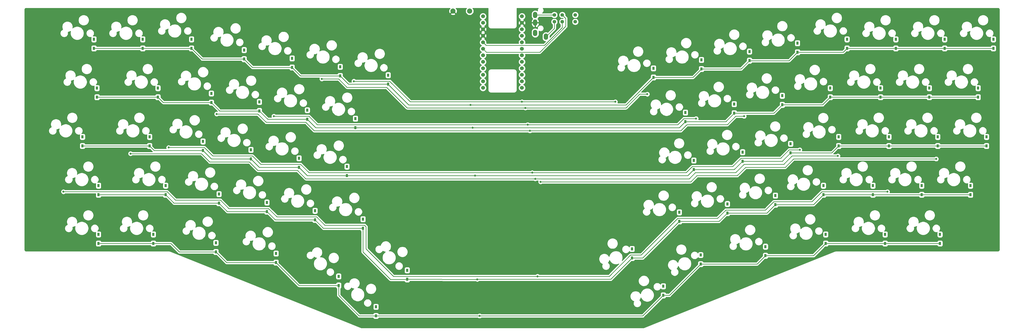
<source format=gtl>
G04 #@! TF.GenerationSoftware,KiCad,Pcbnew,(5.1.5-0-10_14)*
G04 #@! TF.CreationDate,2020-06-18T23:30:57+09:00*
G04 #@! TF.ProjectId,angelina_integrated,616e6765-6c69-46e6-915f-696e74656772,rev?*
G04 #@! TF.SameCoordinates,Original*
G04 #@! TF.FileFunction,Copper,L1,Top*
G04 #@! TF.FilePolarity,Positive*
%FSLAX46Y46*%
G04 Gerber Fmt 4.6, Leading zero omitted, Abs format (unit mm)*
G04 Created by KiCad (PCBNEW (5.1.5-0-10_14)) date 2020-06-18 23:30:57*
%MOMM*%
%LPD*%
G04 APERTURE LIST*
%ADD10C,1.524000*%
%ADD11O,1.700000X2.500000*%
%ADD12C,2.000000*%
%ADD13C,1.397000*%
%ADD14R,0.950000X1.300000*%
%ADD15C,0.800000*%
%ADD16C,0.250000*%
%ADD17C,0.254000*%
G04 APERTURE END LIST*
D10*
X200747800Y-75557096D03*
X200747800Y-78097096D03*
X200747800Y-80637096D03*
X200747800Y-83177096D03*
X200747800Y-85717096D03*
X200747800Y-88257096D03*
X200747800Y-90797096D03*
X200747800Y-93337096D03*
X200747800Y-95877096D03*
X200747800Y-98417096D03*
X200747800Y-100957096D03*
X200747800Y-103497096D03*
X215967800Y-103497096D03*
X215967800Y-100957096D03*
X215967800Y-98417096D03*
X215967800Y-95877096D03*
X215967800Y-93337096D03*
X215967800Y-90797096D03*
X215967800Y-88257096D03*
X215967800Y-85717096D03*
X215967800Y-83177096D03*
X215967800Y-80637096D03*
X215967800Y-78097096D03*
X215967800Y-75557096D03*
D11*
X225342000Y-83535096D03*
X221142000Y-82035096D03*
X221142000Y-78035096D03*
X221142000Y-75035096D03*
D12*
X189035776Y-73521032D03*
X195535776Y-73521032D03*
D13*
X228599808Y-77688216D03*
D14*
X296167720Y-152388936D03*
X296167720Y-148838936D03*
X277415392Y-155663152D03*
X277415392Y-152113152D03*
X144363160Y-177116256D03*
X144363160Y-180666256D03*
X116383496Y-148243624D03*
X116383496Y-151793624D03*
X48815584Y-84545240D03*
X48815584Y-88095240D03*
D13*
X236795272Y-75009312D03*
X231715272Y-75009312D03*
X236795272Y-77688216D03*
X231715272Y-77688216D03*
X228599808Y-75009312D03*
D14*
X91380392Y-124431144D03*
X91380392Y-127981144D03*
X128885048Y-130979576D03*
X128885048Y-134529576D03*
X110132720Y-127705360D03*
X110132720Y-131255360D03*
X70544472Y-122645208D03*
X70544472Y-126195208D03*
X44350744Y-122645208D03*
X44350744Y-126195208D03*
X147637376Y-134253792D03*
X147637376Y-137803792D03*
X107453816Y-88712424D03*
X107453816Y-92262424D03*
X379213744Y-164295176D03*
X379213744Y-160745176D03*
X357782512Y-164295176D03*
X357782512Y-160745176D03*
X334565344Y-164295176D03*
X334565344Y-160745176D03*
X311050520Y-169057672D03*
X311050520Y-165507672D03*
X285749760Y-172331888D03*
X285749760Y-168781888D03*
X271164616Y-184535784D03*
X271164616Y-180985784D03*
X391119984Y-145245192D03*
X391119984Y-141695192D03*
X372070000Y-145245192D03*
X372070000Y-141695192D03*
X353020016Y-145245192D03*
X353020016Y-141695192D03*
X333672376Y-145245192D03*
X333672376Y-141695192D03*
X314920048Y-149114720D03*
X314920048Y-145564720D03*
X258960720Y-169950640D03*
X258960720Y-166400640D03*
X397370760Y-126195208D03*
X397370760Y-122645208D03*
X378320776Y-126195208D03*
X378320776Y-122645208D03*
X359270792Y-126195208D03*
X359270792Y-122645208D03*
X339625496Y-126195208D03*
X339625496Y-122645208D03*
X320873168Y-128874112D03*
X320873168Y-125324112D03*
X302120840Y-132148328D03*
X302120840Y-128598328D03*
X283070856Y-135422544D03*
X283070856Y-131872544D03*
X394096544Y-107145224D03*
X394096544Y-103595224D03*
X375046560Y-107145224D03*
X375046560Y-103595224D03*
X355996576Y-107145224D03*
X355996576Y-103595224D03*
X336351280Y-107145224D03*
X336351280Y-103595224D03*
X317598952Y-110121784D03*
X317598952Y-106571784D03*
X298846624Y-113396000D03*
X298846624Y-109846000D03*
X279796640Y-116670216D03*
X279796640Y-113120216D03*
X400049664Y-88095240D03*
X400049664Y-84545240D03*
X380999680Y-88095240D03*
X380999680Y-84545240D03*
X361949696Y-88095240D03*
X361949696Y-84545240D03*
X342899712Y-88095240D03*
X342899712Y-84545240D03*
X323552072Y-89583520D03*
X323552072Y-86033520D03*
X304799744Y-92857736D03*
X304799744Y-89307736D03*
X286047416Y-96131952D03*
X286047416Y-92581952D03*
X267295088Y-99406168D03*
X267295088Y-95856168D03*
X158948304Y-189022496D03*
X158948304Y-192572496D03*
X119955368Y-168186576D03*
X119955368Y-171736576D03*
X96440544Y-164019392D03*
X96440544Y-167569392D03*
X72032752Y-160745176D03*
X72032752Y-164295176D03*
X50601520Y-160745176D03*
X50601520Y-164295176D03*
X171152200Y-174735008D03*
X171152200Y-178285008D03*
X153888152Y-154792056D03*
X153888152Y-158342056D03*
X135135824Y-151517840D03*
X135135824Y-155067840D03*
X97631168Y-144969408D03*
X97631168Y-148519408D03*
X76795248Y-141695192D03*
X76795248Y-145245192D03*
X50601520Y-141695192D03*
X50601520Y-145245192D03*
X150911592Y-115501464D03*
X150911592Y-119051464D03*
X132159264Y-112227248D03*
X132159264Y-115777248D03*
X113406936Y-108953032D03*
X113406936Y-112503032D03*
X94654608Y-105678816D03*
X94654608Y-109228816D03*
X73818688Y-103595224D03*
X73818688Y-107145224D03*
X50006208Y-103595224D03*
X50006208Y-107145224D03*
X163710800Y-98535072D03*
X163710800Y-102085072D03*
X144958472Y-95260856D03*
X144958472Y-98810856D03*
X126206144Y-91986640D03*
X126206144Y-95536640D03*
X86915552Y-84545240D03*
X86915552Y-88095240D03*
X67865568Y-84545240D03*
X67865568Y-88095240D03*
D15*
X195857648Y-110132720D03*
X196750616Y-119062400D03*
X197643584Y-137814728D03*
X198532751Y-178292143D03*
X199418584Y-192572496D03*
X358675480Y-144065504D03*
X36909344Y-144065504D03*
X222051376Y-177105320D03*
X63103072Y-129182704D03*
X339327840Y-130075672D03*
X221158408Y-139005352D03*
X77985872Y-126801456D03*
X324445040Y-127694424D03*
X219967784Y-136624104D03*
X96738200Y-113704592D03*
X302716152Y-114597560D03*
X219074816Y-120253024D03*
X119062400Y-114597560D03*
X283963824Y-115490528D03*
X218181848Y-117871776D03*
X137814728Y-100012416D03*
X264913840Y-105965536D03*
X217288880Y-111323344D03*
X150316280Y-100905384D03*
X215967800Y-108942096D03*
X252412288Y-108942096D03*
X377725464Y-131266296D03*
X223242000Y-140195976D03*
D16*
X48815584Y-88095240D02*
X67854632Y-88095240D01*
X67854632Y-88095240D02*
X67865568Y-88106176D01*
X67865568Y-88106176D02*
X86915552Y-88106176D01*
X107453816Y-92262424D02*
X91071800Y-92262424D01*
X91071800Y-92262424D02*
X86915552Y-88106176D01*
X126206144Y-95536640D02*
X110717096Y-95536640D01*
X110717096Y-95536640D02*
X107453816Y-92273360D01*
X144958472Y-98810856D02*
X129469424Y-98810856D01*
X129469424Y-98810856D02*
X126206144Y-95547576D01*
X163710800Y-102085072D02*
X148221752Y-102085072D01*
X148221752Y-102085072D02*
X144958472Y-98821792D01*
X400049664Y-88095240D02*
X381010616Y-88095240D01*
X163710800Y-102085072D02*
X163710800Y-102096008D01*
X163710800Y-102096008D02*
X171747512Y-110132720D01*
X171747512Y-110132720D02*
X195857648Y-110132720D01*
X341411432Y-89594456D02*
X342899712Y-88106176D01*
X323552072Y-89594456D02*
X341411432Y-89594456D01*
X342899712Y-88106176D02*
X380999680Y-88106176D01*
X320277856Y-92868672D02*
X323552072Y-89594456D01*
X304799744Y-92868672D02*
X320277856Y-92868672D01*
X301525528Y-96142888D02*
X304799744Y-92868672D01*
X286047416Y-96142888D02*
X301525528Y-96142888D01*
X267295088Y-99417104D02*
X282773200Y-99417104D01*
X256579472Y-110132720D02*
X267295088Y-99417104D01*
X282773200Y-99417104D02*
X286047416Y-96142888D01*
X195857648Y-110132720D02*
X256579472Y-110132720D01*
X150911592Y-119051464D02*
X135422544Y-119051464D01*
X135422544Y-119051464D02*
X132159264Y-115788184D01*
X132159264Y-115777248D02*
X116670216Y-115777248D01*
X116670216Y-115777248D02*
X113406936Y-112513968D01*
X113406936Y-112503032D02*
X97917888Y-112503032D01*
X97917888Y-112503032D02*
X94654608Y-109239752D01*
X94654608Y-109228816D02*
X75891344Y-109228816D01*
X75891344Y-109228816D02*
X73818688Y-107156160D01*
X73818688Y-107156160D02*
X50006208Y-107156160D01*
X394096544Y-107145224D02*
X375057496Y-107145224D01*
X375057496Y-107145224D02*
X375046560Y-107156160D01*
X375046560Y-107156160D02*
X355996576Y-107156160D01*
X355996576Y-107156160D02*
X336351280Y-107156160D01*
X317598952Y-110121784D02*
X333385656Y-110121784D01*
X333385656Y-110121784D02*
X336351280Y-107156160D01*
X298846624Y-113396000D02*
X314335672Y-113396000D01*
X314335672Y-113396000D02*
X317598952Y-110132720D01*
X279796640Y-116670216D02*
X295583344Y-116670216D01*
X295583344Y-116670216D02*
X298846624Y-113406936D01*
X150911592Y-119051464D02*
X150911592Y-119062400D01*
X150911592Y-119062400D02*
X196750616Y-119062400D01*
X277415392Y-119062400D02*
X279796640Y-116681152D01*
X279796640Y-116681152D02*
X279796640Y-116670216D01*
X196750616Y-119062400D02*
X277415392Y-119062400D01*
X397370760Y-126195208D02*
X378331712Y-126195208D01*
X378331712Y-126195208D02*
X378320776Y-126206144D01*
X378320776Y-126206144D02*
X359270792Y-126206144D01*
X359270792Y-126206144D02*
X339625496Y-126206144D01*
X320873168Y-128874112D02*
X336957528Y-128874112D01*
X336957528Y-128874112D02*
X339625496Y-126206144D01*
X302120840Y-132148328D02*
X317609888Y-132148328D01*
X317609888Y-132148328D02*
X320873168Y-128885048D01*
X283070856Y-135422544D02*
X298857560Y-135422544D01*
X298857560Y-135422544D02*
X302120840Y-132159264D01*
X132148328Y-137803792D02*
X128885048Y-134540512D01*
X147626440Y-137803792D02*
X132148328Y-137803792D01*
X94654608Y-131266296D02*
X91380392Y-127992080D01*
X110132720Y-131266296D02*
X94654608Y-131266296D01*
X113396000Y-134529576D02*
X110132720Y-131266296D01*
X128874112Y-134529576D02*
X113396000Y-134529576D01*
X70544472Y-126206144D02*
X44350744Y-126206144D01*
X72319472Y-127981144D02*
X70544472Y-126206144D01*
X91369456Y-127981144D02*
X72319472Y-127981144D01*
X147637376Y-137814728D02*
X197643584Y-137814728D01*
X280689608Y-137814728D02*
X283070856Y-135433480D01*
X197643584Y-137814728D02*
X280689608Y-137814728D01*
X138399104Y-158342056D02*
X153888152Y-158342056D01*
X135135824Y-155078776D02*
X138399104Y-158342056D01*
X119657712Y-155078776D02*
X135135824Y-155078776D01*
X116383496Y-151804560D02*
X119657712Y-155078776D01*
X116383496Y-151793624D02*
X116383496Y-151804560D01*
X80069464Y-148530344D02*
X76795248Y-145256128D01*
X97631168Y-148530344D02*
X80069464Y-148530344D01*
X100894448Y-151793624D02*
X97631168Y-148530344D01*
X116383496Y-151793624D02*
X100894448Y-151793624D01*
X76795248Y-145245192D02*
X50612456Y-145245192D01*
X164603768Y-178295944D02*
X171152200Y-178295944D01*
X153888152Y-167580328D02*
X164603768Y-178295944D01*
X153888152Y-158342056D02*
X153888152Y-167580328D01*
X391119984Y-145245192D02*
X372080936Y-145245192D01*
X372070000Y-145256128D02*
X353020016Y-145256128D01*
X311645832Y-152399872D02*
X296167720Y-152399872D01*
X314920048Y-149125656D02*
X311645832Y-152399872D01*
X329802848Y-149125656D02*
X314920048Y-149125656D01*
X333683312Y-145245192D02*
X329802848Y-149125656D01*
X353020016Y-145245192D02*
X333683312Y-145245192D01*
X277415392Y-155663152D02*
X292904440Y-155663152D01*
X292904440Y-155663152D02*
X296167720Y-152399872D01*
X263138840Y-169950640D02*
X277415392Y-155674088D01*
X258960720Y-169950640D02*
X263138840Y-169950640D01*
X171152200Y-178285008D02*
X198532751Y-178292143D01*
X198539886Y-178285008D02*
X250637288Y-178285008D01*
X250637288Y-178285008D02*
X258960720Y-169961576D01*
X198532751Y-178292143D02*
X198539886Y-178285008D01*
X78878840Y-164306112D02*
X72032752Y-164306112D01*
X82153056Y-167580328D02*
X78878840Y-164306112D01*
X96440544Y-167580328D02*
X82153056Y-167580328D01*
X100596792Y-171736576D02*
X96440544Y-167580328D01*
X119955368Y-171736576D02*
X100596792Y-171736576D01*
X72032752Y-164295176D02*
X50612456Y-164295176D01*
X144352224Y-180666256D02*
X128874112Y-180666256D01*
X128874112Y-180666256D02*
X119955368Y-171747512D01*
X273556800Y-184535784D02*
X285749760Y-172342824D01*
X271164616Y-184535784D02*
X273556800Y-184535784D01*
X379213744Y-164295176D02*
X357793448Y-164295176D01*
X357793448Y-164295176D02*
X357782512Y-164306112D01*
X357782512Y-164306112D02*
X334565344Y-164306112D01*
X311050520Y-169057672D02*
X329813784Y-169057672D01*
X329813784Y-169057672D02*
X334565344Y-164306112D01*
X285749760Y-172331888D02*
X307787240Y-172331888D01*
X307787240Y-172331888D02*
X311050520Y-169068608D01*
X144363160Y-184546720D02*
X144363160Y-180677192D01*
X152388936Y-192572496D02*
X144363160Y-184546720D01*
X158948304Y-192572496D02*
X152388936Y-192572496D01*
X158948304Y-192572496D02*
X199418584Y-192572496D01*
X263138840Y-192572496D02*
X271164616Y-184546720D01*
X199418584Y-192572496D02*
X263138840Y-192572496D01*
X228599808Y-80277288D02*
X228599808Y-77688216D01*
X225342000Y-83535096D02*
X228599808Y-80277288D01*
X221142000Y-75035096D02*
X228599808Y-75035096D01*
X311050520Y-151209248D02*
X314324736Y-147935032D01*
X292298192Y-154483464D02*
X295572408Y-151209248D01*
X314324736Y-147935032D02*
X329207536Y-147935032D01*
X295572408Y-151209248D02*
X311050520Y-151209248D01*
X258365408Y-168770952D02*
X262532592Y-168770952D01*
X262532592Y-168770952D02*
X276820080Y-154483464D01*
X333077064Y-144065504D02*
X358675480Y-144065504D01*
X329207536Y-147935032D02*
X333077064Y-144065504D01*
X250031040Y-177105320D02*
X258365408Y-168770952D01*
X276820080Y-154483464D02*
X292298192Y-154483464D01*
X222051376Y-177105320D02*
X250031040Y-177105320D01*
X165794392Y-177105320D02*
X222051376Y-177105320D01*
X98226480Y-147339720D02*
X101500696Y-150613936D01*
X139005352Y-157162368D02*
X154483464Y-157162368D01*
X116978808Y-150613936D02*
X120253024Y-153888152D01*
X120253024Y-153888152D02*
X135731136Y-153888152D01*
X80664776Y-147339720D02*
X98226480Y-147339720D01*
X101500696Y-150613936D02*
X116978808Y-150613936D01*
X155078776Y-157757680D02*
X155078776Y-166389704D01*
X77390560Y-144065504D02*
X80664776Y-147339720D01*
X154483464Y-157162368D02*
X155078776Y-157757680D01*
X135731136Y-153888152D02*
X139005352Y-157162368D01*
X155078776Y-166389704D02*
X165794392Y-177105320D01*
X36909344Y-144065504D02*
X77390560Y-144065504D01*
X321468480Y-130075672D02*
X339327840Y-130075672D01*
X318194264Y-133349888D02*
X321468480Y-130075672D01*
X299441936Y-136624104D02*
X302716152Y-133349888D01*
X283666168Y-136624104D02*
X299441936Y-136624104D01*
X281284920Y-139005352D02*
X283666168Y-136624104D01*
X302716152Y-133349888D02*
X318194264Y-133349888D01*
X221158408Y-139005352D02*
X281284920Y-139005352D01*
X131563952Y-139005352D02*
X221158408Y-139005352D01*
X128289736Y-135731136D02*
X131563952Y-139005352D01*
X63103072Y-129182704D02*
X90785080Y-129182704D01*
X112811624Y-135731136D02*
X128289736Y-135731136D01*
X109537408Y-132456920D02*
X112811624Y-135731136D01*
X94059296Y-132456920D02*
X109537408Y-132456920D01*
X90785080Y-129182704D02*
X94059296Y-132456920D01*
X317003640Y-130968640D02*
X320277856Y-127694424D01*
X298251312Y-134242856D02*
X301525528Y-130968640D01*
X282475544Y-134242856D02*
X298251312Y-134242856D01*
X301525528Y-130968640D02*
X317003640Y-130968640D01*
X280094296Y-136624104D02*
X282475544Y-134242856D01*
X320277856Y-127694424D02*
X324445040Y-127694424D01*
X219967784Y-136624104D02*
X280094296Y-136624104D01*
X132754576Y-136624104D02*
X219967784Y-136624104D01*
X129480360Y-133349888D02*
X132754576Y-136624104D01*
X114002248Y-133349888D02*
X129480360Y-133349888D01*
X77985872Y-126801456D02*
X91943205Y-126801456D01*
X110728032Y-130075672D02*
X114002248Y-133349888D01*
X95217421Y-130075672D02*
X110728032Y-130075672D01*
X91943205Y-126801456D02*
X95217421Y-130075672D01*
X302716152Y-114597560D02*
X299441936Y-114597560D01*
X296167720Y-117871776D02*
X280391952Y-117871776D01*
X299441936Y-114597560D02*
X296167720Y-117871776D01*
X280391952Y-117871776D02*
X278010704Y-120253024D01*
X278010704Y-120253024D02*
X219074816Y-120253024D01*
X112811624Y-113704592D02*
X96738200Y-113704592D01*
X131563952Y-116978808D02*
X116085840Y-116978808D01*
X134838168Y-120253024D02*
X131563952Y-116978808D01*
X116085840Y-116978808D02*
X112811624Y-113704592D01*
X219074816Y-120253024D02*
X134838168Y-120253024D01*
X279201328Y-115490528D02*
X276820080Y-117871776D01*
X283963824Y-115490528D02*
X279201328Y-115490528D01*
X276820080Y-117871776D02*
X218181848Y-117871776D01*
X136028792Y-117871776D02*
X132754576Y-114597560D01*
X132754576Y-114597560D02*
X119062400Y-114597560D01*
X218181848Y-117871776D02*
X136028792Y-117871776D01*
X264913840Y-105965536D02*
X261937280Y-105965536D01*
X261937280Y-105965536D02*
X256579472Y-111323344D01*
X256579472Y-111323344D02*
X217288880Y-111323344D01*
X144363160Y-100012416D02*
X137814728Y-100012416D01*
X163115488Y-103286632D02*
X147637376Y-103286632D01*
X147637376Y-103286632D02*
X144363160Y-100012416D01*
X171152200Y-111323344D02*
X163115488Y-103286632D01*
X217288880Y-111323344D02*
X171152200Y-111323344D01*
X164306112Y-100905384D02*
X150316280Y-100905384D01*
X172342824Y-108942096D02*
X164306112Y-100905384D01*
X215967800Y-108942096D02*
X172342824Y-108942096D01*
X252412288Y-108942096D02*
X215967800Y-108942096D01*
X322063792Y-131266296D02*
X377725464Y-131266296D01*
X300037248Y-137814728D02*
X303311464Y-134540512D01*
X284261480Y-137814728D02*
X300037248Y-137814728D01*
X281880232Y-140195976D02*
X284261480Y-137814728D01*
X303311464Y-134540512D02*
X318789576Y-134540512D01*
X318789576Y-134540512D02*
X322063792Y-131266296D01*
X223242000Y-140195976D02*
X281880232Y-140195976D01*
X224730280Y-86915552D02*
X231715272Y-79930560D01*
X231715272Y-79930560D02*
X231715272Y-77688216D01*
X201946256Y-86915552D02*
X224730280Y-86915552D01*
X200747800Y-85717096D02*
X201946256Y-86915552D01*
X202085160Y-89594456D02*
X200747800Y-88257096D01*
X233064648Y-79474152D02*
X222944344Y-89594456D01*
X233064648Y-76358688D02*
X233064648Y-79474152D01*
X222944344Y-89594456D02*
X202085160Y-89594456D01*
X231715272Y-75009312D02*
X233064648Y-76358688D01*
D17*
G36*
X187784693Y-72449557D02*
G01*
X187900361Y-72565225D01*
X187635962Y-72660988D01*
X187495072Y-72950603D01*
X187413392Y-73262140D01*
X187394058Y-73583627D01*
X187437815Y-73902707D01*
X187542981Y-74207120D01*
X187635962Y-74381076D01*
X187900363Y-74476840D01*
X188856171Y-73521032D01*
X188842029Y-73506890D01*
X189021634Y-73327285D01*
X189035776Y-73341427D01*
X189049919Y-73327285D01*
X189229524Y-73506890D01*
X189215381Y-73521032D01*
X190171189Y-74476840D01*
X190435590Y-74381076D01*
X190576480Y-74091461D01*
X190658160Y-73779924D01*
X190677494Y-73458437D01*
X190633737Y-73139357D01*
X190528571Y-72834944D01*
X190435590Y-72660988D01*
X190171191Y-72565225D01*
X190286859Y-72449557D01*
X190232302Y-72395000D01*
X194349569Y-72395000D01*
X194265789Y-72478780D01*
X194086858Y-72746569D01*
X193963608Y-73044120D01*
X193900776Y-73359999D01*
X193900776Y-73682065D01*
X193963608Y-73997944D01*
X194086858Y-74295495D01*
X194265789Y-74563284D01*
X194493524Y-74791019D01*
X194761313Y-74969950D01*
X195058864Y-75093200D01*
X195374743Y-75156032D01*
X195696809Y-75156032D01*
X196012688Y-75093200D01*
X196310239Y-74969950D01*
X196578028Y-74791019D01*
X196805763Y-74563284D01*
X196984694Y-74295495D01*
X197107944Y-73997944D01*
X197170776Y-73682065D01*
X197170776Y-73359999D01*
X197107944Y-73044120D01*
X196984694Y-72746569D01*
X196805763Y-72478780D01*
X196721983Y-72395000D01*
X202699201Y-72395000D01*
X202699200Y-79115441D01*
X202698602Y-79123560D01*
X202699200Y-79147815D01*
X202699200Y-79172118D01*
X202699540Y-79175567D01*
X202699311Y-79184583D01*
X202700513Y-79201057D01*
X202700920Y-79217578D01*
X202702690Y-79231914D01*
X202703067Y-79247011D01*
X202705009Y-79262699D01*
X202706158Y-79278449D01*
X202708730Y-79293342D01*
X202709795Y-79307832D01*
X202712602Y-79324035D01*
X202714623Y-79340357D01*
X202717786Y-79354415D01*
X202719602Y-79369095D01*
X202723118Y-79384729D01*
X202725854Y-79400518D01*
X202729832Y-79414905D01*
X202732367Y-79429477D01*
X202736691Y-79445075D01*
X202740240Y-79460853D01*
X202744770Y-79474551D01*
X202747836Y-79488253D01*
X202753041Y-79504049D01*
X202757479Y-79520058D01*
X202762556Y-79533203D01*
X202766411Y-79547168D01*
X202772223Y-79562264D01*
X202777287Y-79577634D01*
X202783295Y-79591215D01*
X202788020Y-79605512D01*
X202794483Y-79620086D01*
X202800215Y-79634976D01*
X202806952Y-79648382D01*
X202812256Y-79662129D01*
X202819557Y-79676632D01*
X202826143Y-79691483D01*
X202833391Y-79704273D01*
X202839431Y-79717876D01*
X202847340Y-79731817D01*
X202854552Y-79746142D01*
X202862457Y-79758623D01*
X202868933Y-79771490D01*
X202877727Y-79785378D01*
X202885835Y-79799670D01*
X202894024Y-79811282D01*
X202901037Y-79823680D01*
X202910482Y-79837109D01*
X202919259Y-79850970D01*
X202928249Y-79862490D01*
X202936402Y-79875342D01*
X202946095Y-79887742D01*
X202955149Y-79900614D01*
X202965130Y-79912200D01*
X202973666Y-79924302D01*
X202984290Y-79936601D01*
X202994314Y-79949424D01*
X203004166Y-79959755D01*
X203012689Y-79970695D01*
X203024216Y-79982823D01*
X203035140Y-79995469D01*
X203045510Y-80005329D01*
X203055612Y-80017007D01*
X203066842Y-80027670D01*
X203077508Y-80038891D01*
X203089119Y-80048924D01*
X203098851Y-80059156D01*
X203111595Y-80070160D01*
X203123803Y-80081751D01*
X203134613Y-80090164D01*
X203144873Y-80099946D01*
X203157710Y-80109979D01*
X203170046Y-80120631D01*
X203182131Y-80129151D01*
X203193710Y-80139125D01*
X203206583Y-80148177D01*
X203218989Y-80157874D01*
X203231519Y-80165822D01*
X203242266Y-80174241D01*
X203256673Y-80183402D01*
X203270637Y-80193222D01*
X203282614Y-80199996D01*
X203294945Y-80208680D01*
X203308510Y-80216364D01*
X203321669Y-80224732D01*
X203335694Y-80231825D01*
X203348753Y-80240076D01*
X203362956Y-80247207D01*
X203376779Y-80255038D01*
X203390648Y-80261186D01*
X203403690Y-80268550D01*
X203418402Y-80275047D01*
X203432787Y-80282270D01*
X203445870Y-80287302D01*
X203457208Y-80293049D01*
X203473622Y-80299434D01*
X203489722Y-80306544D01*
X203502589Y-80310775D01*
X203517544Y-80317363D01*
X203531344Y-80321887D01*
X203544885Y-80327154D01*
X203560905Y-80331636D01*
X203574222Y-80336778D01*
X203590690Y-80341341D01*
X203606916Y-80346660D01*
X203620058Y-80349580D01*
X203633706Y-80354086D01*
X203649386Y-80357604D01*
X203664856Y-80361891D01*
X203679432Y-80364425D01*
X203693459Y-80368310D01*
X203709557Y-80371107D01*
X203725490Y-80374682D01*
X203739740Y-80376437D01*
X203753699Y-80379583D01*
X203769968Y-80381602D01*
X203786120Y-80384408D01*
X203800893Y-80385501D01*
X203816385Y-80388162D01*
X203831760Y-80389270D01*
X203847054Y-80391168D01*
X203862656Y-80391563D01*
X203877079Y-80393333D01*
X203893643Y-80393730D01*
X203910195Y-80394923D01*
X203918971Y-80394693D01*
X203922091Y-80395000D01*
X203946620Y-80395000D01*
X203971107Y-80395587D01*
X203979001Y-80395000D01*
X212739398Y-80395000D01*
X212747293Y-80395587D01*
X212771780Y-80395000D01*
X212796309Y-80395000D01*
X212799429Y-80394693D01*
X212808205Y-80394923D01*
X212824758Y-80393730D01*
X212841321Y-80393333D01*
X212855744Y-80391563D01*
X212871347Y-80391168D01*
X212886641Y-80389270D01*
X212902016Y-80388162D01*
X212917509Y-80385501D01*
X212932280Y-80384408D01*
X212948429Y-80381602D01*
X212964702Y-80379583D01*
X212978663Y-80376437D01*
X212992910Y-80374682D01*
X213008843Y-80371107D01*
X213024941Y-80368310D01*
X213038966Y-80364426D01*
X213053545Y-80361891D01*
X213069020Y-80357603D01*
X213084694Y-80354086D01*
X213098343Y-80349579D01*
X213111483Y-80346660D01*
X213127701Y-80341344D01*
X213144179Y-80336778D01*
X213157499Y-80331635D01*
X213173515Y-80327154D01*
X213187047Y-80321890D01*
X213200855Y-80317364D01*
X213215812Y-80310775D01*
X213228679Y-80306544D01*
X213244787Y-80299430D01*
X213261192Y-80293049D01*
X213272531Y-80287301D01*
X213285613Y-80282270D01*
X213299991Y-80275051D01*
X213314711Y-80268550D01*
X213327757Y-80261184D01*
X213341621Y-80255038D01*
X213355444Y-80247207D01*
X213369647Y-80240076D01*
X213382706Y-80231825D01*
X213396731Y-80224732D01*
X213409890Y-80216364D01*
X213423455Y-80208680D01*
X213435786Y-80199996D01*
X213447763Y-80193222D01*
X213461727Y-80183402D01*
X213476134Y-80174241D01*
X213486881Y-80165822D01*
X213499411Y-80157874D01*
X213511817Y-80148177D01*
X213524690Y-80139125D01*
X213536270Y-80129150D01*
X213548354Y-80120631D01*
X213560690Y-80109979D01*
X213573527Y-80099946D01*
X213583787Y-80090164D01*
X213594597Y-80081751D01*
X213606805Y-80070160D01*
X213619549Y-80059156D01*
X213629281Y-80048924D01*
X213640892Y-80038891D01*
X213651558Y-80027670D01*
X213662788Y-80017007D01*
X213672890Y-80005328D01*
X213683260Y-79995469D01*
X213694186Y-79982821D01*
X213705711Y-79970695D01*
X213714238Y-79959750D01*
X213724086Y-79949423D01*
X213734097Y-79936617D01*
X213744734Y-79924303D01*
X213753273Y-79912196D01*
X213763252Y-79900613D01*
X213772306Y-79887741D01*
X213781999Y-79875341D01*
X213790154Y-79862487D01*
X213799141Y-79850970D01*
X213807924Y-79837100D01*
X213817363Y-79823679D01*
X213824370Y-79811292D01*
X213832566Y-79799670D01*
X213840677Y-79785372D01*
X213849467Y-79771491D01*
X213855946Y-79758619D01*
X213863848Y-79746142D01*
X213871056Y-79731826D01*
X213878970Y-79717875D01*
X213885011Y-79704269D01*
X213892257Y-79691483D01*
X213898843Y-79676632D01*
X213906144Y-79662129D01*
X213911447Y-79648386D01*
X213918185Y-79634977D01*
X213923920Y-79620081D01*
X213930380Y-79605512D01*
X213935104Y-79591219D01*
X213941113Y-79577635D01*
X213946179Y-79562259D01*
X213951989Y-79547168D01*
X213955844Y-79533203D01*
X213960921Y-79520058D01*
X213965357Y-79504055D01*
X213970564Y-79488254D01*
X213973630Y-79474549D01*
X213978160Y-79460853D01*
X213981709Y-79445075D01*
X213986033Y-79429477D01*
X213988568Y-79414905D01*
X213992546Y-79400518D01*
X213995282Y-79384729D01*
X213998798Y-79369095D01*
X214000613Y-79354416D01*
X214003777Y-79340357D01*
X214005798Y-79324035D01*
X214008605Y-79307832D01*
X214009670Y-79293342D01*
X214012242Y-79278449D01*
X214013391Y-79262699D01*
X214015333Y-79247011D01*
X214015710Y-79231914D01*
X214017480Y-79217578D01*
X214017887Y-79201057D01*
X214019089Y-79184583D01*
X214018860Y-79175567D01*
X214019200Y-79172119D01*
X214019200Y-79147815D01*
X214019798Y-79123560D01*
X214019200Y-79115441D01*
X214019200Y-78169113D01*
X214565890Y-78169113D01*
X214606878Y-78441229D01*
X214700164Y-78700119D01*
X214762144Y-78816076D01*
X215002235Y-78883056D01*
X215788195Y-78097096D01*
X216147405Y-78097096D01*
X216933365Y-78883056D01*
X217173456Y-78816076D01*
X217290556Y-78567048D01*
X217356823Y-78299961D01*
X217363286Y-78162096D01*
X219657000Y-78162096D01*
X219657000Y-78562096D01*
X219710310Y-78849365D01*
X219818639Y-79120714D01*
X219977824Y-79365715D01*
X220181748Y-79574953D01*
X220422574Y-79740387D01*
X220691047Y-79855659D01*
X220785110Y-79876572D01*
X221015000Y-79755251D01*
X221015000Y-78162096D01*
X221269000Y-78162096D01*
X221269000Y-79755251D01*
X221498890Y-79876572D01*
X221592953Y-79855659D01*
X221861426Y-79740387D01*
X222102252Y-79574953D01*
X222306176Y-79365715D01*
X222465361Y-79120714D01*
X222573690Y-78849365D01*
X222627000Y-78562096D01*
X222627000Y-78162096D01*
X221269000Y-78162096D01*
X221015000Y-78162096D01*
X219657000Y-78162096D01*
X217363286Y-78162096D01*
X217369710Y-78025079D01*
X217328722Y-77752963D01*
X217235436Y-77494073D01*
X217173456Y-77378116D01*
X216933365Y-77311136D01*
X216147405Y-78097096D01*
X215788195Y-78097096D01*
X215002235Y-77311136D01*
X214762144Y-77378116D01*
X214645044Y-77627144D01*
X214578777Y-77894231D01*
X214565890Y-78169113D01*
X214019200Y-78169113D01*
X214019200Y-75419504D01*
X214570800Y-75419504D01*
X214570800Y-75694688D01*
X214624486Y-75964586D01*
X214729795Y-76218823D01*
X214882680Y-76447631D01*
X215077265Y-76642216D01*
X215306073Y-76795101D01*
X215377743Y-76824788D01*
X215364777Y-76829460D01*
X215248820Y-76891440D01*
X215181840Y-77131531D01*
X215967800Y-77917491D01*
X216753760Y-77131531D01*
X216686780Y-76891440D01*
X216551040Y-76827611D01*
X216629527Y-76795101D01*
X216858335Y-76642216D01*
X217052920Y-76447631D01*
X217205805Y-76218823D01*
X217311114Y-75964586D01*
X217364800Y-75694688D01*
X217364800Y-75419504D01*
X217311114Y-75149606D01*
X217205805Y-74895369D01*
X217052920Y-74666561D01*
X216858335Y-74471976D01*
X216629527Y-74319091D01*
X216375290Y-74213782D01*
X216105392Y-74160096D01*
X215830208Y-74160096D01*
X215560310Y-74213782D01*
X215306073Y-74319091D01*
X215077265Y-74471976D01*
X214882680Y-74666561D01*
X214729795Y-74895369D01*
X214624486Y-75149606D01*
X214570800Y-75419504D01*
X214019200Y-75419504D01*
X214019200Y-72395000D01*
X222335542Y-72395000D01*
X222282713Y-72447829D01*
X222147557Y-72650104D01*
X222054460Y-72874860D01*
X222007000Y-73113459D01*
X222007000Y-73356733D01*
X222022972Y-73437031D01*
X221971014Y-73394390D01*
X221713034Y-73256497D01*
X221433111Y-73171583D01*
X221142000Y-73142911D01*
X220850890Y-73171583D01*
X220570967Y-73256497D01*
X220312987Y-73394390D01*
X220086866Y-73579962D01*
X219901294Y-73806082D01*
X219763401Y-74064062D01*
X219678487Y-74343985D01*
X219657000Y-74562146D01*
X219657000Y-75508045D01*
X219678487Y-75726206D01*
X219763401Y-76006129D01*
X219901294Y-76264109D01*
X220086866Y-76490230D01*
X220142295Y-76535720D01*
X219977824Y-76704477D01*
X219818639Y-76949478D01*
X219710310Y-77220827D01*
X219657000Y-77508096D01*
X219657000Y-77908096D01*
X221015000Y-77908096D01*
X221015000Y-77888096D01*
X221269000Y-77888096D01*
X221269000Y-77908096D01*
X222627000Y-77908096D01*
X222627000Y-77508096D01*
X222573690Y-77220827D01*
X222465361Y-76949478D01*
X222306176Y-76704477D01*
X222141705Y-76535720D01*
X222197134Y-76490230D01*
X222382706Y-76264110D01*
X222520599Y-76006130D01*
X222584616Y-75795096D01*
X227521065Y-75795096D01*
X227564011Y-75859369D01*
X227749751Y-76045109D01*
X227968159Y-76191044D01*
X228210840Y-76291566D01*
X228468470Y-76342812D01*
X228731146Y-76342812D01*
X228988776Y-76291566D01*
X229231457Y-76191044D01*
X229449865Y-76045109D01*
X229635605Y-75859369D01*
X229781540Y-75640961D01*
X229882062Y-75398280D01*
X229933308Y-75140650D01*
X229933308Y-74877974D01*
X229882062Y-74620344D01*
X229781540Y-74377663D01*
X229635605Y-74159255D01*
X229449865Y-73973515D01*
X229231457Y-73827580D01*
X228988776Y-73727058D01*
X228731146Y-73675812D01*
X228468470Y-73675812D01*
X228210840Y-73727058D01*
X227968159Y-73827580D01*
X227749751Y-73973515D01*
X227564011Y-74159255D01*
X227486609Y-74275096D01*
X223908472Y-74275096D01*
X224029267Y-74194383D01*
X224201287Y-74022363D01*
X224336443Y-73820088D01*
X224429540Y-73595332D01*
X224477000Y-73356733D01*
X224477000Y-73113459D01*
X224429540Y-72874860D01*
X224336443Y-72650104D01*
X224201287Y-72447829D01*
X224148458Y-72395000D01*
X401827680Y-72395000D01*
X401861255Y-72395868D01*
X401887672Y-72397827D01*
X401913974Y-72401046D01*
X401939741Y-72405489D01*
X401964239Y-72410990D01*
X401990043Y-72418179D01*
X402014414Y-72426143D01*
X402038379Y-72435507D01*
X402063886Y-72446701D01*
X402086274Y-72457982D01*
X402108031Y-72470268D01*
X402129765Y-72484151D01*
X402152300Y-72499973D01*
X402171542Y-72514990D01*
X402190103Y-72531104D01*
X402211616Y-72551747D01*
X402230572Y-72571303D01*
X402245591Y-72588773D01*
X402262926Y-72610971D01*
X402277312Y-72631196D01*
X402290845Y-72652761D01*
X402303756Y-72675378D01*
X402315583Y-72699123D01*
X402326736Y-72723938D01*
X402334910Y-72745192D01*
X402341972Y-72766928D01*
X402349345Y-72794652D01*
X402355881Y-72823309D01*
X402360004Y-72847058D01*
X402363595Y-72876811D01*
X402365684Y-72901122D01*
X402366201Y-72931367D01*
X402366200Y-166681764D01*
X402365684Y-166711917D01*
X402363588Y-166736347D01*
X402360016Y-166765945D01*
X402355881Y-166789722D01*
X402349346Y-166818426D01*
X402341972Y-166846103D01*
X402334907Y-166867887D01*
X402326822Y-166888870D01*
X402315583Y-166913877D01*
X402303632Y-166937871D01*
X402290842Y-166960320D01*
X402277490Y-166981554D01*
X402262926Y-167002029D01*
X402245591Y-167024227D01*
X402230321Y-167041989D01*
X402211332Y-167061626D01*
X402190417Y-167081695D01*
X402171539Y-167098041D01*
X402152286Y-167113109D01*
X402130165Y-167128594D01*
X402108031Y-167142732D01*
X402085833Y-167155268D01*
X402063426Y-167166600D01*
X402038860Y-167177382D01*
X402014925Y-167186690D01*
X401990043Y-167194821D01*
X401964239Y-167202010D01*
X401939741Y-167207511D01*
X401913427Y-167212048D01*
X401887110Y-167215315D01*
X401861825Y-167217190D01*
X401828252Y-167218000D01*
X338877606Y-167218000D01*
X338874617Y-167217733D01*
X338860265Y-167217863D01*
X338856923Y-167217599D01*
X338836075Y-167218000D01*
X338820099Y-167218000D01*
X338817215Y-167217832D01*
X338803545Y-167218379D01*
X338798783Y-167218422D01*
X338796609Y-167218656D01*
X338791648Y-167218855D01*
X338782816Y-167219024D01*
X338778181Y-167218853D01*
X338771986Y-167219233D01*
X338766098Y-167219346D01*
X338761726Y-167219862D01*
X338752822Y-167220407D01*
X338733355Y-167221186D01*
X338730812Y-167221155D01*
X338727941Y-167221403D01*
X338727429Y-167221423D01*
X338726981Y-167221485D01*
X338706667Y-167223237D01*
X338687532Y-167224409D01*
X338686032Y-167224427D01*
X338684516Y-167224594D01*
X338682465Y-167224720D01*
X338680470Y-167225041D01*
X338661648Y-167227118D01*
X338641194Y-167228881D01*
X338639135Y-167228961D01*
X338637252Y-167229221D01*
X338637214Y-167229224D01*
X338637173Y-167229232D01*
X338615909Y-167232164D01*
X338592586Y-167234738D01*
X338588681Y-167235563D01*
X338571407Y-167238303D01*
X338554143Y-167240684D01*
X338550251Y-167241019D01*
X338546076Y-167241796D01*
X338545905Y-167241820D01*
X338545751Y-167241857D01*
X338527070Y-167245335D01*
X338506181Y-167248649D01*
X338506071Y-167248661D01*
X338505967Y-167248683D01*
X338503785Y-167249029D01*
X338501566Y-167249609D01*
X338481847Y-167253756D01*
X338463415Y-167257189D01*
X338461338Y-167257467D01*
X338459152Y-167257982D01*
X338457510Y-167258288D01*
X338456013Y-167258722D01*
X338437559Y-167263072D01*
X338413621Y-167268107D01*
X338413571Y-167268123D01*
X338411593Y-167268456D01*
X338390989Y-167274049D01*
X338370229Y-167278942D01*
X338362676Y-167281526D01*
X338348113Y-167285687D01*
X338335165Y-167289201D01*
X338328167Y-167290690D01*
X338306527Y-167297568D01*
X338284713Y-167303801D01*
X338280435Y-167305492D01*
X338263177Y-167311348D01*
X338246471Y-167316658D01*
X338242254Y-167317765D01*
X338220466Y-167325839D01*
X338198445Y-167333311D01*
X338195141Y-167334807D01*
X338192198Y-167335661D01*
X338178194Y-167341262D01*
X338178170Y-167341269D01*
X338169854Y-167344596D01*
X338147456Y-167352896D01*
X338139863Y-167356592D01*
X338132046Y-167359719D01*
X338117996Y-167365339D01*
X338117989Y-167365343D01*
X263697672Y-197134970D01*
X263675208Y-197143442D01*
X263648684Y-197152236D01*
X263623322Y-197159206D01*
X263597782Y-197164986D01*
X263572496Y-197169339D01*
X263546233Y-197172600D01*
X263520701Y-197174483D01*
X263486609Y-197175300D01*
X153229883Y-197175300D01*
X153206365Y-197174871D01*
X153178203Y-197173132D01*
X153152293Y-197170278D01*
X153126781Y-197166166D01*
X153101237Y-197160762D01*
X153076399Y-197154212D01*
X153051194Y-197146203D01*
X153018978Y-197134269D01*
X78593103Y-167362321D01*
X78587968Y-167359768D01*
X78563009Y-167350283D01*
X78540791Y-167341395D01*
X78536738Y-167339521D01*
X78515824Y-167332243D01*
X78495157Y-167324321D01*
X78486324Y-167321897D01*
X78478348Y-167319201D01*
X78463192Y-167313927D01*
X78453863Y-167310132D01*
X78434694Y-167304450D01*
X78415783Y-167298059D01*
X78409029Y-167296494D01*
X78389591Y-167291079D01*
X78377481Y-167287489D01*
X78372847Y-167285816D01*
X78365859Y-167284044D01*
X78363700Y-167283404D01*
X78362189Y-167283113D01*
X78348879Y-167279738D01*
X78329617Y-167274373D01*
X78327184Y-167273570D01*
X78304524Y-167268491D01*
X78281998Y-167262779D01*
X78281470Y-167262699D01*
X78281227Y-167262626D01*
X78258002Y-167258064D01*
X78239619Y-167253943D01*
X78238862Y-167253734D01*
X78238081Y-167253599D01*
X78234915Y-167252889D01*
X78231725Y-167252497D01*
X78214194Y-167249458D01*
X78196170Y-167245917D01*
X78194162Y-167245411D01*
X78191751Y-167245049D01*
X78189606Y-167244628D01*
X78187758Y-167244450D01*
X78169542Y-167241718D01*
X78150177Y-167238361D01*
X78147023Y-167237664D01*
X78124478Y-167234959D01*
X78102040Y-167231593D01*
X78097979Y-167231387D01*
X78078378Y-167229427D01*
X78064610Y-167227774D01*
X78060451Y-167227044D01*
X78055206Y-167226646D01*
X78052647Y-167226339D01*
X78050579Y-167226295D01*
X78036012Y-167225190D01*
X78014414Y-167223030D01*
X78012350Y-167222729D01*
X77989553Y-167221665D01*
X77966799Y-167219939D01*
X77963325Y-167220017D01*
X77943062Y-167219496D01*
X77917583Y-167218307D01*
X77913541Y-167218516D01*
X77904736Y-167218405D01*
X77900619Y-167218000D01*
X77884895Y-167218000D01*
X77868758Y-167217585D01*
X77864399Y-167217901D01*
X77844033Y-167217647D01*
X77839923Y-167218000D01*
X22332019Y-167218000D01*
X22297439Y-167217179D01*
X22272288Y-167215315D01*
X22246940Y-167212168D01*
X22221602Y-167207723D01*
X22194704Y-167201682D01*
X22169629Y-167194820D01*
X22145211Y-167186695D01*
X22120815Y-167177380D01*
X22099005Y-167167628D01*
X22074571Y-167155269D01*
X22049740Y-167141247D01*
X22029559Y-167128614D01*
X22010688Y-167115123D01*
X21985970Y-167095778D01*
X21966336Y-167079155D01*
X21951012Y-167064451D01*
X21929824Y-167041993D01*
X21914173Y-167024254D01*
X21900069Y-167005678D01*
X21882918Y-166981566D01*
X21869555Y-166960314D01*
X21856766Y-166937868D01*
X21844818Y-166913880D01*
X21833583Y-166888881D01*
X21825490Y-166867877D01*
X21816748Y-166840922D01*
X21808843Y-166813109D01*
X21803519Y-166789722D01*
X21799384Y-166765946D01*
X21796486Y-166741934D01*
X21794425Y-166711902D01*
X21793200Y-166676125D01*
X21793200Y-163645176D01*
X49488448Y-163645176D01*
X49488448Y-164945176D01*
X49500708Y-165069658D01*
X49537018Y-165189356D01*
X49595983Y-165299670D01*
X49675335Y-165396361D01*
X49772026Y-165475713D01*
X49882340Y-165534678D01*
X50002038Y-165570988D01*
X50126520Y-165583248D01*
X51076520Y-165583248D01*
X51201002Y-165570988D01*
X51320700Y-165534678D01*
X51431014Y-165475713D01*
X51527705Y-165396361D01*
X51607057Y-165299670D01*
X51666022Y-165189356D01*
X51702332Y-165069658D01*
X51703758Y-165055176D01*
X70930514Y-165055176D01*
X70931940Y-165069658D01*
X70968250Y-165189356D01*
X71027215Y-165299670D01*
X71106567Y-165396361D01*
X71203258Y-165475713D01*
X71313572Y-165534678D01*
X71433270Y-165570988D01*
X71557752Y-165583248D01*
X72507752Y-165583248D01*
X72632234Y-165570988D01*
X72751932Y-165534678D01*
X72862246Y-165475713D01*
X72958937Y-165396361D01*
X73038289Y-165299670D01*
X73097254Y-165189356D01*
X73133564Y-165069658D01*
X73133913Y-165066112D01*
X78564039Y-165066112D01*
X81589256Y-168091330D01*
X81613055Y-168120329D01*
X81728780Y-168215302D01*
X81860809Y-168285874D01*
X82004070Y-168329331D01*
X82115723Y-168340328D01*
X82115731Y-168340328D01*
X82153056Y-168344004D01*
X82190381Y-168340328D01*
X95339383Y-168340328D01*
X95339732Y-168343874D01*
X95376042Y-168463572D01*
X95435007Y-168573886D01*
X95514359Y-168670577D01*
X95611050Y-168749929D01*
X95721364Y-168808894D01*
X95841062Y-168845204D01*
X95965544Y-168857464D01*
X96642879Y-168857464D01*
X100032993Y-172247579D01*
X100056791Y-172276577D01*
X100172516Y-172371550D01*
X100304545Y-172442122D01*
X100447806Y-172485579D01*
X100559459Y-172496576D01*
X100559468Y-172496576D01*
X100596791Y-172500252D01*
X100634114Y-172496576D01*
X118853130Y-172496576D01*
X118854556Y-172511058D01*
X118890866Y-172630756D01*
X118949831Y-172741070D01*
X119029183Y-172837761D01*
X119125874Y-172917113D01*
X119236188Y-172976078D01*
X119355886Y-173012388D01*
X119480368Y-173024648D01*
X120157703Y-173024648D01*
X128310313Y-181177259D01*
X128334111Y-181206257D01*
X128449836Y-181301230D01*
X128581865Y-181371802D01*
X128725126Y-181415259D01*
X128836779Y-181426256D01*
X128836787Y-181426256D01*
X128874112Y-181429932D01*
X128911437Y-181426256D01*
X143260922Y-181426256D01*
X143262348Y-181440738D01*
X143298658Y-181560436D01*
X143357623Y-181670750D01*
X143436975Y-181767441D01*
X143533666Y-181846793D01*
X143603161Y-181883939D01*
X143603160Y-184509397D01*
X143599484Y-184546720D01*
X143603160Y-184584042D01*
X143603160Y-184584052D01*
X143614157Y-184695705D01*
X143618251Y-184709200D01*
X143657614Y-184838966D01*
X143728186Y-184970996D01*
X143768031Y-185019546D01*
X143823159Y-185086721D01*
X143852163Y-185110524D01*
X151825137Y-193083499D01*
X151848935Y-193112497D01*
X151964660Y-193207470D01*
X152096689Y-193278042D01*
X152239950Y-193321499D01*
X152351603Y-193332496D01*
X152351612Y-193332496D01*
X152388935Y-193336172D01*
X152426258Y-193332496D01*
X157846066Y-193332496D01*
X157847492Y-193346978D01*
X157883802Y-193466676D01*
X157942767Y-193576990D01*
X158022119Y-193673681D01*
X158118810Y-193753033D01*
X158229124Y-193811998D01*
X158348822Y-193848308D01*
X158473304Y-193860568D01*
X159423304Y-193860568D01*
X159547786Y-193848308D01*
X159667484Y-193811998D01*
X159777798Y-193753033D01*
X159874489Y-193673681D01*
X159953841Y-193576990D01*
X160012806Y-193466676D01*
X160049116Y-193346978D01*
X160050542Y-193332496D01*
X198714873Y-193332496D01*
X198758810Y-193376433D01*
X198928328Y-193489701D01*
X199116686Y-193567722D01*
X199316645Y-193607496D01*
X199520523Y-193607496D01*
X199720482Y-193567722D01*
X199908840Y-193489701D01*
X200078358Y-193376433D01*
X200122295Y-193332496D01*
X263101518Y-193332496D01*
X263138840Y-193336172D01*
X263176162Y-193332496D01*
X263176173Y-193332496D01*
X263287826Y-193321499D01*
X263431087Y-193278042D01*
X263563116Y-193207470D01*
X263678841Y-193112497D01*
X263702644Y-193083493D01*
X270962282Y-185823856D01*
X271639616Y-185823856D01*
X271764098Y-185811596D01*
X271883796Y-185775286D01*
X271994110Y-185716321D01*
X272090801Y-185636969D01*
X272170153Y-185540278D01*
X272229118Y-185429964D01*
X272265428Y-185310266D01*
X272266854Y-185295784D01*
X273519478Y-185295784D01*
X273556800Y-185299460D01*
X273594122Y-185295784D01*
X273594133Y-185295784D01*
X273705786Y-185284787D01*
X273849047Y-185241330D01*
X273981076Y-185170758D01*
X274096801Y-185075785D01*
X274120604Y-185046781D01*
X285547427Y-173619960D01*
X286224760Y-173619960D01*
X286349242Y-173607700D01*
X286468940Y-173571390D01*
X286579254Y-173512425D01*
X286675945Y-173433073D01*
X286755297Y-173336382D01*
X286814262Y-173226068D01*
X286850572Y-173106370D01*
X286851998Y-173091888D01*
X307749918Y-173091888D01*
X307787240Y-173095564D01*
X307824562Y-173091888D01*
X307824573Y-173091888D01*
X307936226Y-173080891D01*
X308079487Y-173037434D01*
X308211516Y-172966862D01*
X308327241Y-172871889D01*
X308351044Y-172842885D01*
X310848186Y-170345744D01*
X311525520Y-170345744D01*
X311650002Y-170333484D01*
X311769700Y-170297174D01*
X311880014Y-170238209D01*
X311976705Y-170158857D01*
X312056057Y-170062166D01*
X312115022Y-169951852D01*
X312151332Y-169832154D01*
X312152758Y-169817672D01*
X329776462Y-169817672D01*
X329813784Y-169821348D01*
X329851106Y-169817672D01*
X329851117Y-169817672D01*
X329962770Y-169806675D01*
X330106031Y-169763218D01*
X330238060Y-169692646D01*
X330353785Y-169597673D01*
X330377588Y-169568669D01*
X334363010Y-165583248D01*
X335040344Y-165583248D01*
X335164826Y-165570988D01*
X335284524Y-165534678D01*
X335394838Y-165475713D01*
X335491529Y-165396361D01*
X335570881Y-165299670D01*
X335629846Y-165189356D01*
X335666156Y-165069658D01*
X335666505Y-165066112D01*
X356681351Y-165066112D01*
X356681700Y-165069658D01*
X356718010Y-165189356D01*
X356776975Y-165299670D01*
X356856327Y-165396361D01*
X356953018Y-165475713D01*
X357063332Y-165534678D01*
X357183030Y-165570988D01*
X357307512Y-165583248D01*
X358257512Y-165583248D01*
X358381994Y-165570988D01*
X358501692Y-165534678D01*
X358612006Y-165475713D01*
X358708697Y-165396361D01*
X358788049Y-165299670D01*
X358847014Y-165189356D01*
X358883324Y-165069658D01*
X358884750Y-165055176D01*
X378111506Y-165055176D01*
X378112932Y-165069658D01*
X378149242Y-165189356D01*
X378208207Y-165299670D01*
X378287559Y-165396361D01*
X378384250Y-165475713D01*
X378494564Y-165534678D01*
X378614262Y-165570988D01*
X378738744Y-165583248D01*
X379688744Y-165583248D01*
X379813226Y-165570988D01*
X379932924Y-165534678D01*
X380043238Y-165475713D01*
X380139929Y-165396361D01*
X380219281Y-165299670D01*
X380278246Y-165189356D01*
X380314556Y-165069658D01*
X380326816Y-164945176D01*
X380326816Y-163645176D01*
X380314556Y-163520694D01*
X380278246Y-163400996D01*
X380219281Y-163290682D01*
X380139929Y-163193991D01*
X380043238Y-163114639D01*
X379932924Y-163055674D01*
X379813226Y-163019364D01*
X379688744Y-163007104D01*
X378738744Y-163007104D01*
X378614262Y-163019364D01*
X378494564Y-163055674D01*
X378384250Y-163114639D01*
X378287559Y-163193991D01*
X378208207Y-163290682D01*
X378149242Y-163400996D01*
X378112932Y-163520694D01*
X378111506Y-163535176D01*
X358884750Y-163535176D01*
X358883324Y-163520694D01*
X358847014Y-163400996D01*
X358788049Y-163290682D01*
X358708697Y-163193991D01*
X358612006Y-163114639D01*
X358501692Y-163055674D01*
X358381994Y-163019364D01*
X358257512Y-163007104D01*
X357307512Y-163007104D01*
X357183030Y-163019364D01*
X357063332Y-163055674D01*
X356953018Y-163114639D01*
X356856327Y-163193991D01*
X356776975Y-163290682D01*
X356718010Y-163400996D01*
X356681700Y-163520694D01*
X356679197Y-163546112D01*
X335668659Y-163546112D01*
X335666156Y-163520694D01*
X335629846Y-163400996D01*
X335570881Y-163290682D01*
X335491529Y-163193991D01*
X335394838Y-163114639D01*
X335284524Y-163055674D01*
X335164826Y-163019364D01*
X335040344Y-163007104D01*
X334090344Y-163007104D01*
X333965862Y-163019364D01*
X333846164Y-163055674D01*
X333735850Y-163114639D01*
X333639159Y-163193991D01*
X333559807Y-163290682D01*
X333500842Y-163400996D01*
X333464532Y-163520694D01*
X333452272Y-163645176D01*
X333452272Y-164344382D01*
X329498983Y-168297672D01*
X312152758Y-168297672D01*
X312151332Y-168283190D01*
X312115022Y-168163492D01*
X312056057Y-168053178D01*
X311976705Y-167956487D01*
X311880014Y-167877135D01*
X311769700Y-167818170D01*
X311650002Y-167781860D01*
X311525520Y-167769600D01*
X310575520Y-167769600D01*
X310451038Y-167781860D01*
X310331340Y-167818170D01*
X310221026Y-167877135D01*
X310124335Y-167956487D01*
X310044983Y-168053178D01*
X309986018Y-168163492D01*
X309949708Y-168283190D01*
X309937448Y-168407672D01*
X309937448Y-169106878D01*
X307472439Y-171571888D01*
X286851998Y-171571888D01*
X286850572Y-171557406D01*
X286814262Y-171437708D01*
X286755297Y-171327394D01*
X286675945Y-171230703D01*
X286579254Y-171151351D01*
X286468940Y-171092386D01*
X286349242Y-171056076D01*
X286224760Y-171043816D01*
X285274760Y-171043816D01*
X285150278Y-171056076D01*
X285030580Y-171092386D01*
X284920266Y-171151351D01*
X284823575Y-171230703D01*
X284744223Y-171327394D01*
X284685258Y-171437708D01*
X284648948Y-171557406D01*
X284636688Y-171681888D01*
X284636688Y-172381093D01*
X273241999Y-183775784D01*
X272266854Y-183775784D01*
X272265428Y-183761302D01*
X272229118Y-183641604D01*
X272170153Y-183531290D01*
X272090801Y-183434599D01*
X271994110Y-183355247D01*
X271883796Y-183296282D01*
X271764098Y-183259972D01*
X271639616Y-183247712D01*
X270689616Y-183247712D01*
X270565134Y-183259972D01*
X270445436Y-183296282D01*
X270335122Y-183355247D01*
X270238431Y-183434599D01*
X270159079Y-183531290D01*
X270100114Y-183641604D01*
X270063804Y-183761302D01*
X270051544Y-183885784D01*
X270051544Y-184584990D01*
X262824039Y-191812496D01*
X200122295Y-191812496D01*
X200078358Y-191768559D01*
X199908840Y-191655291D01*
X199720482Y-191577270D01*
X199520523Y-191537496D01*
X199316645Y-191537496D01*
X199116686Y-191577270D01*
X198928328Y-191655291D01*
X198758810Y-191768559D01*
X198714873Y-191812496D01*
X160050542Y-191812496D01*
X160049116Y-191798014D01*
X160012806Y-191678316D01*
X159953841Y-191568002D01*
X159874489Y-191471311D01*
X159777798Y-191391959D01*
X159667484Y-191332994D01*
X159547786Y-191296684D01*
X159423304Y-191284424D01*
X158473304Y-191284424D01*
X158348822Y-191296684D01*
X158229124Y-191332994D01*
X158118810Y-191391959D01*
X158022119Y-191471311D01*
X157942767Y-191568002D01*
X157883802Y-191678316D01*
X157847492Y-191798014D01*
X157846066Y-191812496D01*
X152703738Y-191812496D01*
X148249558Y-187358316D01*
X154111066Y-187358316D01*
X154111066Y-187670534D01*
X154171977Y-187976752D01*
X154291457Y-188265204D01*
X154464916Y-188524804D01*
X154685687Y-188745575D01*
X154945287Y-188919034D01*
X155233739Y-189038514D01*
X155539957Y-189099425D01*
X155852175Y-189099425D01*
X156158393Y-189038514D01*
X156446845Y-188919034D01*
X156706445Y-188745575D01*
X156927216Y-188524804D01*
X157028984Y-188372496D01*
X157835232Y-188372496D01*
X157835232Y-189672496D01*
X157847492Y-189796978D01*
X157883802Y-189916676D01*
X157942767Y-190026990D01*
X158022119Y-190123681D01*
X158118810Y-190203033D01*
X158229124Y-190261998D01*
X158348822Y-190298308D01*
X158473304Y-190310568D01*
X159423304Y-190310568D01*
X159547786Y-190298308D01*
X159667484Y-190261998D01*
X159777798Y-190203033D01*
X159874489Y-190123681D01*
X159953841Y-190026990D01*
X160012806Y-189916676D01*
X160049116Y-189796978D01*
X160061376Y-189672496D01*
X160061376Y-188372496D01*
X160049116Y-188248014D01*
X160012806Y-188128316D01*
X159953841Y-188018002D01*
X159874489Y-187921311D01*
X159777798Y-187841959D01*
X159667484Y-187782994D01*
X159547786Y-187746684D01*
X159423304Y-187734424D01*
X158473304Y-187734424D01*
X158348822Y-187746684D01*
X158229124Y-187782994D01*
X158118810Y-187841959D01*
X158022119Y-187921311D01*
X157942767Y-188018002D01*
X157883802Y-188128316D01*
X157847492Y-188248014D01*
X157835232Y-188372496D01*
X157028984Y-188372496D01*
X157100675Y-188265204D01*
X157220155Y-187976752D01*
X157281066Y-187670534D01*
X157281066Y-187358316D01*
X157220155Y-187052098D01*
X157100675Y-186763646D01*
X156927216Y-186504046D01*
X156706445Y-186283275D01*
X156446845Y-186109816D01*
X156158393Y-185990336D01*
X155852175Y-185929425D01*
X155539957Y-185929425D01*
X155233739Y-185990336D01*
X154945287Y-186109816D01*
X154685687Y-186283275D01*
X154464916Y-186504046D01*
X154291457Y-186763646D01*
X154171977Y-187052098D01*
X154111066Y-187358316D01*
X148249558Y-187358316D01*
X145123160Y-184231919D01*
X145123160Y-181883939D01*
X145192654Y-181846793D01*
X145289345Y-181767441D01*
X145368697Y-181670750D01*
X145427662Y-181560436D01*
X145463972Y-181440738D01*
X145476232Y-181316256D01*
X145476232Y-180827594D01*
X146328054Y-180827594D01*
X146328054Y-181139812D01*
X146388965Y-181446030D01*
X146508445Y-181734482D01*
X146681904Y-181994082D01*
X146902675Y-182214853D01*
X147162275Y-182388312D01*
X147450727Y-182507792D01*
X147756945Y-182568703D01*
X148069163Y-182568703D01*
X148375381Y-182507792D01*
X148663833Y-182388312D01*
X148923433Y-182214853D01*
X149144204Y-181994082D01*
X149317663Y-181734482D01*
X149354938Y-181644491D01*
X149507309Y-181746302D01*
X149895855Y-181907243D01*
X150308332Y-181989290D01*
X150353677Y-181989290D01*
X150092972Y-182163488D01*
X149718984Y-182537476D01*
X149425143Y-182977239D01*
X149222743Y-183465878D01*
X149119560Y-183984615D01*
X149119560Y-184513513D01*
X149222743Y-185032250D01*
X149425143Y-185520889D01*
X149718984Y-185960652D01*
X150092972Y-186334640D01*
X150532735Y-186628481D01*
X151021374Y-186830881D01*
X151540111Y-186934064D01*
X152069009Y-186934064D01*
X152587746Y-186830881D01*
X153076385Y-186628481D01*
X153516148Y-186334640D01*
X153890136Y-185960652D01*
X154183977Y-185520889D01*
X154386377Y-185032250D01*
X154450635Y-184709200D01*
X258211352Y-184709200D01*
X258211352Y-185129758D01*
X258293399Y-185542235D01*
X258454340Y-185930781D01*
X258687989Y-186280462D01*
X258985369Y-186577842D01*
X259335050Y-186811491D01*
X259606213Y-186923810D01*
X259601547Y-186930793D01*
X259482067Y-187219245D01*
X259421156Y-187525463D01*
X259421156Y-187837681D01*
X259482067Y-188143899D01*
X259601547Y-188432351D01*
X259775006Y-188691951D01*
X259995777Y-188912722D01*
X260255377Y-189086181D01*
X260543829Y-189205661D01*
X260850047Y-189266572D01*
X261162265Y-189266572D01*
X261468483Y-189205661D01*
X261756935Y-189086181D01*
X262016535Y-188912722D01*
X262237306Y-188691951D01*
X262410765Y-188432351D01*
X262530245Y-188143899D01*
X262591156Y-187837681D01*
X262591156Y-187525463D01*
X262530245Y-187219245D01*
X262410765Y-186930793D01*
X262237306Y-186671193D01*
X262016535Y-186450422D01*
X261907566Y-186377611D01*
X262004715Y-186280462D01*
X262238364Y-185930781D01*
X262399305Y-185542235D01*
X262418299Y-185446745D01*
X262518245Y-185688036D01*
X262812086Y-186127799D01*
X263186074Y-186501787D01*
X263625837Y-186795628D01*
X264114476Y-186998028D01*
X264633213Y-187101211D01*
X265162111Y-187101211D01*
X265680848Y-186998028D01*
X266169487Y-186795628D01*
X266609250Y-186501787D01*
X266983238Y-186127799D01*
X267277079Y-185688036D01*
X267479479Y-185199397D01*
X267582662Y-184680660D01*
X267582662Y-184151762D01*
X267479479Y-183633025D01*
X267277079Y-183144386D01*
X266983238Y-182704623D01*
X266609250Y-182330635D01*
X266169487Y-182036794D01*
X265680848Y-181834394D01*
X265162111Y-181731211D01*
X264633213Y-181731211D01*
X264114476Y-181834394D01*
X263625837Y-182036794D01*
X263186074Y-182330635D01*
X262812086Y-182704623D01*
X262518245Y-183144386D01*
X262315845Y-183633025D01*
X262253733Y-183945282D01*
X262238364Y-183908177D01*
X262004715Y-183558496D01*
X261707335Y-183261116D01*
X261357654Y-183027467D01*
X260969108Y-182866526D01*
X260556631Y-182784479D01*
X260136073Y-182784479D01*
X259723596Y-182866526D01*
X259335050Y-183027467D01*
X258985369Y-183261116D01*
X258687989Y-183558496D01*
X258454340Y-183908177D01*
X258293399Y-184296723D01*
X258211352Y-184709200D01*
X154450635Y-184709200D01*
X154489560Y-184513513D01*
X154489560Y-183984615D01*
X154386377Y-183465878D01*
X154183977Y-182977239D01*
X153890136Y-182537476D01*
X153516148Y-182163488D01*
X153076385Y-181869647D01*
X152859861Y-181779960D01*
X154880674Y-181779960D01*
X154880674Y-182200518D01*
X154962721Y-182612995D01*
X155123662Y-183001541D01*
X155357311Y-183351222D01*
X155654691Y-183648602D01*
X156004372Y-183882251D01*
X156392918Y-184043192D01*
X156805395Y-184125239D01*
X157225953Y-184125239D01*
X157638430Y-184043192D01*
X158026976Y-183882251D01*
X158376657Y-183648602D01*
X158674037Y-183351222D01*
X158907686Y-183001541D01*
X159068627Y-182612995D01*
X159150674Y-182200518D01*
X159150674Y-181779960D01*
X159068627Y-181367483D01*
X158907686Y-180978937D01*
X158674037Y-180629256D01*
X158376657Y-180331876D01*
X158026976Y-180098227D01*
X157638430Y-179937286D01*
X157225953Y-179855239D01*
X156805395Y-179855239D01*
X156392918Y-179937286D01*
X156004372Y-180098227D01*
X155654691Y-180331876D01*
X155357311Y-180629256D01*
X155123662Y-180978937D01*
X154962721Y-181367483D01*
X154880674Y-181779960D01*
X152859861Y-181779960D01*
X152587746Y-181667247D01*
X152069009Y-181564064D01*
X151802652Y-181564064D01*
X151879594Y-181512653D01*
X152176974Y-181215273D01*
X152410623Y-180865592D01*
X152571564Y-180477046D01*
X152653611Y-180064569D01*
X152653611Y-179644011D01*
X152571564Y-179231534D01*
X152410623Y-178842988D01*
X152176974Y-178493307D01*
X151879594Y-178195927D01*
X151529913Y-177962278D01*
X151141367Y-177801337D01*
X150728890Y-177719290D01*
X150308332Y-177719290D01*
X149895855Y-177801337D01*
X149507309Y-177962278D01*
X149157628Y-178195927D01*
X148860248Y-178493307D01*
X148626599Y-178842988D01*
X148465658Y-179231534D01*
X148416871Y-179476800D01*
X148375381Y-179459614D01*
X148069163Y-179398703D01*
X147756945Y-179398703D01*
X147450727Y-179459614D01*
X147162275Y-179579094D01*
X146902675Y-179752553D01*
X146681904Y-179973324D01*
X146508445Y-180232924D01*
X146388965Y-180521376D01*
X146328054Y-180827594D01*
X145476232Y-180827594D01*
X145476232Y-180016256D01*
X145463972Y-179891774D01*
X145427662Y-179772076D01*
X145368697Y-179661762D01*
X145289345Y-179565071D01*
X145192654Y-179485719D01*
X145082340Y-179426754D01*
X144962642Y-179390444D01*
X144838160Y-179378184D01*
X143888160Y-179378184D01*
X143763678Y-179390444D01*
X143643980Y-179426754D01*
X143533666Y-179485719D01*
X143436975Y-179565071D01*
X143357623Y-179661762D01*
X143298658Y-179772076D01*
X143262348Y-179891774D01*
X143260922Y-179906256D01*
X129188914Y-179906256D01*
X124563027Y-175280369D01*
X139534110Y-175280369D01*
X139534110Y-175592587D01*
X139595021Y-175898805D01*
X139714501Y-176187257D01*
X139887960Y-176446857D01*
X140108731Y-176667628D01*
X140368331Y-176841087D01*
X140656783Y-176960567D01*
X140963001Y-177021478D01*
X141275219Y-177021478D01*
X141581437Y-176960567D01*
X141869889Y-176841087D01*
X142129489Y-176667628D01*
X142330861Y-176466256D01*
X143250088Y-176466256D01*
X143250088Y-177766256D01*
X143262348Y-177890738D01*
X143298658Y-178010436D01*
X143357623Y-178120750D01*
X143436975Y-178217441D01*
X143533666Y-178296793D01*
X143643980Y-178355758D01*
X143763678Y-178392068D01*
X143888160Y-178404328D01*
X144838160Y-178404328D01*
X144962642Y-178392068D01*
X145082340Y-178355758D01*
X145192654Y-178296793D01*
X145289345Y-178217441D01*
X145368697Y-178120750D01*
X145427662Y-178010436D01*
X145463972Y-177890738D01*
X145476232Y-177766256D01*
X145476232Y-176466256D01*
X145463972Y-176341774D01*
X145427662Y-176222076D01*
X145368697Y-176111762D01*
X145289345Y-176015071D01*
X145192654Y-175935719D01*
X145082340Y-175876754D01*
X144962642Y-175840444D01*
X144838160Y-175828184D01*
X143888160Y-175828184D01*
X143763678Y-175840444D01*
X143643980Y-175876754D01*
X143533666Y-175935719D01*
X143436975Y-176015071D01*
X143357623Y-176111762D01*
X143298658Y-176222076D01*
X143262348Y-176341774D01*
X143250088Y-176466256D01*
X142330861Y-176466256D01*
X142350260Y-176446857D01*
X142523719Y-176187257D01*
X142643199Y-175898805D01*
X142704110Y-175592587D01*
X142704110Y-175280369D01*
X142643199Y-174974151D01*
X142523719Y-174685699D01*
X142350260Y-174426099D01*
X142129489Y-174205328D01*
X141869889Y-174031869D01*
X141581437Y-173912389D01*
X141275219Y-173851478D01*
X140963001Y-173851478D01*
X140656783Y-173912389D01*
X140368331Y-174031869D01*
X140108731Y-174205328D01*
X139887960Y-174426099D01*
X139714501Y-174685699D01*
X139595021Y-174974151D01*
X139534110Y-175280369D01*
X124563027Y-175280369D01*
X121068440Y-171785783D01*
X121068440Y-171086576D01*
X121056180Y-170962094D01*
X121019870Y-170842396D01*
X120960905Y-170732082D01*
X120881553Y-170635391D01*
X120784862Y-170556039D01*
X120674548Y-170497074D01*
X120554850Y-170460764D01*
X120430368Y-170448504D01*
X119480368Y-170448504D01*
X119355886Y-170460764D01*
X119236188Y-170497074D01*
X119125874Y-170556039D01*
X119029183Y-170635391D01*
X118949831Y-170732082D01*
X118890866Y-170842396D01*
X118854556Y-170962094D01*
X118853130Y-170976576D01*
X100911594Y-170976576D01*
X97553616Y-167618599D01*
X97553616Y-167536576D01*
X118842296Y-167536576D01*
X118842296Y-168836576D01*
X118854556Y-168961058D01*
X118890866Y-169080756D01*
X118949831Y-169191070D01*
X119029183Y-169287761D01*
X119125874Y-169367113D01*
X119236188Y-169426078D01*
X119355886Y-169462388D01*
X119480368Y-169474648D01*
X120430368Y-169474648D01*
X120554850Y-169462388D01*
X120674548Y-169426078D01*
X120784862Y-169367113D01*
X120881553Y-169287761D01*
X120960905Y-169191070D01*
X121019870Y-169080756D01*
X121056180Y-168961058D01*
X121068440Y-168836576D01*
X121068440Y-168749647D01*
X131751098Y-168749647D01*
X131751098Y-169061865D01*
X131812009Y-169368083D01*
X131931489Y-169656535D01*
X132104948Y-169916135D01*
X132325719Y-170136906D01*
X132585319Y-170310365D01*
X132873771Y-170429845D01*
X133179989Y-170490756D01*
X133492207Y-170490756D01*
X133798425Y-170429845D01*
X134086877Y-170310365D01*
X134346477Y-170136906D01*
X134567248Y-169916135D01*
X134740707Y-169656535D01*
X134777982Y-169566544D01*
X134930353Y-169668355D01*
X135318899Y-169829296D01*
X135731376Y-169911343D01*
X135776721Y-169911343D01*
X135516016Y-170085541D01*
X135142028Y-170459529D01*
X134848187Y-170899292D01*
X134645787Y-171387931D01*
X134542604Y-171906668D01*
X134542604Y-172435566D01*
X134645787Y-172954303D01*
X134848187Y-173442942D01*
X135142028Y-173882705D01*
X135516016Y-174256693D01*
X135955779Y-174550534D01*
X136444418Y-174752934D01*
X136963155Y-174856117D01*
X137492053Y-174856117D01*
X138010790Y-174752934D01*
X138499429Y-174550534D01*
X138939192Y-174256693D01*
X139313180Y-173882705D01*
X139607021Y-173442942D01*
X139809421Y-172954303D01*
X139912604Y-172435566D01*
X139912604Y-171906668D01*
X139809421Y-171387931D01*
X139607021Y-170899292D01*
X139313180Y-170459529D01*
X138939192Y-170085541D01*
X138499429Y-169791700D01*
X138282905Y-169702013D01*
X140303718Y-169702013D01*
X140303718Y-170122571D01*
X140385765Y-170535048D01*
X140546706Y-170923594D01*
X140780355Y-171273275D01*
X141077735Y-171570655D01*
X141427416Y-171804304D01*
X141815962Y-171965245D01*
X142228439Y-172047292D01*
X142648997Y-172047292D01*
X143061474Y-171965245D01*
X143450020Y-171804304D01*
X143799701Y-171570655D01*
X144097081Y-171273275D01*
X144330730Y-170923594D01*
X144491671Y-170535048D01*
X144573718Y-170122571D01*
X144573718Y-169702013D01*
X144491671Y-169289536D01*
X144330730Y-168900990D01*
X144097081Y-168551309D01*
X143799701Y-168253929D01*
X143450020Y-168020280D01*
X143061474Y-167859339D01*
X142648997Y-167777292D01*
X142228439Y-167777292D01*
X141815962Y-167859339D01*
X141427416Y-168020280D01*
X141077735Y-168253929D01*
X140780355Y-168551309D01*
X140546706Y-168900990D01*
X140385765Y-169289536D01*
X140303718Y-169702013D01*
X138282905Y-169702013D01*
X138010790Y-169589300D01*
X137492053Y-169486117D01*
X137225696Y-169486117D01*
X137302638Y-169434706D01*
X137600018Y-169137326D01*
X137833667Y-168787645D01*
X137994608Y-168399099D01*
X138076655Y-167986622D01*
X138076655Y-167566064D01*
X137994608Y-167153587D01*
X137833667Y-166765041D01*
X137600018Y-166415360D01*
X137302638Y-166117980D01*
X136952957Y-165884331D01*
X136564411Y-165723390D01*
X136151934Y-165641343D01*
X135731376Y-165641343D01*
X135318899Y-165723390D01*
X134930353Y-165884331D01*
X134580672Y-166117980D01*
X134283292Y-166415360D01*
X134049643Y-166765041D01*
X133888702Y-167153587D01*
X133839915Y-167398853D01*
X133798425Y-167381667D01*
X133492207Y-167320756D01*
X133179989Y-167320756D01*
X132873771Y-167381667D01*
X132585319Y-167501147D01*
X132325719Y-167674606D01*
X132104948Y-167895377D01*
X131931489Y-168154977D01*
X131812009Y-168443429D01*
X131751098Y-168749647D01*
X121068440Y-168749647D01*
X121068440Y-167536576D01*
X121056180Y-167412094D01*
X121019870Y-167292396D01*
X120960905Y-167182082D01*
X120881553Y-167085391D01*
X120784862Y-167006039D01*
X120674548Y-166947074D01*
X120554850Y-166910764D01*
X120430368Y-166898504D01*
X119480368Y-166898504D01*
X119355886Y-166910764D01*
X119236188Y-166947074D01*
X119125874Y-167006039D01*
X119029183Y-167085391D01*
X118949831Y-167182082D01*
X118890866Y-167292396D01*
X118854556Y-167412094D01*
X118842296Y-167536576D01*
X97553616Y-167536576D01*
X97553616Y-166919392D01*
X97541356Y-166794910D01*
X97505046Y-166675212D01*
X97446081Y-166564898D01*
X97366729Y-166468207D01*
X97270038Y-166388855D01*
X97159724Y-166329890D01*
X97040026Y-166293580D01*
X96915544Y-166281320D01*
X95965544Y-166281320D01*
X95841062Y-166293580D01*
X95721364Y-166329890D01*
X95611050Y-166388855D01*
X95514359Y-166468207D01*
X95435007Y-166564898D01*
X95376042Y-166675212D01*
X95339732Y-166794910D01*
X95337229Y-166820328D01*
X82467858Y-166820328D01*
X79442644Y-163795115D01*
X79418841Y-163766111D01*
X79303116Y-163671138D01*
X79171087Y-163600566D01*
X79027826Y-163557109D01*
X78916173Y-163546112D01*
X78916162Y-163546112D01*
X78878840Y-163542436D01*
X78841518Y-163546112D01*
X73136067Y-163546112D01*
X73133564Y-163520694D01*
X73097254Y-163400996D01*
X73080362Y-163369392D01*
X95327472Y-163369392D01*
X95327472Y-164669392D01*
X95339732Y-164793874D01*
X95376042Y-164913572D01*
X95435007Y-165023886D01*
X95514359Y-165120577D01*
X95611050Y-165199929D01*
X95721364Y-165258894D01*
X95841062Y-165295204D01*
X95965544Y-165307464D01*
X96915544Y-165307464D01*
X97040026Y-165295204D01*
X97159724Y-165258894D01*
X97270038Y-165199929D01*
X97366729Y-165120577D01*
X97446081Y-165023886D01*
X97505046Y-164913572D01*
X97541356Y-164793874D01*
X97553616Y-164669392D01*
X97553616Y-163372536D01*
X106706058Y-163372536D01*
X106706058Y-163684754D01*
X106766969Y-163990972D01*
X106886449Y-164279424D01*
X107059908Y-164539024D01*
X107280679Y-164759795D01*
X107540279Y-164933254D01*
X107828731Y-165052734D01*
X108134949Y-165113645D01*
X108447167Y-165113645D01*
X108753385Y-165052734D01*
X109041837Y-164933254D01*
X109301437Y-164759795D01*
X109522208Y-164539024D01*
X109695667Y-164279424D01*
X109815147Y-163990972D01*
X109876058Y-163684754D01*
X109876058Y-163382767D01*
X110193109Y-163382767D01*
X110605586Y-163300720D01*
X110897551Y-163179784D01*
X110712064Y-163627592D01*
X110608881Y-164146329D01*
X110608881Y-164675227D01*
X110712064Y-165193964D01*
X110914464Y-165682603D01*
X111208305Y-166122366D01*
X111582293Y-166496354D01*
X112022056Y-166790195D01*
X112510695Y-166992595D01*
X113029432Y-167095778D01*
X113558330Y-167095778D01*
X114077067Y-166992595D01*
X114565706Y-166790195D01*
X115005469Y-166496354D01*
X115379457Y-166122366D01*
X115673298Y-165682603D01*
X115875698Y-165193964D01*
X115887068Y-165136802D01*
X116711704Y-165136802D01*
X116711704Y-165449020D01*
X116772615Y-165755238D01*
X116892095Y-166043690D01*
X117065554Y-166303290D01*
X117286325Y-166524061D01*
X117545925Y-166697520D01*
X117834377Y-166817000D01*
X118140595Y-166877911D01*
X118452813Y-166877911D01*
X118759031Y-166817000D01*
X119047483Y-166697520D01*
X119307083Y-166524061D01*
X119527854Y-166303290D01*
X119701313Y-166043690D01*
X119820793Y-165755238D01*
X119881704Y-165449020D01*
X119881704Y-165136802D01*
X119820793Y-164830584D01*
X119701313Y-164542132D01*
X119527854Y-164282532D01*
X119307083Y-164061761D01*
X119047483Y-163888302D01*
X118759031Y-163768822D01*
X118452813Y-163707911D01*
X118140595Y-163707911D01*
X117834377Y-163768822D01*
X117545925Y-163888302D01*
X117286325Y-164061761D01*
X117065554Y-164282532D01*
X116892095Y-164542132D01*
X116772615Y-164830584D01*
X116711704Y-165136802D01*
X115887068Y-165136802D01*
X115978881Y-164675227D01*
X115978881Y-164146329D01*
X115875698Y-163627592D01*
X115673298Y-163138953D01*
X115379457Y-162699190D01*
X115005469Y-162325202D01*
X114565706Y-162031361D01*
X114077067Y-161828961D01*
X113558330Y-161725778D01*
X113029432Y-161725778D01*
X112510695Y-161828961D01*
X112022056Y-162031361D01*
X111948920Y-162080229D01*
X112035783Y-161870523D01*
X112117830Y-161458046D01*
X112117830Y-161037488D01*
X112035783Y-160625011D01*
X111874842Y-160236465D01*
X111641193Y-159886784D01*
X111393151Y-159638742D01*
X114542425Y-159638742D01*
X114542425Y-160059300D01*
X114624472Y-160471777D01*
X114785413Y-160860323D01*
X115019062Y-161210004D01*
X115316442Y-161507384D01*
X115666123Y-161741033D01*
X116054669Y-161901974D01*
X116467146Y-161984021D01*
X116887704Y-161984021D01*
X117300181Y-161901974D01*
X117688727Y-161741033D01*
X118038408Y-161507384D01*
X118335788Y-161210004D01*
X118569437Y-160860323D01*
X118730378Y-160471777D01*
X118812425Y-160059300D01*
X118812425Y-159638742D01*
X118730378Y-159226265D01*
X118569437Y-158837719D01*
X118335788Y-158488038D01*
X118038408Y-158190658D01*
X117688727Y-157957009D01*
X117300181Y-157796068D01*
X116887704Y-157714021D01*
X116467146Y-157714021D01*
X116054669Y-157796068D01*
X115666123Y-157957009D01*
X115316442Y-158190658D01*
X115019062Y-158488038D01*
X114785413Y-158837719D01*
X114624472Y-159226265D01*
X114542425Y-159638742D01*
X111393151Y-159638742D01*
X111343813Y-159589404D01*
X110994132Y-159355755D01*
X110605586Y-159194814D01*
X110193109Y-159112767D01*
X109772551Y-159112767D01*
X109360074Y-159194814D01*
X108971528Y-159355755D01*
X108621847Y-159589404D01*
X108324467Y-159886784D01*
X108090818Y-160236465D01*
X107929877Y-160625011D01*
X107847830Y-161037488D01*
X107847830Y-161458046D01*
X107929877Y-161870523D01*
X107973470Y-161975765D01*
X107828731Y-162004556D01*
X107540279Y-162124036D01*
X107280679Y-162297495D01*
X107059908Y-162518266D01*
X106886449Y-162777866D01*
X106766969Y-163066318D01*
X106706058Y-163372536D01*
X97553616Y-163372536D01*
X97553616Y-163369392D01*
X97541356Y-163244910D01*
X97505046Y-163125212D01*
X97446081Y-163014898D01*
X97366729Y-162918207D01*
X97270038Y-162838855D01*
X97159724Y-162779890D01*
X97040026Y-162743580D01*
X96915544Y-162731320D01*
X95965544Y-162731320D01*
X95841062Y-162743580D01*
X95721364Y-162779890D01*
X95611050Y-162838855D01*
X95514359Y-162918207D01*
X95435007Y-163014898D01*
X95376042Y-163125212D01*
X95339732Y-163244910D01*
X95327472Y-163369392D01*
X73080362Y-163369392D01*
X73038289Y-163290682D01*
X72958937Y-163193991D01*
X72862246Y-163114639D01*
X72751932Y-163055674D01*
X72632234Y-163019364D01*
X72507752Y-163007104D01*
X71557752Y-163007104D01*
X71433270Y-163019364D01*
X71313572Y-163055674D01*
X71203258Y-163114639D01*
X71106567Y-163193991D01*
X71027215Y-163290682D01*
X70968250Y-163400996D01*
X70931940Y-163520694D01*
X70930514Y-163535176D01*
X51703758Y-163535176D01*
X51702332Y-163520694D01*
X51666022Y-163400996D01*
X51607057Y-163290682D01*
X51527705Y-163193991D01*
X51431014Y-163114639D01*
X51320700Y-163055674D01*
X51201002Y-163019364D01*
X51076520Y-163007104D01*
X50126520Y-163007104D01*
X50002038Y-163019364D01*
X49882340Y-163055674D01*
X49772026Y-163114639D01*
X49675335Y-163193991D01*
X49595983Y-163290682D01*
X49537018Y-163400996D01*
X49500708Y-163520694D01*
X49488448Y-163645176D01*
X21793200Y-163645176D01*
X21793200Y-158196883D01*
X37388088Y-158196883D01*
X37388088Y-158509101D01*
X37448999Y-158815319D01*
X37568479Y-159103771D01*
X37741938Y-159363371D01*
X37962709Y-159584142D01*
X38222309Y-159757601D01*
X38510761Y-159877081D01*
X38816979Y-159937992D01*
X39129197Y-159937992D01*
X39435415Y-159877081D01*
X39723867Y-159757601D01*
X39983467Y-159584142D01*
X40204238Y-159363371D01*
X40377697Y-159103771D01*
X40497177Y-158815319D01*
X40558088Y-158509101D01*
X40558088Y-158196883D01*
X40506479Y-157937427D01*
X40865844Y-157865945D01*
X41254390Y-157705004D01*
X41476836Y-157556370D01*
X41471271Y-157569806D01*
X41368088Y-158088543D01*
X41368088Y-158617441D01*
X41471271Y-159136178D01*
X41673671Y-159624817D01*
X41967512Y-160064580D01*
X42341500Y-160438568D01*
X42781263Y-160732409D01*
X43269902Y-160934809D01*
X43788639Y-161037992D01*
X44317537Y-161037992D01*
X44836274Y-160934809D01*
X45324913Y-160732409D01*
X45764676Y-160438568D01*
X46138664Y-160064580D01*
X46432505Y-159624817D01*
X46634905Y-159136178D01*
X46738088Y-158617441D01*
X46738088Y-158196883D01*
X47548088Y-158196883D01*
X47548088Y-158509101D01*
X47608999Y-158815319D01*
X47728479Y-159103771D01*
X47901938Y-159363371D01*
X48122709Y-159584142D01*
X48382309Y-159757601D01*
X48670761Y-159877081D01*
X48976979Y-159937992D01*
X49289197Y-159937992D01*
X49524847Y-159891118D01*
X49500708Y-159970694D01*
X49488448Y-160095176D01*
X49488448Y-161395176D01*
X49500708Y-161519658D01*
X49537018Y-161639356D01*
X49595983Y-161749670D01*
X49675335Y-161846361D01*
X49772026Y-161925713D01*
X49882340Y-161984678D01*
X50002038Y-162020988D01*
X50126520Y-162033248D01*
X51076520Y-162033248D01*
X51201002Y-162020988D01*
X51320700Y-161984678D01*
X51431014Y-161925713D01*
X51527705Y-161846361D01*
X51607057Y-161749670D01*
X51666022Y-161639356D01*
X51702332Y-161519658D01*
X51714592Y-161395176D01*
X51714592Y-160095176D01*
X51702332Y-159970694D01*
X51666022Y-159850996D01*
X51607057Y-159740682D01*
X51527705Y-159643991D01*
X51431014Y-159564639D01*
X51320700Y-159505674D01*
X51201002Y-159469364D01*
X51076520Y-159457104D01*
X50270505Y-159457104D01*
X50364238Y-159363371D01*
X50537697Y-159103771D01*
X50657177Y-158815319D01*
X50718088Y-158509101D01*
X50718088Y-158196883D01*
X58819320Y-158196883D01*
X58819320Y-158509101D01*
X58880231Y-158815319D01*
X58999711Y-159103771D01*
X59173170Y-159363371D01*
X59393941Y-159584142D01*
X59653541Y-159757601D01*
X59941993Y-159877081D01*
X60248211Y-159937992D01*
X60560429Y-159937992D01*
X60866647Y-159877081D01*
X61155099Y-159757601D01*
X61414699Y-159584142D01*
X61635470Y-159363371D01*
X61808929Y-159103771D01*
X61928409Y-158815319D01*
X61989320Y-158509101D01*
X61989320Y-158196883D01*
X61937711Y-157937427D01*
X62297076Y-157865945D01*
X62685622Y-157705004D01*
X62908068Y-157556370D01*
X62902503Y-157569806D01*
X62799320Y-158088543D01*
X62799320Y-158617441D01*
X62902503Y-159136178D01*
X63104903Y-159624817D01*
X63398744Y-160064580D01*
X63772732Y-160438568D01*
X64212495Y-160732409D01*
X64701134Y-160934809D01*
X65219871Y-161037992D01*
X65748769Y-161037992D01*
X66267506Y-160934809D01*
X66756145Y-160732409D01*
X67195908Y-160438568D01*
X67569896Y-160064580D01*
X67863737Y-159624817D01*
X68066137Y-159136178D01*
X68169320Y-158617441D01*
X68169320Y-158196883D01*
X68979320Y-158196883D01*
X68979320Y-158509101D01*
X69040231Y-158815319D01*
X69159711Y-159103771D01*
X69333170Y-159363371D01*
X69553941Y-159584142D01*
X69813541Y-159757601D01*
X70101993Y-159877081D01*
X70408211Y-159937992D01*
X70720429Y-159937992D01*
X70956079Y-159891118D01*
X70931940Y-159970694D01*
X70919680Y-160095176D01*
X70919680Y-161395176D01*
X70931940Y-161519658D01*
X70968250Y-161639356D01*
X71027215Y-161749670D01*
X71106567Y-161846361D01*
X71203258Y-161925713D01*
X71313572Y-161984678D01*
X71433270Y-162020988D01*
X71557752Y-162033248D01*
X72507752Y-162033248D01*
X72632234Y-162020988D01*
X72751932Y-161984678D01*
X72862246Y-161925713D01*
X72958937Y-161846361D01*
X73038289Y-161749670D01*
X73097254Y-161639356D01*
X73133564Y-161519658D01*
X73145824Y-161395176D01*
X73145824Y-160095176D01*
X73133564Y-159970694D01*
X73097254Y-159850996D01*
X73038289Y-159740682D01*
X72958937Y-159643991D01*
X72862246Y-159564639D01*
X72751932Y-159505674D01*
X72632234Y-159469364D01*
X72507752Y-159457104D01*
X71701737Y-159457104D01*
X71795470Y-159363371D01*
X71879546Y-159237542D01*
X83255343Y-159237542D01*
X83255343Y-159549760D01*
X83316254Y-159855978D01*
X83435734Y-160144430D01*
X83609193Y-160404030D01*
X83829964Y-160624801D01*
X84089564Y-160798260D01*
X84378016Y-160917740D01*
X84684234Y-160978651D01*
X84996452Y-160978651D01*
X85302670Y-160917740D01*
X85591122Y-160798260D01*
X85850722Y-160624801D01*
X86071493Y-160404030D01*
X86244952Y-160144430D01*
X86364432Y-159855978D01*
X86425343Y-159549760D01*
X86425343Y-159247773D01*
X86742394Y-159247773D01*
X87154871Y-159165726D01*
X87446836Y-159044790D01*
X87261349Y-159492598D01*
X87158166Y-160011335D01*
X87158166Y-160540233D01*
X87261349Y-161058970D01*
X87463749Y-161547609D01*
X87757590Y-161987372D01*
X88131578Y-162361360D01*
X88571341Y-162655201D01*
X89059980Y-162857601D01*
X89578717Y-162960784D01*
X90107615Y-162960784D01*
X90626352Y-162857601D01*
X91114991Y-162655201D01*
X91554754Y-162361360D01*
X91928742Y-161987372D01*
X92222583Y-161547609D01*
X92424983Y-161058970D01*
X92436353Y-161001808D01*
X93260989Y-161001808D01*
X93260989Y-161314026D01*
X93321900Y-161620244D01*
X93441380Y-161908696D01*
X93614839Y-162168296D01*
X93835610Y-162389067D01*
X94095210Y-162562526D01*
X94383662Y-162682006D01*
X94689880Y-162742917D01*
X95002098Y-162742917D01*
X95308316Y-162682006D01*
X95596768Y-162562526D01*
X95856368Y-162389067D01*
X96077139Y-162168296D01*
X96250598Y-161908696D01*
X96370078Y-161620244D01*
X96430989Y-161314026D01*
X96430989Y-161001808D01*
X96370078Y-160695590D01*
X96250598Y-160407138D01*
X96077139Y-160147538D01*
X95856368Y-159926767D01*
X95596768Y-159753308D01*
X95308316Y-159633828D01*
X95002098Y-159572917D01*
X94689880Y-159572917D01*
X94383662Y-159633828D01*
X94095210Y-159753308D01*
X93835610Y-159926767D01*
X93614839Y-160147538D01*
X93441380Y-160407138D01*
X93321900Y-160695590D01*
X93260989Y-161001808D01*
X92436353Y-161001808D01*
X92528166Y-160540233D01*
X92528166Y-160011335D01*
X92424983Y-159492598D01*
X92222583Y-159003959D01*
X91928742Y-158564196D01*
X91554754Y-158190208D01*
X91114991Y-157896367D01*
X90626352Y-157693967D01*
X90107615Y-157590784D01*
X89578717Y-157590784D01*
X89059980Y-157693967D01*
X88571341Y-157896367D01*
X88498205Y-157945235D01*
X88585068Y-157735529D01*
X88667115Y-157323052D01*
X88667115Y-156902494D01*
X88585068Y-156490017D01*
X88424127Y-156101471D01*
X88190478Y-155751790D01*
X87942436Y-155503748D01*
X91091710Y-155503748D01*
X91091710Y-155924306D01*
X91173757Y-156336783D01*
X91334698Y-156725329D01*
X91568347Y-157075010D01*
X91865727Y-157372390D01*
X92215408Y-157606039D01*
X92603954Y-157766980D01*
X93016431Y-157849027D01*
X93436989Y-157849027D01*
X93849466Y-157766980D01*
X94238012Y-157606039D01*
X94587693Y-157372390D01*
X94885073Y-157075010D01*
X95118722Y-156725329D01*
X95279663Y-156336783D01*
X95361710Y-155924306D01*
X95361710Y-155503748D01*
X95279663Y-155091271D01*
X95118722Y-154702725D01*
X94885073Y-154353044D01*
X94587693Y-154055664D01*
X94238012Y-153822015D01*
X93849466Y-153661074D01*
X93436989Y-153579027D01*
X93016431Y-153579027D01*
X92603954Y-153661074D01*
X92215408Y-153822015D01*
X91865727Y-154055664D01*
X91568347Y-154353044D01*
X91334698Y-154702725D01*
X91173757Y-155091271D01*
X91091710Y-155503748D01*
X87942436Y-155503748D01*
X87893098Y-155454410D01*
X87543417Y-155220761D01*
X87154871Y-155059820D01*
X86742394Y-154977773D01*
X86321836Y-154977773D01*
X85909359Y-155059820D01*
X85520813Y-155220761D01*
X85171132Y-155454410D01*
X84873752Y-155751790D01*
X84640103Y-156101471D01*
X84479162Y-156490017D01*
X84397115Y-156902494D01*
X84397115Y-157323052D01*
X84479162Y-157735529D01*
X84522755Y-157840771D01*
X84378016Y-157869562D01*
X84089564Y-157989042D01*
X83829964Y-158162501D01*
X83609193Y-158383272D01*
X83435734Y-158642872D01*
X83316254Y-158931324D01*
X83255343Y-159237542D01*
X71879546Y-159237542D01*
X71968929Y-159103771D01*
X72088409Y-158815319D01*
X72149320Y-158509101D01*
X72149320Y-158196883D01*
X72088409Y-157890665D01*
X71968929Y-157602213D01*
X71795470Y-157342613D01*
X71574699Y-157121842D01*
X71315099Y-156948383D01*
X71026647Y-156828903D01*
X70720429Y-156767992D01*
X70408211Y-156767992D01*
X70101993Y-156828903D01*
X69813541Y-156948383D01*
X69553941Y-157121842D01*
X69333170Y-157342613D01*
X69159711Y-157602213D01*
X69040231Y-157890665D01*
X68979320Y-158196883D01*
X68169320Y-158196883D01*
X68169320Y-158088543D01*
X68066137Y-157569806D01*
X67863737Y-157081167D01*
X67569896Y-156641404D01*
X67195908Y-156267416D01*
X66756145Y-155973575D01*
X66267506Y-155771175D01*
X65748769Y-155667992D01*
X65219871Y-155667992D01*
X64701134Y-155771175D01*
X64212495Y-155973575D01*
X63772732Y-156267416D01*
X63757783Y-156282365D01*
X63809320Y-156023271D01*
X63809320Y-155602713D01*
X63727273Y-155190236D01*
X63566332Y-154801690D01*
X63332683Y-154452009D01*
X63035303Y-154154629D01*
X62685622Y-153920980D01*
X62297076Y-153760039D01*
X61884599Y-153677992D01*
X61464041Y-153677992D01*
X61051564Y-153760039D01*
X60663018Y-153920980D01*
X60313337Y-154154629D01*
X60015957Y-154452009D01*
X59782308Y-154801690D01*
X59621367Y-155190236D01*
X59539320Y-155602713D01*
X59539320Y-156023271D01*
X59621367Y-156435748D01*
X59782308Y-156824294D01*
X59819335Y-156879709D01*
X59653541Y-156948383D01*
X59393941Y-157121842D01*
X59173170Y-157342613D01*
X58999711Y-157602213D01*
X58880231Y-157890665D01*
X58819320Y-158196883D01*
X50718088Y-158196883D01*
X50657177Y-157890665D01*
X50537697Y-157602213D01*
X50364238Y-157342613D01*
X50143467Y-157121842D01*
X49883867Y-156948383D01*
X49595415Y-156828903D01*
X49289197Y-156767992D01*
X48976979Y-156767992D01*
X48670761Y-156828903D01*
X48382309Y-156948383D01*
X48122709Y-157121842D01*
X47901938Y-157342613D01*
X47728479Y-157602213D01*
X47608999Y-157890665D01*
X47548088Y-158196883D01*
X46738088Y-158196883D01*
X46738088Y-158088543D01*
X46634905Y-157569806D01*
X46432505Y-157081167D01*
X46138664Y-156641404D01*
X45764676Y-156267416D01*
X45324913Y-155973575D01*
X44836274Y-155771175D01*
X44317537Y-155667992D01*
X43788639Y-155667992D01*
X43269902Y-155771175D01*
X42781263Y-155973575D01*
X42341500Y-156267416D01*
X42326551Y-156282365D01*
X42378088Y-156023271D01*
X42378088Y-155602713D01*
X42296041Y-155190236D01*
X42135100Y-154801690D01*
X41901451Y-154452009D01*
X41604071Y-154154629D01*
X41254390Y-153920980D01*
X40865844Y-153760039D01*
X40453367Y-153677992D01*
X40032809Y-153677992D01*
X39620332Y-153760039D01*
X39231786Y-153920980D01*
X38882105Y-154154629D01*
X38584725Y-154452009D01*
X38351076Y-154801690D01*
X38190135Y-155190236D01*
X38108088Y-155602713D01*
X38108088Y-156023271D01*
X38190135Y-156435748D01*
X38351076Y-156824294D01*
X38388103Y-156879709D01*
X38222309Y-156948383D01*
X37962709Y-157121842D01*
X37741938Y-157342613D01*
X37568479Y-157602213D01*
X37448999Y-157890665D01*
X37388088Y-158196883D01*
X21793200Y-158196883D01*
X21793200Y-153062713D01*
X44458088Y-153062713D01*
X44458088Y-153483271D01*
X44540135Y-153895748D01*
X44701076Y-154284294D01*
X44934725Y-154633975D01*
X45232105Y-154931355D01*
X45581786Y-155165004D01*
X45970332Y-155325945D01*
X46382809Y-155407992D01*
X46803367Y-155407992D01*
X47215844Y-155325945D01*
X47604390Y-155165004D01*
X47954071Y-154931355D01*
X48251451Y-154633975D01*
X48485100Y-154284294D01*
X48646041Y-153895748D01*
X48728088Y-153483271D01*
X48728088Y-153062713D01*
X65889320Y-153062713D01*
X65889320Y-153483271D01*
X65971367Y-153895748D01*
X66132308Y-154284294D01*
X66365957Y-154633975D01*
X66663337Y-154931355D01*
X67013018Y-155165004D01*
X67401564Y-155325945D01*
X67814041Y-155407992D01*
X68234599Y-155407992D01*
X68647076Y-155325945D01*
X69035622Y-155165004D01*
X69385303Y-154931355D01*
X69682683Y-154633975D01*
X69916332Y-154284294D01*
X70077273Y-153895748D01*
X70159320Y-153483271D01*
X70159320Y-153062713D01*
X70077273Y-152650236D01*
X69916332Y-152261690D01*
X69682683Y-151912009D01*
X69385303Y-151614629D01*
X69035622Y-151380980D01*
X68647076Y-151220039D01*
X68234599Y-151137992D01*
X67814041Y-151137992D01*
X67401564Y-151220039D01*
X67013018Y-151380980D01*
X66663337Y-151614629D01*
X66365957Y-151912009D01*
X66132308Y-152261690D01*
X65971367Y-152650236D01*
X65889320Y-153062713D01*
X48728088Y-153062713D01*
X48646041Y-152650236D01*
X48485100Y-152261690D01*
X48251451Y-151912009D01*
X47954071Y-151614629D01*
X47604390Y-151380980D01*
X47215844Y-151220039D01*
X46803367Y-151137992D01*
X46382809Y-151137992D01*
X45970332Y-151220039D01*
X45581786Y-151380980D01*
X45232105Y-151614629D01*
X44934725Y-151912009D01*
X44701076Y-152261690D01*
X44540135Y-152650236D01*
X44458088Y-153062713D01*
X21793200Y-153062713D01*
X21793200Y-143963565D01*
X35874344Y-143963565D01*
X35874344Y-144167443D01*
X35914118Y-144367402D01*
X35992139Y-144555760D01*
X36105407Y-144725278D01*
X36249570Y-144869441D01*
X36419088Y-144982709D01*
X36607446Y-145060730D01*
X36807405Y-145100504D01*
X37011283Y-145100504D01*
X37211242Y-145060730D01*
X37399600Y-144982709D01*
X37569118Y-144869441D01*
X37613055Y-144825504D01*
X49488448Y-144825504D01*
X49488448Y-145895192D01*
X49500708Y-146019674D01*
X49537018Y-146139372D01*
X49595983Y-146249686D01*
X49675335Y-146346377D01*
X49772026Y-146425729D01*
X49882340Y-146484694D01*
X50002038Y-146521004D01*
X50126520Y-146533264D01*
X51076520Y-146533264D01*
X51201002Y-146521004D01*
X51320700Y-146484694D01*
X51431014Y-146425729D01*
X51527705Y-146346377D01*
X51607057Y-146249686D01*
X51666022Y-146139372D01*
X51702332Y-146019674D01*
X51703758Y-146005192D01*
X75693010Y-146005192D01*
X75694436Y-146019674D01*
X75730746Y-146139372D01*
X75789711Y-146249686D01*
X75869063Y-146346377D01*
X75965754Y-146425729D01*
X76076068Y-146484694D01*
X76195766Y-146521004D01*
X76320248Y-146533264D01*
X76997583Y-146533264D01*
X79505664Y-149041346D01*
X79529463Y-149070345D01*
X79645188Y-149165318D01*
X79777217Y-149235890D01*
X79920478Y-149279347D01*
X80032131Y-149290344D01*
X80032139Y-149290344D01*
X80069464Y-149294020D01*
X80106789Y-149290344D01*
X96530007Y-149290344D01*
X96530356Y-149293890D01*
X96566666Y-149413588D01*
X96625631Y-149523902D01*
X96704983Y-149620593D01*
X96801674Y-149699945D01*
X96911988Y-149758910D01*
X97031686Y-149795220D01*
X97156168Y-149807480D01*
X97833503Y-149807480D01*
X100330649Y-152304627D01*
X100354447Y-152333625D01*
X100470172Y-152428598D01*
X100602201Y-152499170D01*
X100745462Y-152542627D01*
X100857115Y-152553624D01*
X100857125Y-152553624D01*
X100894448Y-152557300D01*
X100931771Y-152553624D01*
X115281258Y-152553624D01*
X115282684Y-152568106D01*
X115318994Y-152687804D01*
X115377959Y-152798118D01*
X115457311Y-152894809D01*
X115554002Y-152974161D01*
X115664316Y-153033126D01*
X115784014Y-153069436D01*
X115908496Y-153081696D01*
X116585831Y-153081696D01*
X119093912Y-155589778D01*
X119117711Y-155618777D01*
X119233436Y-155713750D01*
X119365465Y-155784322D01*
X119508726Y-155827779D01*
X119620379Y-155838776D01*
X119620387Y-155838776D01*
X119657712Y-155842452D01*
X119695037Y-155838776D01*
X134034663Y-155838776D01*
X134035012Y-155842322D01*
X134071322Y-155962020D01*
X134130287Y-156072334D01*
X134209639Y-156169025D01*
X134306330Y-156248377D01*
X134416644Y-156307342D01*
X134536342Y-156343652D01*
X134660824Y-156355912D01*
X135338159Y-156355912D01*
X137835305Y-158853059D01*
X137859103Y-158882057D01*
X137974828Y-158977030D01*
X138106857Y-159047602D01*
X138250118Y-159091059D01*
X138361771Y-159102056D01*
X138361781Y-159102056D01*
X138399104Y-159105732D01*
X138436427Y-159102056D01*
X152785914Y-159102056D01*
X152787340Y-159116538D01*
X152823650Y-159236236D01*
X152882615Y-159346550D01*
X152961967Y-159443241D01*
X153058658Y-159522593D01*
X153128152Y-159559739D01*
X153128153Y-167542996D01*
X153124476Y-167580328D01*
X153128153Y-167617661D01*
X153139150Y-167729314D01*
X153147536Y-167756958D01*
X153182606Y-167872574D01*
X153253178Y-168004604D01*
X153320978Y-168087217D01*
X153348152Y-168120329D01*
X153377149Y-168144126D01*
X164039973Y-178806952D01*
X164063767Y-178835945D01*
X164092760Y-178859739D01*
X164092764Y-178859743D01*
X164163453Y-178917755D01*
X164179492Y-178930918D01*
X164311521Y-179001490D01*
X164454782Y-179044947D01*
X164566435Y-179055944D01*
X164566444Y-179055944D01*
X164603767Y-179059620D01*
X164641090Y-179055944D01*
X170051039Y-179055944D01*
X170051388Y-179059490D01*
X170087698Y-179179188D01*
X170146663Y-179289502D01*
X170226015Y-179386193D01*
X170322706Y-179465545D01*
X170433020Y-179524510D01*
X170552718Y-179560820D01*
X170677200Y-179573080D01*
X171627200Y-179573080D01*
X171751682Y-179560820D01*
X171871380Y-179524510D01*
X171981694Y-179465545D01*
X172078385Y-179386193D01*
X172157737Y-179289502D01*
X172216702Y-179179188D01*
X172253012Y-179059490D01*
X172254410Y-179045295D01*
X197828856Y-179051959D01*
X197872977Y-179096080D01*
X198042495Y-179209348D01*
X198230853Y-179287369D01*
X198430812Y-179327143D01*
X198634690Y-179327143D01*
X198834649Y-179287369D01*
X199023007Y-179209348D01*
X199192525Y-179096080D01*
X199243597Y-179045008D01*
X250599966Y-179045008D01*
X250637288Y-179048684D01*
X250674610Y-179045008D01*
X250674621Y-179045008D01*
X250786274Y-179034011D01*
X250929535Y-178990554D01*
X251061564Y-178919982D01*
X251177289Y-178825009D01*
X251201092Y-178796005D01*
X251315351Y-178681746D01*
X261443054Y-178681746D01*
X261443054Y-179102304D01*
X261525101Y-179514781D01*
X261686042Y-179903327D01*
X261919691Y-180253008D01*
X262217071Y-180550388D01*
X262566752Y-180784037D01*
X262955298Y-180944978D01*
X263367775Y-181027025D01*
X263788333Y-181027025D01*
X263950635Y-180994741D01*
X267204168Y-180994741D01*
X267204168Y-181306959D01*
X267265079Y-181613177D01*
X267384559Y-181901629D01*
X267558018Y-182161229D01*
X267778789Y-182382000D01*
X268038389Y-182555459D01*
X268326841Y-182674939D01*
X268633059Y-182735850D01*
X268945277Y-182735850D01*
X269251495Y-182674939D01*
X269539947Y-182555459D01*
X269799547Y-182382000D01*
X270020318Y-182161229D01*
X270148175Y-181969878D01*
X270159079Y-181990278D01*
X270238431Y-182086969D01*
X270335122Y-182166321D01*
X270445436Y-182225286D01*
X270565134Y-182261596D01*
X270689616Y-182273856D01*
X271639616Y-182273856D01*
X271764098Y-182261596D01*
X271883796Y-182225286D01*
X271994110Y-182166321D01*
X272090801Y-182086969D01*
X272170153Y-181990278D01*
X272229118Y-181879964D01*
X272265428Y-181760266D01*
X272277688Y-181635784D01*
X272277688Y-180335784D01*
X272265428Y-180211302D01*
X272229118Y-180091604D01*
X272170153Y-179981290D01*
X272090801Y-179884599D01*
X271994110Y-179805247D01*
X271883796Y-179746282D01*
X271764098Y-179709972D01*
X271639616Y-179697712D01*
X270689616Y-179697712D01*
X270565134Y-179709972D01*
X270445436Y-179746282D01*
X270335122Y-179805247D01*
X270238431Y-179884599D01*
X270159079Y-179981290D01*
X270100114Y-180091604D01*
X270065004Y-180207348D01*
X270020318Y-180140471D01*
X269799547Y-179919700D01*
X269539947Y-179746241D01*
X269251495Y-179626761D01*
X268945277Y-179565850D01*
X268633059Y-179565850D01*
X268326841Y-179626761D01*
X268038389Y-179746241D01*
X267778789Y-179919700D01*
X267558018Y-180140471D01*
X267384559Y-180400071D01*
X267265079Y-180688523D01*
X267204168Y-180994741D01*
X263950635Y-180994741D01*
X264200810Y-180944978D01*
X264589356Y-180784037D01*
X264939037Y-180550388D01*
X265236417Y-180253008D01*
X265470066Y-179903327D01*
X265631007Y-179514781D01*
X265713054Y-179102304D01*
X265713054Y-178681746D01*
X265631007Y-178269269D01*
X265470066Y-177880723D01*
X265236417Y-177531042D01*
X264939037Y-177233662D01*
X264589356Y-177000013D01*
X264200810Y-176839072D01*
X263788333Y-176757025D01*
X263367775Y-176757025D01*
X262955298Y-176839072D01*
X262566752Y-177000013D01*
X262217071Y-177233662D01*
X261919691Y-177531042D01*
X261686042Y-177880723D01*
X261525101Y-178269269D01*
X261443054Y-178681746D01*
X251315351Y-178681746D01*
X257532992Y-172464106D01*
X272804486Y-172464106D01*
X272804486Y-172884664D01*
X272886533Y-173297141D01*
X273047474Y-173685687D01*
X273281123Y-174035368D01*
X273578503Y-174332748D01*
X273928184Y-174566397D01*
X274199347Y-174678716D01*
X274194681Y-174685699D01*
X274075201Y-174974151D01*
X274014290Y-175280369D01*
X274014290Y-175592587D01*
X274075201Y-175898805D01*
X274194681Y-176187257D01*
X274368140Y-176446857D01*
X274588911Y-176667628D01*
X274848511Y-176841087D01*
X275136963Y-176960567D01*
X275443181Y-177021478D01*
X275755399Y-177021478D01*
X276061617Y-176960567D01*
X276350069Y-176841087D01*
X276609669Y-176667628D01*
X276830440Y-176446857D01*
X277003899Y-176187257D01*
X277123379Y-175898805D01*
X277184290Y-175592587D01*
X277184290Y-175280369D01*
X277123379Y-174974151D01*
X277003899Y-174685699D01*
X276830440Y-174426099D01*
X276609669Y-174205328D01*
X276500700Y-174132517D01*
X276597849Y-174035368D01*
X276831498Y-173685687D01*
X276992439Y-173297141D01*
X277011433Y-173201651D01*
X277111379Y-173442942D01*
X277405220Y-173882705D01*
X277779208Y-174256693D01*
X278218971Y-174550534D01*
X278707610Y-174752934D01*
X279226347Y-174856117D01*
X279755245Y-174856117D01*
X280273982Y-174752934D01*
X280762621Y-174550534D01*
X281202384Y-174256693D01*
X281576372Y-173882705D01*
X281870213Y-173442942D01*
X282072613Y-172954303D01*
X282175796Y-172435566D01*
X282175796Y-171906668D01*
X282072613Y-171387931D01*
X281870213Y-170899292D01*
X281576372Y-170459529D01*
X281202384Y-170085541D01*
X280762621Y-169791700D01*
X280273982Y-169589300D01*
X279755245Y-169486117D01*
X279226347Y-169486117D01*
X278707610Y-169589300D01*
X278218971Y-169791700D01*
X277779208Y-170085541D01*
X277405220Y-170459529D01*
X277111379Y-170899292D01*
X276908979Y-171387931D01*
X276846867Y-171700188D01*
X276831498Y-171663083D01*
X276597849Y-171313402D01*
X276300469Y-171016022D01*
X275950788Y-170782373D01*
X275562242Y-170621432D01*
X275149765Y-170539385D01*
X274729207Y-170539385D01*
X274316730Y-170621432D01*
X273928184Y-170782373D01*
X273578503Y-171016022D01*
X273281123Y-171313402D01*
X273047474Y-171663083D01*
X272886533Y-172051629D01*
X272804486Y-172464106D01*
X257532992Y-172464106D01*
X258758387Y-171238712D01*
X259435720Y-171238712D01*
X259560202Y-171226452D01*
X259679900Y-171190142D01*
X259790214Y-171131177D01*
X259886905Y-171051825D01*
X259966257Y-170955134D01*
X260025222Y-170844820D01*
X260061532Y-170725122D01*
X260062958Y-170710640D01*
X263101518Y-170710640D01*
X263138840Y-170714316D01*
X263176162Y-170710640D01*
X263176173Y-170710640D01*
X263287826Y-170699643D01*
X263431087Y-170656186D01*
X263563116Y-170585614D01*
X263678841Y-170490641D01*
X263702644Y-170461637D01*
X267727629Y-166436652D01*
X276036188Y-166436652D01*
X276036188Y-166857210D01*
X276118235Y-167269687D01*
X276279176Y-167658233D01*
X276512825Y-168007914D01*
X276810205Y-168305294D01*
X277159886Y-168538943D01*
X277548432Y-168699884D01*
X277960909Y-168781931D01*
X278381467Y-168781931D01*
X278543769Y-168749647D01*
X281797302Y-168749647D01*
X281797302Y-169061865D01*
X281858213Y-169368083D01*
X281977693Y-169656535D01*
X282151152Y-169916135D01*
X282371923Y-170136906D01*
X282631523Y-170310365D01*
X282919975Y-170429845D01*
X283226193Y-170490756D01*
X283538411Y-170490756D01*
X283844629Y-170429845D01*
X284133081Y-170310365D01*
X284392681Y-170136906D01*
X284613452Y-169916135D01*
X284724636Y-169749737D01*
X284744223Y-169786382D01*
X284823575Y-169883073D01*
X284920266Y-169962425D01*
X285030580Y-170021390D01*
X285150278Y-170057700D01*
X285274760Y-170069960D01*
X286224760Y-170069960D01*
X286349242Y-170057700D01*
X286468940Y-170021390D01*
X286579254Y-169962425D01*
X286675945Y-169883073D01*
X286755297Y-169786382D01*
X286814262Y-169676068D01*
X286850572Y-169556370D01*
X286862832Y-169431888D01*
X286862832Y-168131888D01*
X286850572Y-168007406D01*
X286814262Y-167887708D01*
X286755297Y-167777394D01*
X286675945Y-167680703D01*
X286579254Y-167601351D01*
X286468940Y-167542386D01*
X286349242Y-167506076D01*
X286224760Y-167493816D01*
X285274760Y-167493816D01*
X285150278Y-167506076D01*
X285030580Y-167542386D01*
X284920266Y-167601351D01*
X284823575Y-167680703D01*
X284744223Y-167777394D01*
X284685258Y-167887708D01*
X284661237Y-167966893D01*
X284613452Y-167895377D01*
X284392681Y-167674606D01*
X284133081Y-167501147D01*
X283844629Y-167381667D01*
X283538411Y-167320756D01*
X283226193Y-167320756D01*
X282919975Y-167381667D01*
X282631523Y-167501147D01*
X282371923Y-167674606D01*
X282151152Y-167895377D01*
X281977693Y-168154977D01*
X281858213Y-168443429D01*
X281797302Y-168749647D01*
X278543769Y-168749647D01*
X278793944Y-168699884D01*
X279182490Y-168538943D01*
X279532171Y-168305294D01*
X279829551Y-168007914D01*
X280063200Y-167658233D01*
X280224141Y-167269687D01*
X280306188Y-166857210D01*
X280306188Y-166436652D01*
X280224141Y-166024175D01*
X280063200Y-165635629D01*
X279829551Y-165285948D01*
X279680405Y-165136802D01*
X296836696Y-165136802D01*
X296836696Y-165449020D01*
X296897607Y-165755238D01*
X297017087Y-166043690D01*
X297190546Y-166303290D01*
X297411317Y-166524061D01*
X297670917Y-166697520D01*
X297959369Y-166817000D01*
X298265587Y-166877911D01*
X298577805Y-166877911D01*
X298884023Y-166817000D01*
X299172475Y-166697520D01*
X299432075Y-166524061D01*
X299652846Y-166303290D01*
X299826305Y-166043690D01*
X299945785Y-165755238D01*
X300006696Y-165449020D01*
X300006696Y-165136802D01*
X299945785Y-164830584D01*
X299859290Y-164621765D01*
X300242637Y-164462978D01*
X300592318Y-164229329D01*
X300755460Y-164066187D01*
X300739519Y-164146329D01*
X300739519Y-164675227D01*
X300842702Y-165193964D01*
X301045102Y-165682603D01*
X301338943Y-166122366D01*
X301712931Y-166496354D01*
X302152694Y-166790195D01*
X302641333Y-166992595D01*
X303160070Y-167095778D01*
X303688968Y-167095778D01*
X304207705Y-166992595D01*
X304696344Y-166790195D01*
X305136107Y-166496354D01*
X305510095Y-166122366D01*
X305803936Y-165682603D01*
X306006336Y-165193964D01*
X306109519Y-164675227D01*
X306109519Y-164146329D01*
X306006336Y-163627592D01*
X305900689Y-163372536D01*
X306842342Y-163372536D01*
X306842342Y-163684754D01*
X306903253Y-163990972D01*
X307022733Y-164279424D01*
X307196192Y-164539024D01*
X307416963Y-164759795D01*
X307676563Y-164933254D01*
X307965015Y-165052734D01*
X308271233Y-165113645D01*
X308583451Y-165113645D01*
X308889669Y-165052734D01*
X309178121Y-164933254D01*
X309291237Y-164857672D01*
X309937448Y-164857672D01*
X309937448Y-166157672D01*
X309949708Y-166282154D01*
X309986018Y-166401852D01*
X310044983Y-166512166D01*
X310124335Y-166608857D01*
X310221026Y-166688209D01*
X310331340Y-166747174D01*
X310451038Y-166783484D01*
X310575520Y-166795744D01*
X311525520Y-166795744D01*
X311650002Y-166783484D01*
X311769700Y-166747174D01*
X311880014Y-166688209D01*
X311976705Y-166608857D01*
X312056057Y-166512166D01*
X312115022Y-166401852D01*
X312151332Y-166282154D01*
X312163592Y-166157672D01*
X312163592Y-164857672D01*
X312151332Y-164733190D01*
X312115022Y-164613492D01*
X312056057Y-164503178D01*
X311976705Y-164406487D01*
X311880014Y-164327135D01*
X311769700Y-164268170D01*
X311650002Y-164231860D01*
X311525520Y-164219600D01*
X310575520Y-164219600D01*
X310451038Y-164231860D01*
X310331340Y-164268170D01*
X310221026Y-164327135D01*
X310124335Y-164406487D01*
X310044983Y-164503178D01*
X309986018Y-164613492D01*
X309949708Y-164733190D01*
X309937448Y-164857672D01*
X309291237Y-164857672D01*
X309437721Y-164759795D01*
X309658492Y-164539024D01*
X309831951Y-164279424D01*
X309951431Y-163990972D01*
X310012342Y-163684754D01*
X310012342Y-163372536D01*
X309951431Y-163066318D01*
X309831951Y-162777866D01*
X309658492Y-162518266D01*
X309437721Y-162297495D01*
X309178121Y-162124036D01*
X308889669Y-162004556D01*
X308583451Y-161943645D01*
X308271233Y-161943645D01*
X307965015Y-162004556D01*
X307676563Y-162124036D01*
X307416963Y-162297495D01*
X307196192Y-162518266D01*
X307022733Y-162777866D01*
X306903253Y-163066318D01*
X306842342Y-163372536D01*
X305900689Y-163372536D01*
X305803936Y-163138953D01*
X305510095Y-162699190D01*
X305136107Y-162325202D01*
X304696344Y-162031361D01*
X304207705Y-161828961D01*
X303688968Y-161725778D01*
X303160070Y-161725778D01*
X302641333Y-161828961D01*
X302152694Y-162031361D01*
X301712931Y-162325202D01*
X301366335Y-162671798D01*
X301366335Y-162360687D01*
X301284288Y-161948210D01*
X301123347Y-161559664D01*
X300889698Y-161209983D01*
X300592318Y-160912603D01*
X300242637Y-160678954D01*
X299854091Y-160518013D01*
X299441614Y-160435966D01*
X299021056Y-160435966D01*
X298608579Y-160518013D01*
X298220033Y-160678954D01*
X297870352Y-160912603D01*
X297572972Y-161209983D01*
X297339323Y-161559664D01*
X297178382Y-161948210D01*
X297096335Y-162360687D01*
X297096335Y-162781245D01*
X297178382Y-163193722D01*
X297339323Y-163582268D01*
X297572972Y-163931949D01*
X297586039Y-163945016D01*
X297411317Y-164061761D01*
X297190546Y-164282532D01*
X297017087Y-164542132D01*
X296897607Y-164830584D01*
X296836696Y-165136802D01*
X279680405Y-165136802D01*
X279532171Y-164988568D01*
X279182490Y-164754919D01*
X278793944Y-164593978D01*
X278381467Y-164511931D01*
X277960909Y-164511931D01*
X277548432Y-164593978D01*
X277159886Y-164754919D01*
X276810205Y-164988568D01*
X276512825Y-165285948D01*
X276279176Y-165635629D01*
X276118235Y-166024175D01*
X276036188Y-166436652D01*
X267727629Y-166436652D01*
X275407673Y-158756609D01*
X302908798Y-158756609D01*
X302908798Y-159177167D01*
X302990845Y-159589644D01*
X303151786Y-159978190D01*
X303385435Y-160327871D01*
X303682815Y-160625251D01*
X304032496Y-160858900D01*
X304421042Y-161019841D01*
X304833519Y-161101888D01*
X305254077Y-161101888D01*
X305666554Y-161019841D01*
X305710089Y-161001808D01*
X320287411Y-161001808D01*
X320287411Y-161314026D01*
X320348322Y-161620244D01*
X320467802Y-161908696D01*
X320641261Y-162168296D01*
X320862032Y-162389067D01*
X321121632Y-162562526D01*
X321410084Y-162682006D01*
X321716302Y-162742917D01*
X322028520Y-162742917D01*
X322334738Y-162682006D01*
X322623190Y-162562526D01*
X322882790Y-162389067D01*
X323103561Y-162168296D01*
X323277020Y-161908696D01*
X323396500Y-161620244D01*
X323457411Y-161314026D01*
X323457411Y-161001808D01*
X323396500Y-160695590D01*
X323310005Y-160486771D01*
X323693352Y-160327984D01*
X324043033Y-160094335D01*
X324206175Y-159931193D01*
X324190234Y-160011335D01*
X324190234Y-160540233D01*
X324293417Y-161058970D01*
X324495817Y-161547609D01*
X324789658Y-161987372D01*
X325163646Y-162361360D01*
X325603409Y-162655201D01*
X326092048Y-162857601D01*
X326610785Y-162960784D01*
X327139683Y-162960784D01*
X327658420Y-162857601D01*
X328147059Y-162655201D01*
X328586822Y-162361360D01*
X328960810Y-161987372D01*
X329254651Y-161547609D01*
X329457051Y-161058970D01*
X329560234Y-160540233D01*
X329560234Y-160011335D01*
X329457051Y-159492598D01*
X329351404Y-159237542D01*
X330293057Y-159237542D01*
X330293057Y-159549760D01*
X330353968Y-159855978D01*
X330473448Y-160144430D01*
X330646907Y-160404030D01*
X330867678Y-160624801D01*
X331127278Y-160798260D01*
X331415730Y-160917740D01*
X331721948Y-160978651D01*
X332034166Y-160978651D01*
X332340384Y-160917740D01*
X332628836Y-160798260D01*
X332888436Y-160624801D01*
X333109207Y-160404030D01*
X333282666Y-160144430D01*
X333303067Y-160095176D01*
X333452272Y-160095176D01*
X333452272Y-161395176D01*
X333464532Y-161519658D01*
X333500842Y-161639356D01*
X333559807Y-161749670D01*
X333639159Y-161846361D01*
X333735850Y-161925713D01*
X333846164Y-161984678D01*
X333965862Y-162020988D01*
X334090344Y-162033248D01*
X335040344Y-162033248D01*
X335164826Y-162020988D01*
X335284524Y-161984678D01*
X335394838Y-161925713D01*
X335491529Y-161846361D01*
X335570881Y-161749670D01*
X335629846Y-161639356D01*
X335666156Y-161519658D01*
X335678416Y-161395176D01*
X335678416Y-160095176D01*
X335666156Y-159970694D01*
X335629846Y-159850996D01*
X335570881Y-159740682D01*
X335491529Y-159643991D01*
X335394838Y-159564639D01*
X335284524Y-159505674D01*
X335164826Y-159469364D01*
X335040344Y-159457104D01*
X334090344Y-159457104D01*
X333965862Y-159469364D01*
X333846164Y-159505674D01*
X333735850Y-159564639D01*
X333639159Y-159643991D01*
X333559807Y-159740682D01*
X333500842Y-159850996D01*
X333464532Y-159970694D01*
X333452272Y-160095176D01*
X333303067Y-160095176D01*
X333402146Y-159855978D01*
X333463057Y-159549760D01*
X333463057Y-159237542D01*
X333402146Y-158931324D01*
X333282666Y-158642872D01*
X333109207Y-158383272D01*
X332922832Y-158196897D01*
X344568455Y-158196897D01*
X344568455Y-158509115D01*
X344629366Y-158815333D01*
X344748846Y-159103785D01*
X344922305Y-159363385D01*
X345143076Y-159584156D01*
X345402676Y-159757615D01*
X345691128Y-159877095D01*
X345997346Y-159938006D01*
X346309564Y-159938006D01*
X346615782Y-159877095D01*
X346904234Y-159757615D01*
X347163834Y-159584156D01*
X347384605Y-159363385D01*
X347558064Y-159103785D01*
X347677544Y-158815333D01*
X347738455Y-158509115D01*
X347738455Y-158196897D01*
X347686846Y-157937441D01*
X348046211Y-157865959D01*
X348434757Y-157705018D01*
X348657203Y-157556384D01*
X348651638Y-157569820D01*
X348548455Y-158088557D01*
X348548455Y-158617455D01*
X348651638Y-159136192D01*
X348854038Y-159624831D01*
X349147879Y-160064594D01*
X349521867Y-160438582D01*
X349961630Y-160732423D01*
X350450269Y-160934823D01*
X350969006Y-161038006D01*
X351497904Y-161038006D01*
X352016641Y-160934823D01*
X352505280Y-160732423D01*
X352945043Y-160438582D01*
X353319031Y-160064594D01*
X353612872Y-159624831D01*
X353815272Y-159136192D01*
X353918455Y-158617455D01*
X353918455Y-158196897D01*
X354728455Y-158196897D01*
X354728455Y-158509115D01*
X354789366Y-158815333D01*
X354908846Y-159103785D01*
X355082305Y-159363385D01*
X355303076Y-159584156D01*
X355562676Y-159757615D01*
X355851128Y-159877095D01*
X356157346Y-159938006D01*
X356469564Y-159938006D01*
X356705875Y-159891001D01*
X356681700Y-159970694D01*
X356669440Y-160095176D01*
X356669440Y-161395176D01*
X356681700Y-161519658D01*
X356718010Y-161639356D01*
X356776975Y-161749670D01*
X356856327Y-161846361D01*
X356953018Y-161925713D01*
X357063332Y-161984678D01*
X357183030Y-162020988D01*
X357307512Y-162033248D01*
X358257512Y-162033248D01*
X358381994Y-162020988D01*
X358501692Y-161984678D01*
X358612006Y-161925713D01*
X358708697Y-161846361D01*
X358788049Y-161749670D01*
X358847014Y-161639356D01*
X358883324Y-161519658D01*
X358895584Y-161395176D01*
X358895584Y-160095176D01*
X358883324Y-159970694D01*
X358847014Y-159850996D01*
X358788049Y-159740682D01*
X358708697Y-159643991D01*
X358612006Y-159564639D01*
X358501692Y-159505674D01*
X358381994Y-159469364D01*
X358257512Y-159457104D01*
X357450886Y-159457104D01*
X357544605Y-159363385D01*
X357718064Y-159103785D01*
X357837544Y-158815333D01*
X357898455Y-158509115D01*
X357898455Y-158196897D01*
X365999687Y-158196897D01*
X365999687Y-158509115D01*
X366060598Y-158815333D01*
X366180078Y-159103785D01*
X366353537Y-159363385D01*
X366574308Y-159584156D01*
X366833908Y-159757615D01*
X367122360Y-159877095D01*
X367428578Y-159938006D01*
X367740796Y-159938006D01*
X368047014Y-159877095D01*
X368335466Y-159757615D01*
X368595066Y-159584156D01*
X368815837Y-159363385D01*
X368989296Y-159103785D01*
X369108776Y-158815333D01*
X369169687Y-158509115D01*
X369169687Y-158196897D01*
X369118078Y-157937441D01*
X369477443Y-157865959D01*
X369865989Y-157705018D01*
X370088435Y-157556384D01*
X370082870Y-157569820D01*
X369979687Y-158088557D01*
X369979687Y-158617455D01*
X370082870Y-159136192D01*
X370285270Y-159624831D01*
X370579111Y-160064594D01*
X370953099Y-160438582D01*
X371392862Y-160732423D01*
X371881501Y-160934823D01*
X372400238Y-161038006D01*
X372929136Y-161038006D01*
X373447873Y-160934823D01*
X373936512Y-160732423D01*
X374376275Y-160438582D01*
X374750263Y-160064594D01*
X375044104Y-159624831D01*
X375246504Y-159136192D01*
X375349687Y-158617455D01*
X375349687Y-158196897D01*
X376159687Y-158196897D01*
X376159687Y-158509115D01*
X376220598Y-158815333D01*
X376340078Y-159103785D01*
X376513537Y-159363385D01*
X376734308Y-159584156D01*
X376993908Y-159757615D01*
X377282360Y-159877095D01*
X377588578Y-159938006D01*
X377900796Y-159938006D01*
X378137107Y-159891001D01*
X378112932Y-159970694D01*
X378100672Y-160095176D01*
X378100672Y-161395176D01*
X378112932Y-161519658D01*
X378149242Y-161639356D01*
X378208207Y-161749670D01*
X378287559Y-161846361D01*
X378384250Y-161925713D01*
X378494564Y-161984678D01*
X378614262Y-162020988D01*
X378738744Y-162033248D01*
X379688744Y-162033248D01*
X379813226Y-162020988D01*
X379932924Y-161984678D01*
X380043238Y-161925713D01*
X380139929Y-161846361D01*
X380219281Y-161749670D01*
X380278246Y-161639356D01*
X380314556Y-161519658D01*
X380326816Y-161395176D01*
X380326816Y-160095176D01*
X380314556Y-159970694D01*
X380278246Y-159850996D01*
X380219281Y-159740682D01*
X380139929Y-159643991D01*
X380043238Y-159564639D01*
X379932924Y-159505674D01*
X379813226Y-159469364D01*
X379688744Y-159457104D01*
X378882118Y-159457104D01*
X378975837Y-159363385D01*
X379149296Y-159103785D01*
X379268776Y-158815333D01*
X379329687Y-158509115D01*
X379329687Y-158196897D01*
X379268776Y-157890679D01*
X379149296Y-157602227D01*
X378975837Y-157342627D01*
X378755066Y-157121856D01*
X378495466Y-156948397D01*
X378207014Y-156828917D01*
X377900796Y-156768006D01*
X377588578Y-156768006D01*
X377282360Y-156828917D01*
X376993908Y-156948397D01*
X376734308Y-157121856D01*
X376513537Y-157342627D01*
X376340078Y-157602227D01*
X376220598Y-157890679D01*
X376159687Y-158196897D01*
X375349687Y-158196897D01*
X375349687Y-158088557D01*
X375246504Y-157569820D01*
X375044104Y-157081181D01*
X374750263Y-156641418D01*
X374376275Y-156267430D01*
X373936512Y-155973589D01*
X373447873Y-155771189D01*
X372929136Y-155668006D01*
X372400238Y-155668006D01*
X371881501Y-155771189D01*
X371392862Y-155973589D01*
X370953099Y-156267430D01*
X370938150Y-156282379D01*
X370989687Y-156023285D01*
X370989687Y-155602727D01*
X370907640Y-155190250D01*
X370746699Y-154801704D01*
X370513050Y-154452023D01*
X370215670Y-154154643D01*
X369865989Y-153920994D01*
X369477443Y-153760053D01*
X369064966Y-153678006D01*
X368644408Y-153678006D01*
X368231931Y-153760053D01*
X367843385Y-153920994D01*
X367493704Y-154154643D01*
X367196324Y-154452023D01*
X366962675Y-154801704D01*
X366801734Y-155190250D01*
X366719687Y-155602727D01*
X366719687Y-156023285D01*
X366801734Y-156435762D01*
X366962675Y-156824308D01*
X366999702Y-156879723D01*
X366833908Y-156948397D01*
X366574308Y-157121856D01*
X366353537Y-157342627D01*
X366180078Y-157602227D01*
X366060598Y-157890679D01*
X365999687Y-158196897D01*
X357898455Y-158196897D01*
X357837544Y-157890679D01*
X357718064Y-157602227D01*
X357544605Y-157342627D01*
X357323834Y-157121856D01*
X357064234Y-156948397D01*
X356775782Y-156828917D01*
X356469564Y-156768006D01*
X356157346Y-156768006D01*
X355851128Y-156828917D01*
X355562676Y-156948397D01*
X355303076Y-157121856D01*
X355082305Y-157342627D01*
X354908846Y-157602227D01*
X354789366Y-157890679D01*
X354728455Y-158196897D01*
X353918455Y-158196897D01*
X353918455Y-158088557D01*
X353815272Y-157569820D01*
X353612872Y-157081181D01*
X353319031Y-156641418D01*
X352945043Y-156267430D01*
X352505280Y-155973589D01*
X352016641Y-155771189D01*
X351497904Y-155668006D01*
X350969006Y-155668006D01*
X350450269Y-155771189D01*
X349961630Y-155973589D01*
X349521867Y-156267430D01*
X349506918Y-156282379D01*
X349558455Y-156023285D01*
X349558455Y-155602727D01*
X349476408Y-155190250D01*
X349315467Y-154801704D01*
X349081818Y-154452023D01*
X348784438Y-154154643D01*
X348434757Y-153920994D01*
X348046211Y-153760053D01*
X347633734Y-153678006D01*
X347213176Y-153678006D01*
X346800699Y-153760053D01*
X346412153Y-153920994D01*
X346062472Y-154154643D01*
X345765092Y-154452023D01*
X345531443Y-154801704D01*
X345370502Y-155190250D01*
X345288455Y-155602727D01*
X345288455Y-156023285D01*
X345370502Y-156435762D01*
X345531443Y-156824308D01*
X345568470Y-156879723D01*
X345402676Y-156948397D01*
X345143076Y-157121856D01*
X344922305Y-157342627D01*
X344748846Y-157602227D01*
X344629366Y-157890679D01*
X344568455Y-158196897D01*
X332922832Y-158196897D01*
X332888436Y-158162501D01*
X332628836Y-157989042D01*
X332340384Y-157869562D01*
X332034166Y-157808651D01*
X331721948Y-157808651D01*
X331415730Y-157869562D01*
X331127278Y-157989042D01*
X330867678Y-158162501D01*
X330646907Y-158383272D01*
X330473448Y-158642872D01*
X330353968Y-158931324D01*
X330293057Y-159237542D01*
X329351404Y-159237542D01*
X329254651Y-159003959D01*
X328960810Y-158564196D01*
X328586822Y-158190208D01*
X328147059Y-157896367D01*
X327658420Y-157693967D01*
X327139683Y-157590784D01*
X326610785Y-157590784D01*
X326092048Y-157693967D01*
X325603409Y-157896367D01*
X325163646Y-158190208D01*
X324817050Y-158536804D01*
X324817050Y-158225693D01*
X324735003Y-157813216D01*
X324574062Y-157424670D01*
X324340413Y-157074989D01*
X324043033Y-156777609D01*
X323693352Y-156543960D01*
X323304806Y-156383019D01*
X322892329Y-156300972D01*
X322471771Y-156300972D01*
X322059294Y-156383019D01*
X321670748Y-156543960D01*
X321321067Y-156777609D01*
X321023687Y-157074989D01*
X320790038Y-157424670D01*
X320629097Y-157813216D01*
X320547050Y-158225693D01*
X320547050Y-158646251D01*
X320629097Y-159058728D01*
X320790038Y-159447274D01*
X321023687Y-159796955D01*
X321036754Y-159810022D01*
X320862032Y-159926767D01*
X320641261Y-160147538D01*
X320467802Y-160407138D01*
X320348322Y-160695590D01*
X320287411Y-161001808D01*
X305710089Y-161001808D01*
X306055100Y-160858900D01*
X306404781Y-160625251D01*
X306702161Y-160327871D01*
X306935810Y-159978190D01*
X307096751Y-159589644D01*
X307178798Y-159177167D01*
X307178798Y-158756609D01*
X307096751Y-158344132D01*
X306935810Y-157955586D01*
X306702161Y-157605905D01*
X306404781Y-157308525D01*
X306055100Y-157074876D01*
X305666554Y-156913935D01*
X305254077Y-156831888D01*
X304833519Y-156831888D01*
X304421042Y-156913935D01*
X304032496Y-157074876D01*
X303682815Y-157308525D01*
X303385435Y-157605905D01*
X303151786Y-157955586D01*
X302990845Y-158344132D01*
X302908798Y-158756609D01*
X275407673Y-158756609D01*
X277213059Y-156951224D01*
X277890392Y-156951224D01*
X278014874Y-156938964D01*
X278134572Y-156902654D01*
X278244886Y-156843689D01*
X278341577Y-156764337D01*
X278420929Y-156667646D01*
X278479894Y-156557332D01*
X278516204Y-156437634D01*
X278517630Y-156423152D01*
X292867118Y-156423152D01*
X292904440Y-156426828D01*
X292941762Y-156423152D01*
X292941773Y-156423152D01*
X293053426Y-156412155D01*
X293196687Y-156368698D01*
X293328716Y-156298126D01*
X293444441Y-156203153D01*
X293468244Y-156174149D01*
X295020778Y-154621615D01*
X326359513Y-154621615D01*
X326359513Y-155042173D01*
X326441560Y-155454650D01*
X326602501Y-155843196D01*
X326836150Y-156192877D01*
X327133530Y-156490257D01*
X327483211Y-156723906D01*
X327871757Y-156884847D01*
X328284234Y-156966894D01*
X328704792Y-156966894D01*
X329117269Y-156884847D01*
X329505815Y-156723906D01*
X329855496Y-156490257D01*
X330152876Y-156192877D01*
X330386525Y-155843196D01*
X330547466Y-155454650D01*
X330629513Y-155042173D01*
X330629513Y-154621615D01*
X330547466Y-154209138D01*
X330386525Y-153820592D01*
X330152876Y-153470911D01*
X329855496Y-153173531D01*
X329689666Y-153062727D01*
X351638455Y-153062727D01*
X351638455Y-153483285D01*
X351720502Y-153895762D01*
X351881443Y-154284308D01*
X352115092Y-154633989D01*
X352412472Y-154931369D01*
X352762153Y-155165018D01*
X353150699Y-155325959D01*
X353563176Y-155408006D01*
X353983734Y-155408006D01*
X354396211Y-155325959D01*
X354784757Y-155165018D01*
X355134438Y-154931369D01*
X355431818Y-154633989D01*
X355665467Y-154284308D01*
X355826408Y-153895762D01*
X355908455Y-153483285D01*
X355908455Y-153062727D01*
X373069687Y-153062727D01*
X373069687Y-153483285D01*
X373151734Y-153895762D01*
X373312675Y-154284308D01*
X373546324Y-154633989D01*
X373843704Y-154931369D01*
X374193385Y-155165018D01*
X374581931Y-155325959D01*
X374994408Y-155408006D01*
X375414966Y-155408006D01*
X375827443Y-155325959D01*
X376215989Y-155165018D01*
X376565670Y-154931369D01*
X376863050Y-154633989D01*
X377096699Y-154284308D01*
X377257640Y-153895762D01*
X377339687Y-153483285D01*
X377339687Y-153062727D01*
X377257640Y-152650250D01*
X377096699Y-152261704D01*
X376863050Y-151912023D01*
X376565670Y-151614643D01*
X376215989Y-151380994D01*
X375827443Y-151220053D01*
X375414966Y-151138006D01*
X374994408Y-151138006D01*
X374581931Y-151220053D01*
X374193385Y-151380994D01*
X373843704Y-151614643D01*
X373546324Y-151912023D01*
X373312675Y-152261704D01*
X373151734Y-152650250D01*
X373069687Y-153062727D01*
X355908455Y-153062727D01*
X355826408Y-152650250D01*
X355665467Y-152261704D01*
X355431818Y-151912023D01*
X355134438Y-151614643D01*
X354784757Y-151380994D01*
X354396211Y-151220053D01*
X353983734Y-151138006D01*
X353563176Y-151138006D01*
X353150699Y-151220053D01*
X352762153Y-151380994D01*
X352412472Y-151614643D01*
X352115092Y-151912023D01*
X351881443Y-152261704D01*
X351720502Y-152650250D01*
X351638455Y-153062727D01*
X329689666Y-153062727D01*
X329505815Y-152939882D01*
X329117269Y-152778941D01*
X328704792Y-152696894D01*
X328284234Y-152696894D01*
X327871757Y-152778941D01*
X327483211Y-152939882D01*
X327133530Y-153173531D01*
X326836150Y-153470911D01*
X326602501Y-153820592D01*
X326441560Y-154209138D01*
X326359513Y-154621615D01*
X295020778Y-154621615D01*
X295965386Y-153677008D01*
X296642720Y-153677008D01*
X296767202Y-153664748D01*
X296886900Y-153628438D01*
X296997214Y-153569473D01*
X297093905Y-153490121D01*
X297173257Y-153393430D01*
X297232222Y-153283116D01*
X297268532Y-153163418D01*
X297268881Y-153159872D01*
X311608510Y-153159872D01*
X311645832Y-153163548D01*
X311683154Y-153159872D01*
X311683165Y-153159872D01*
X311794818Y-153148875D01*
X311938079Y-153105418D01*
X312070108Y-153034846D01*
X312185833Y-152939873D01*
X312209636Y-152910869D01*
X314717714Y-150402792D01*
X315395048Y-150402792D01*
X315519530Y-150390532D01*
X315639228Y-150354222D01*
X315749542Y-150295257D01*
X315846233Y-150215905D01*
X315925585Y-150119214D01*
X315984550Y-150008900D01*
X316020860Y-149889202D01*
X316021209Y-149885656D01*
X329765526Y-149885656D01*
X329802848Y-149889332D01*
X329840170Y-149885656D01*
X329840181Y-149885656D01*
X329951834Y-149874659D01*
X330095095Y-149831202D01*
X330227124Y-149760630D01*
X330342849Y-149665657D01*
X330366652Y-149636653D01*
X333470042Y-146533264D01*
X334147376Y-146533264D01*
X334271858Y-146521004D01*
X334391556Y-146484694D01*
X334501870Y-146425729D01*
X334598561Y-146346377D01*
X334677913Y-146249686D01*
X334736878Y-146139372D01*
X334773188Y-146019674D01*
X334774614Y-146005192D01*
X351917778Y-146005192D01*
X351919204Y-146019674D01*
X351955514Y-146139372D01*
X352014479Y-146249686D01*
X352093831Y-146346377D01*
X352190522Y-146425729D01*
X352300836Y-146484694D01*
X352420534Y-146521004D01*
X352545016Y-146533264D01*
X353495016Y-146533264D01*
X353619498Y-146521004D01*
X353739196Y-146484694D01*
X353849510Y-146425729D01*
X353946201Y-146346377D01*
X354025553Y-146249686D01*
X354084518Y-146139372D01*
X354120828Y-146019674D01*
X354121177Y-146016128D01*
X370968839Y-146016128D01*
X370969188Y-146019674D01*
X371005498Y-146139372D01*
X371064463Y-146249686D01*
X371143815Y-146346377D01*
X371240506Y-146425729D01*
X371350820Y-146484694D01*
X371470518Y-146521004D01*
X371595000Y-146533264D01*
X372545000Y-146533264D01*
X372669482Y-146521004D01*
X372789180Y-146484694D01*
X372899494Y-146425729D01*
X372996185Y-146346377D01*
X373075537Y-146249686D01*
X373134502Y-146139372D01*
X373170812Y-146019674D01*
X373172238Y-146005192D01*
X390017746Y-146005192D01*
X390019172Y-146019674D01*
X390055482Y-146139372D01*
X390114447Y-146249686D01*
X390193799Y-146346377D01*
X390290490Y-146425729D01*
X390400804Y-146484694D01*
X390520502Y-146521004D01*
X390644984Y-146533264D01*
X391594984Y-146533264D01*
X391719466Y-146521004D01*
X391839164Y-146484694D01*
X391949478Y-146425729D01*
X392046169Y-146346377D01*
X392125521Y-146249686D01*
X392184486Y-146139372D01*
X392220796Y-146019674D01*
X392233056Y-145895192D01*
X392233056Y-144595192D01*
X392220796Y-144470710D01*
X392184486Y-144351012D01*
X392125521Y-144240698D01*
X392046169Y-144144007D01*
X391949478Y-144064655D01*
X391839164Y-144005690D01*
X391719466Y-143969380D01*
X391594984Y-143957120D01*
X390644984Y-143957120D01*
X390520502Y-143969380D01*
X390400804Y-144005690D01*
X390290490Y-144064655D01*
X390193799Y-144144007D01*
X390114447Y-144240698D01*
X390055482Y-144351012D01*
X390019172Y-144470710D01*
X390017746Y-144485192D01*
X373172238Y-144485192D01*
X373170812Y-144470710D01*
X373134502Y-144351012D01*
X373075537Y-144240698D01*
X372996185Y-144144007D01*
X372899494Y-144064655D01*
X372789180Y-144005690D01*
X372669482Y-143969380D01*
X372545000Y-143957120D01*
X371595000Y-143957120D01*
X371470518Y-143969380D01*
X371350820Y-144005690D01*
X371240506Y-144064655D01*
X371143815Y-144144007D01*
X371064463Y-144240698D01*
X371005498Y-144351012D01*
X370969188Y-144470710D01*
X370966685Y-144496128D01*
X359617386Y-144496128D01*
X359670706Y-144367402D01*
X359710480Y-144167443D01*
X359710480Y-143963565D01*
X359670706Y-143763606D01*
X359592685Y-143575248D01*
X359479417Y-143405730D01*
X359335254Y-143261567D01*
X359165736Y-143148299D01*
X358977378Y-143070278D01*
X358777419Y-143030504D01*
X358573541Y-143030504D01*
X358373582Y-143070278D01*
X358185224Y-143148299D01*
X358015706Y-143261567D01*
X357971769Y-143305504D01*
X333114387Y-143305504D01*
X333077064Y-143301828D01*
X333039741Y-143305504D01*
X333039731Y-143305504D01*
X332928078Y-143316501D01*
X332784817Y-143359958D01*
X332652787Y-143430530D01*
X332569147Y-143499172D01*
X332537063Y-143525503D01*
X332513265Y-143554501D01*
X328892735Y-147175032D01*
X314362061Y-147175032D01*
X314324736Y-147171356D01*
X314287411Y-147175032D01*
X314287403Y-147175032D01*
X314175750Y-147186029D01*
X314032489Y-147229486D01*
X313900460Y-147300058D01*
X313784735Y-147395031D01*
X313760937Y-147424029D01*
X310735719Y-150449248D01*
X295609733Y-150449248D01*
X295572408Y-150445572D01*
X295535083Y-150449248D01*
X295535075Y-150449248D01*
X295423422Y-150460245D01*
X295280161Y-150503702D01*
X295148132Y-150574274D01*
X295032407Y-150669247D01*
X295008609Y-150698245D01*
X291983391Y-153723464D01*
X276857402Y-153723464D01*
X276820079Y-153719788D01*
X276782756Y-153723464D01*
X276782747Y-153723464D01*
X276671094Y-153734461D01*
X276527833Y-153777918D01*
X276395804Y-153848490D01*
X276280079Y-153943463D01*
X276256281Y-153972461D01*
X262217791Y-168010952D01*
X258402730Y-168010952D01*
X258365407Y-168007276D01*
X258328084Y-168010952D01*
X258328075Y-168010952D01*
X258216422Y-168021949D01*
X258073161Y-168065406D01*
X257941132Y-168135978D01*
X257825407Y-168230951D01*
X257801609Y-168259949D01*
X255078179Y-170983379D01*
X255234385Y-170606263D01*
X255337568Y-170087526D01*
X255337568Y-169558628D01*
X255234385Y-169039891D01*
X255031985Y-168551252D01*
X254738144Y-168111489D01*
X254364156Y-167737501D01*
X253924393Y-167443660D01*
X253435754Y-167241260D01*
X252917017Y-167138077D01*
X252388119Y-167138077D01*
X251869382Y-167241260D01*
X251380743Y-167443660D01*
X250940980Y-167737501D01*
X250566992Y-168111489D01*
X250273151Y-168551252D01*
X250070751Y-169039891D01*
X250008639Y-169352148D01*
X249993270Y-169315043D01*
X249759621Y-168965362D01*
X249462241Y-168667982D01*
X249112560Y-168434333D01*
X248724014Y-168273392D01*
X248311537Y-168191345D01*
X247890979Y-168191345D01*
X247478502Y-168273392D01*
X247089956Y-168434333D01*
X246740275Y-168667982D01*
X246442895Y-168965362D01*
X246209246Y-169315043D01*
X246048305Y-169703589D01*
X245966258Y-170116066D01*
X245966258Y-170536624D01*
X246048305Y-170949101D01*
X246209246Y-171337647D01*
X246442895Y-171687328D01*
X246740275Y-171984708D01*
X247089956Y-172218357D01*
X247361119Y-172330676D01*
X247356453Y-172337659D01*
X247236973Y-172626111D01*
X247176062Y-172932329D01*
X247176062Y-173244547D01*
X247236973Y-173550765D01*
X247356453Y-173839217D01*
X247529912Y-174098817D01*
X247750683Y-174319588D01*
X248010283Y-174493047D01*
X248298735Y-174612527D01*
X248604953Y-174673438D01*
X248917171Y-174673438D01*
X249223389Y-174612527D01*
X249511841Y-174493047D01*
X249771441Y-174319588D01*
X249992212Y-174098817D01*
X250165671Y-173839217D01*
X250285151Y-173550765D01*
X250346062Y-173244547D01*
X250346062Y-172932329D01*
X250285151Y-172626111D01*
X250165671Y-172337659D01*
X249992212Y-172078059D01*
X249771441Y-171857288D01*
X249662472Y-171784477D01*
X249759621Y-171687328D01*
X249993270Y-171337647D01*
X250154211Y-170949101D01*
X250173205Y-170853611D01*
X250273151Y-171094902D01*
X250566992Y-171534665D01*
X250940980Y-171908653D01*
X251380743Y-172202494D01*
X251869382Y-172404894D01*
X252388119Y-172508077D01*
X252917017Y-172508077D01*
X253435754Y-172404894D01*
X253812871Y-172248688D01*
X249716239Y-176345320D01*
X222755087Y-176345320D01*
X222711150Y-176301383D01*
X222541632Y-176188115D01*
X222353274Y-176110094D01*
X222153315Y-176070320D01*
X221949437Y-176070320D01*
X221749478Y-176110094D01*
X221561120Y-176188115D01*
X221391602Y-176301383D01*
X221347665Y-176345320D01*
X166109195Y-176345320D01*
X162696204Y-172932329D01*
X166372338Y-172932329D01*
X166372338Y-173244547D01*
X166433249Y-173550765D01*
X166552729Y-173839217D01*
X166726188Y-174098817D01*
X166946959Y-174319588D01*
X167206559Y-174493047D01*
X167495011Y-174612527D01*
X167801229Y-174673438D01*
X168113447Y-174673438D01*
X168419665Y-174612527D01*
X168708117Y-174493047D01*
X168967717Y-174319588D01*
X169188488Y-174098817D01*
X169197714Y-174085008D01*
X170039128Y-174085008D01*
X170039128Y-175385008D01*
X170051388Y-175509490D01*
X170087698Y-175629188D01*
X170146663Y-175739502D01*
X170226015Y-175836193D01*
X170322706Y-175915545D01*
X170433020Y-175974510D01*
X170552718Y-176010820D01*
X170677200Y-176023080D01*
X171627200Y-176023080D01*
X171751682Y-176010820D01*
X171871380Y-175974510D01*
X171981694Y-175915545D01*
X172078385Y-175836193D01*
X172157737Y-175739502D01*
X172216702Y-175629188D01*
X172253012Y-175509490D01*
X172265272Y-175385008D01*
X172265272Y-174085008D01*
X172253012Y-173960526D01*
X172216702Y-173840828D01*
X172157737Y-173730514D01*
X172078385Y-173633823D01*
X171981694Y-173554471D01*
X171871380Y-173495506D01*
X171751682Y-173459196D01*
X171627200Y-173446936D01*
X170677200Y-173446936D01*
X170552718Y-173459196D01*
X170433020Y-173495506D01*
X170322706Y-173554471D01*
X170226015Y-173633823D01*
X170146663Y-173730514D01*
X170087698Y-173840828D01*
X170051388Y-173960526D01*
X170039128Y-174085008D01*
X169197714Y-174085008D01*
X169361947Y-173839217D01*
X169481427Y-173550765D01*
X169542338Y-173244547D01*
X169542338Y-172932329D01*
X169481427Y-172626111D01*
X169361947Y-172337659D01*
X169188488Y-172078059D01*
X168967717Y-171857288D01*
X168708117Y-171683829D01*
X168419665Y-171564349D01*
X168113447Y-171503438D01*
X167801229Y-171503438D01*
X167495011Y-171564349D01*
X167206559Y-171683829D01*
X166946959Y-171857288D01*
X166726188Y-172078059D01*
X166552729Y-172337659D01*
X166433249Y-172626111D01*
X166372338Y-172932329D01*
X162696204Y-172932329D01*
X156165481Y-166401607D01*
X158589326Y-166401607D01*
X158589326Y-166713825D01*
X158650237Y-167020043D01*
X158769717Y-167308495D01*
X158943176Y-167568095D01*
X159163947Y-167788866D01*
X159423547Y-167962325D01*
X159711999Y-168081805D01*
X160018217Y-168142716D01*
X160330435Y-168142716D01*
X160636653Y-168081805D01*
X160925105Y-167962325D01*
X161184705Y-167788866D01*
X161405476Y-167568095D01*
X161578935Y-167308495D01*
X161616210Y-167218504D01*
X161768581Y-167320315D01*
X162157127Y-167481256D01*
X162569604Y-167563303D01*
X162614949Y-167563303D01*
X162354244Y-167737501D01*
X161980256Y-168111489D01*
X161686415Y-168551252D01*
X161484015Y-169039891D01*
X161380832Y-169558628D01*
X161380832Y-170087526D01*
X161484015Y-170606263D01*
X161686415Y-171094902D01*
X161980256Y-171534665D01*
X162354244Y-171908653D01*
X162794007Y-172202494D01*
X163282646Y-172404894D01*
X163801383Y-172508077D01*
X164330281Y-172508077D01*
X164849018Y-172404894D01*
X165337657Y-172202494D01*
X165777420Y-171908653D01*
X166151408Y-171534665D01*
X166445249Y-171094902D01*
X166647649Y-170606263D01*
X166750832Y-170087526D01*
X166750832Y-169558628D01*
X166647649Y-169039891D01*
X166445249Y-168551252D01*
X166151408Y-168111489D01*
X165777420Y-167737501D01*
X165337657Y-167443660D01*
X165121133Y-167353973D01*
X167141946Y-167353973D01*
X167141946Y-167774531D01*
X167223993Y-168187008D01*
X167384934Y-168575554D01*
X167618583Y-168925235D01*
X167915963Y-169222615D01*
X168265644Y-169456264D01*
X168654190Y-169617205D01*
X169066667Y-169699252D01*
X169487225Y-169699252D01*
X169899702Y-169617205D01*
X170288248Y-169456264D01*
X170637929Y-169222615D01*
X170935309Y-168925235D01*
X171168958Y-168575554D01*
X171329899Y-168187008D01*
X171411946Y-167774531D01*
X171411946Y-167353973D01*
X171329899Y-166941496D01*
X171168958Y-166552950D01*
X170935309Y-166203269D01*
X170637929Y-165905889D01*
X170288248Y-165672240D01*
X169899702Y-165511299D01*
X169487225Y-165429252D01*
X169066667Y-165429252D01*
X168654190Y-165511299D01*
X168265644Y-165672240D01*
X167915963Y-165905889D01*
X167618583Y-166203269D01*
X167384934Y-166552950D01*
X167223993Y-166941496D01*
X167141946Y-167353973D01*
X165121133Y-167353973D01*
X164849018Y-167241260D01*
X164330281Y-167138077D01*
X164063924Y-167138077D01*
X164140866Y-167086666D01*
X164438246Y-166789286D01*
X164671895Y-166439605D01*
X164832836Y-166051059D01*
X164914883Y-165638582D01*
X164914883Y-165218024D01*
X164832836Y-164805547D01*
X164671895Y-164417001D01*
X164452473Y-164088612D01*
X249197960Y-164088612D01*
X249197960Y-164509170D01*
X249280007Y-164921647D01*
X249440948Y-165310193D01*
X249674597Y-165659874D01*
X249971977Y-165957254D01*
X250321658Y-166190903D01*
X250710204Y-166351844D01*
X251122681Y-166433891D01*
X251543239Y-166433891D01*
X251705541Y-166401607D01*
X254959074Y-166401607D01*
X254959074Y-166713825D01*
X255019985Y-167020043D01*
X255139465Y-167308495D01*
X255312924Y-167568095D01*
X255533695Y-167788866D01*
X255793295Y-167962325D01*
X256081747Y-168081805D01*
X256387965Y-168142716D01*
X256700183Y-168142716D01*
X257006401Y-168081805D01*
X257294853Y-167962325D01*
X257554453Y-167788866D01*
X257775224Y-167568095D01*
X257923596Y-167346040D01*
X257955183Y-167405134D01*
X258034535Y-167501825D01*
X258131226Y-167581177D01*
X258241540Y-167640142D01*
X258361238Y-167676452D01*
X258485720Y-167688712D01*
X259435720Y-167688712D01*
X259560202Y-167676452D01*
X259679900Y-167640142D01*
X259790214Y-167581177D01*
X259886905Y-167501825D01*
X259966257Y-167405134D01*
X260025222Y-167294820D01*
X260061532Y-167175122D01*
X260073792Y-167050640D01*
X260073792Y-165750640D01*
X260061532Y-165626158D01*
X260025222Y-165506460D01*
X259966257Y-165396146D01*
X259886905Y-165299455D01*
X259790214Y-165220103D01*
X259679900Y-165161138D01*
X259560202Y-165124828D01*
X259435720Y-165112568D01*
X258485720Y-165112568D01*
X258361238Y-165124828D01*
X258241540Y-165161138D01*
X258131226Y-165220103D01*
X258034535Y-165299455D01*
X257955183Y-165396146D01*
X257896218Y-165506460D01*
X257859908Y-165626158D01*
X257855795Y-165667920D01*
X257775224Y-165547337D01*
X257554453Y-165326566D01*
X257294853Y-165153107D01*
X257006401Y-165033627D01*
X256700183Y-164972716D01*
X256387965Y-164972716D01*
X256081747Y-165033627D01*
X255793295Y-165153107D01*
X255533695Y-165326566D01*
X255312924Y-165547337D01*
X255139465Y-165806937D01*
X255019985Y-166095389D01*
X254959074Y-166401607D01*
X251705541Y-166401607D01*
X251955716Y-166351844D01*
X252344262Y-166190903D01*
X252693943Y-165957254D01*
X252991323Y-165659874D01*
X253224972Y-165310193D01*
X253385913Y-164921647D01*
X253467960Y-164509170D01*
X253467960Y-164088612D01*
X253385913Y-163676135D01*
X253224972Y-163287589D01*
X252991323Y-162937908D01*
X252693943Y-162640528D01*
X252344262Y-162406879D01*
X251955716Y-162245938D01*
X251543239Y-162163891D01*
X251122681Y-162163891D01*
X250710204Y-162245938D01*
X250321658Y-162406879D01*
X249971977Y-162640528D01*
X249674597Y-162937908D01*
X249440948Y-163287589D01*
X249280007Y-163676135D01*
X249197960Y-164088612D01*
X164452473Y-164088612D01*
X164438246Y-164067320D01*
X164140866Y-163769940D01*
X163791185Y-163536291D01*
X163402639Y-163375350D01*
X162990162Y-163293303D01*
X162569604Y-163293303D01*
X162157127Y-163375350D01*
X161768581Y-163536291D01*
X161418900Y-163769940D01*
X161121520Y-164067320D01*
X160887871Y-164417001D01*
X160726930Y-164805547D01*
X160678143Y-165050813D01*
X160636653Y-165033627D01*
X160330435Y-164972716D01*
X160018217Y-164972716D01*
X159711999Y-165033627D01*
X159423547Y-165153107D01*
X159163947Y-165326566D01*
X158943176Y-165547337D01*
X158769717Y-165806937D01*
X158650237Y-166095389D01*
X158589326Y-166401607D01*
X156165481Y-166401607D01*
X155838776Y-166074903D01*
X155838776Y-157795002D01*
X155842452Y-157757679D01*
X155838776Y-157720356D01*
X155838776Y-157720347D01*
X155827779Y-157608694D01*
X155784322Y-157465433D01*
X155713750Y-157333404D01*
X155618777Y-157217679D01*
X155589780Y-157193882D01*
X155047267Y-156651370D01*
X155023465Y-156622367D01*
X154907740Y-156527394D01*
X154775711Y-156456822D01*
X154632450Y-156413365D01*
X154520797Y-156402368D01*
X154520786Y-156402368D01*
X154483464Y-156398692D01*
X154446142Y-156402368D01*
X139320154Y-156402368D01*
X137059842Y-154142056D01*
X152775080Y-154142056D01*
X152775080Y-155442056D01*
X152787340Y-155566538D01*
X152823650Y-155686236D01*
X152882615Y-155796550D01*
X152961967Y-155893241D01*
X153058658Y-155972593D01*
X153168972Y-156031558D01*
X153288670Y-156067868D01*
X153413152Y-156080128D01*
X154363152Y-156080128D01*
X154487634Y-156067868D01*
X154607332Y-156031558D01*
X154717646Y-155972593D01*
X154814337Y-155893241D01*
X154893689Y-155796550D01*
X154952654Y-155686236D01*
X154988964Y-155566538D01*
X155001224Y-155442056D01*
X155001224Y-154142056D01*
X154988964Y-154017574D01*
X154952654Y-153897876D01*
X154893689Y-153787562D01*
X154814337Y-153690871D01*
X154717646Y-153611519D01*
X154607332Y-153552554D01*
X154487634Y-153516244D01*
X154363152Y-153503984D01*
X153413152Y-153503984D01*
X153288670Y-153516244D01*
X153168972Y-153552554D01*
X153058658Y-153611519D01*
X152961967Y-153690871D01*
X152882615Y-153787562D01*
X152823650Y-153897876D01*
X152787340Y-154017574D01*
X152775080Y-154142056D01*
X137059842Y-154142056D01*
X136294940Y-153377155D01*
X136271137Y-153348151D01*
X136155412Y-153253178D01*
X136023383Y-153182606D01*
X135880122Y-153139149D01*
X135768469Y-153128152D01*
X135768458Y-153128152D01*
X135731136Y-153124476D01*
X135693814Y-153128152D01*
X120567826Y-153128152D01*
X118307514Y-150867840D01*
X134022752Y-150867840D01*
X134022752Y-152167840D01*
X134035012Y-152292322D01*
X134071322Y-152412020D01*
X134130287Y-152522334D01*
X134209639Y-152619025D01*
X134306330Y-152698377D01*
X134416644Y-152757342D01*
X134536342Y-152793652D01*
X134660824Y-152805912D01*
X135610824Y-152805912D01*
X135735306Y-152793652D01*
X135855004Y-152757342D01*
X135965318Y-152698377D01*
X136062009Y-152619025D01*
X136141361Y-152522334D01*
X136200326Y-152412020D01*
X136236636Y-152292322D01*
X136248896Y-152167840D01*
X136248896Y-150867840D01*
X136236636Y-150743358D01*
X136200326Y-150623660D01*
X136141361Y-150513346D01*
X136062009Y-150416655D01*
X135965318Y-150337303D01*
X135855004Y-150278338D01*
X135735306Y-150242028D01*
X135610824Y-150229768D01*
X134660824Y-150229768D01*
X134536342Y-150242028D01*
X134416644Y-150278338D01*
X134306330Y-150337303D01*
X134209639Y-150416655D01*
X134130287Y-150513346D01*
X134071322Y-150623660D01*
X134035012Y-150743358D01*
X134022752Y-150867840D01*
X118307514Y-150867840D01*
X117542612Y-150102939D01*
X117518809Y-150073935D01*
X117403084Y-149978962D01*
X117271055Y-149908390D01*
X117127794Y-149864933D01*
X117016141Y-149853936D01*
X117016130Y-149853936D01*
X116978808Y-149850260D01*
X116941486Y-149853936D01*
X101815498Y-149853936D01*
X99555186Y-147593624D01*
X115270424Y-147593624D01*
X115270424Y-148893624D01*
X115282684Y-149018106D01*
X115318994Y-149137804D01*
X115377959Y-149248118D01*
X115457311Y-149344809D01*
X115554002Y-149424161D01*
X115664316Y-149483126D01*
X115784014Y-149519436D01*
X115908496Y-149531696D01*
X116858496Y-149531696D01*
X116982978Y-149519436D01*
X117102676Y-149483126D01*
X117212990Y-149424161D01*
X117309681Y-149344809D01*
X117389033Y-149248118D01*
X117447998Y-149137804D01*
X117484308Y-149018106D01*
X117496568Y-148893624D01*
X117496568Y-147593624D01*
X117484308Y-147469142D01*
X117447998Y-147349444D01*
X117389033Y-147239130D01*
X117309681Y-147142439D01*
X117212990Y-147063087D01*
X117102676Y-147004122D01*
X116982978Y-146967812D01*
X116858496Y-146955552D01*
X115908496Y-146955552D01*
X115784014Y-146967812D01*
X115664316Y-147004122D01*
X115554002Y-147063087D01*
X115457311Y-147142439D01*
X115377959Y-147239130D01*
X115318994Y-147349444D01*
X115282684Y-147469142D01*
X115270424Y-147593624D01*
X99555186Y-147593624D01*
X98790284Y-146828723D01*
X98766481Y-146799719D01*
X98650756Y-146704746D01*
X98518727Y-146634174D01*
X98375466Y-146590717D01*
X98263813Y-146579720D01*
X98263802Y-146579720D01*
X98226480Y-146576044D01*
X98189158Y-146579720D01*
X80979578Y-146579720D01*
X78719266Y-144319408D01*
X96518096Y-144319408D01*
X96518096Y-145619408D01*
X96530356Y-145743890D01*
X96566666Y-145863588D01*
X96625631Y-145973902D01*
X96704983Y-146070593D01*
X96801674Y-146149945D01*
X96911988Y-146208910D01*
X97031686Y-146245220D01*
X97156168Y-146257480D01*
X98106168Y-146257480D01*
X98230650Y-146245220D01*
X98350348Y-146208910D01*
X98460662Y-146149945D01*
X98557353Y-146070593D01*
X98636705Y-145973902D01*
X98695670Y-145863588D01*
X98731980Y-145743890D01*
X98744240Y-145619408D01*
X98744240Y-144319408D01*
X98731980Y-144194926D01*
X98695670Y-144075228D01*
X98636705Y-143964914D01*
X98557353Y-143868223D01*
X98460662Y-143788871D01*
X98350348Y-143729906D01*
X98230650Y-143693596D01*
X98106168Y-143681336D01*
X97156168Y-143681336D01*
X97031686Y-143693596D01*
X96911988Y-143729906D01*
X96801674Y-143788871D01*
X96704983Y-143868223D01*
X96625631Y-143964914D01*
X96566666Y-144075228D01*
X96530356Y-144194926D01*
X96518096Y-144319408D01*
X78719266Y-144319408D01*
X77954364Y-143554507D01*
X77930561Y-143525503D01*
X77814836Y-143430530D01*
X77682807Y-143359958D01*
X77539546Y-143316501D01*
X77427893Y-143305504D01*
X77427882Y-143305504D01*
X77390560Y-143301828D01*
X77353238Y-143305504D01*
X37613055Y-143305504D01*
X37569118Y-143261567D01*
X37399600Y-143148299D01*
X37211242Y-143070278D01*
X37011283Y-143030504D01*
X36807405Y-143030504D01*
X36607446Y-143070278D01*
X36419088Y-143148299D01*
X36249570Y-143261567D01*
X36105407Y-143405730D01*
X35992139Y-143575248D01*
X35914118Y-143763606D01*
X35874344Y-143963565D01*
X21793200Y-143963565D01*
X21793200Y-139146899D01*
X37388088Y-139146899D01*
X37388088Y-139459117D01*
X37448999Y-139765335D01*
X37568479Y-140053787D01*
X37741938Y-140313387D01*
X37962709Y-140534158D01*
X38222309Y-140707617D01*
X38510761Y-140827097D01*
X38816979Y-140888008D01*
X39129197Y-140888008D01*
X39435415Y-140827097D01*
X39723867Y-140707617D01*
X39983467Y-140534158D01*
X40204238Y-140313387D01*
X40377697Y-140053787D01*
X40497177Y-139765335D01*
X40558088Y-139459117D01*
X40558088Y-139146899D01*
X40506479Y-138887443D01*
X40865844Y-138815961D01*
X41254390Y-138655020D01*
X41476836Y-138506386D01*
X41471271Y-138519822D01*
X41368088Y-139038559D01*
X41368088Y-139567457D01*
X41471271Y-140086194D01*
X41673671Y-140574833D01*
X41967512Y-141014596D01*
X42341500Y-141388584D01*
X42781263Y-141682425D01*
X43269902Y-141884825D01*
X43788639Y-141988008D01*
X44317537Y-141988008D01*
X44836274Y-141884825D01*
X45324913Y-141682425D01*
X45764676Y-141388584D01*
X46138664Y-141014596D01*
X46432505Y-140574833D01*
X46634905Y-140086194D01*
X46738088Y-139567457D01*
X46738088Y-139146899D01*
X47548088Y-139146899D01*
X47548088Y-139459117D01*
X47608999Y-139765335D01*
X47728479Y-140053787D01*
X47901938Y-140313387D01*
X48122709Y-140534158D01*
X48382309Y-140707617D01*
X48670761Y-140827097D01*
X48976979Y-140888008D01*
X49289197Y-140888008D01*
X49524847Y-140841134D01*
X49500708Y-140920710D01*
X49488448Y-141045192D01*
X49488448Y-142345192D01*
X49500708Y-142469674D01*
X49537018Y-142589372D01*
X49595983Y-142699686D01*
X49675335Y-142796377D01*
X49772026Y-142875729D01*
X49882340Y-142934694D01*
X50002038Y-142971004D01*
X50126520Y-142983264D01*
X51076520Y-142983264D01*
X51201002Y-142971004D01*
X51320700Y-142934694D01*
X51431014Y-142875729D01*
X51527705Y-142796377D01*
X51607057Y-142699686D01*
X51666022Y-142589372D01*
X51702332Y-142469674D01*
X51714592Y-142345192D01*
X51714592Y-141045192D01*
X51702332Y-140920710D01*
X51666022Y-140801012D01*
X51607057Y-140690698D01*
X51527705Y-140594007D01*
X51431014Y-140514655D01*
X51320700Y-140455690D01*
X51201002Y-140419380D01*
X51076520Y-140407120D01*
X50270505Y-140407120D01*
X50364238Y-140313387D01*
X50537697Y-140053787D01*
X50657177Y-139765335D01*
X50718088Y-139459117D01*
X50718088Y-139146899D01*
X63581816Y-139146899D01*
X63581816Y-139459117D01*
X63642727Y-139765335D01*
X63762207Y-140053787D01*
X63935666Y-140313387D01*
X64156437Y-140534158D01*
X64416037Y-140707617D01*
X64704489Y-140827097D01*
X65010707Y-140888008D01*
X65322925Y-140888008D01*
X65629143Y-140827097D01*
X65917595Y-140707617D01*
X66177195Y-140534158D01*
X66397966Y-140313387D01*
X66571425Y-140053787D01*
X66690905Y-139765335D01*
X66751816Y-139459117D01*
X66751816Y-139146899D01*
X66700207Y-138887443D01*
X67059572Y-138815961D01*
X67448118Y-138655020D01*
X67670564Y-138506386D01*
X67664999Y-138519822D01*
X67561816Y-139038559D01*
X67561816Y-139567457D01*
X67664999Y-140086194D01*
X67867399Y-140574833D01*
X68161240Y-141014596D01*
X68535228Y-141388584D01*
X68974991Y-141682425D01*
X69463630Y-141884825D01*
X69982367Y-141988008D01*
X70511265Y-141988008D01*
X71030002Y-141884825D01*
X71518641Y-141682425D01*
X71958404Y-141388584D01*
X72332392Y-141014596D01*
X72626233Y-140574833D01*
X72828633Y-140086194D01*
X72931816Y-139567457D01*
X72931816Y-139146899D01*
X73741816Y-139146899D01*
X73741816Y-139459117D01*
X73802727Y-139765335D01*
X73922207Y-140053787D01*
X74095666Y-140313387D01*
X74316437Y-140534158D01*
X74576037Y-140707617D01*
X74864489Y-140827097D01*
X75170707Y-140888008D01*
X75482925Y-140888008D01*
X75718575Y-140841134D01*
X75694436Y-140920710D01*
X75682176Y-141045192D01*
X75682176Y-142345192D01*
X75694436Y-142469674D01*
X75730746Y-142589372D01*
X75789711Y-142699686D01*
X75869063Y-142796377D01*
X75965754Y-142875729D01*
X76076068Y-142934694D01*
X76195766Y-142971004D01*
X76320248Y-142983264D01*
X77270248Y-142983264D01*
X77394730Y-142971004D01*
X77514428Y-142934694D01*
X77624742Y-142875729D01*
X77721433Y-142796377D01*
X77800785Y-142699686D01*
X77859750Y-142589372D01*
X77896060Y-142469674D01*
X77908320Y-142345192D01*
X77908320Y-141045192D01*
X77896060Y-140920710D01*
X77859750Y-140801012D01*
X77800785Y-140690698D01*
X77721433Y-140594007D01*
X77624742Y-140514655D01*
X77514428Y-140455690D01*
X77394730Y-140419380D01*
X77270248Y-140407120D01*
X76464233Y-140407120D01*
X76557966Y-140313387D01*
X76724954Y-140063471D01*
X84218267Y-140063471D01*
X84218267Y-140375689D01*
X84279178Y-140681907D01*
X84398658Y-140970359D01*
X84572117Y-141229959D01*
X84792888Y-141450730D01*
X85052488Y-141624189D01*
X85340940Y-141743669D01*
X85647158Y-141804580D01*
X85959376Y-141804580D01*
X86265594Y-141743669D01*
X86554046Y-141624189D01*
X86813646Y-141450730D01*
X87034417Y-141229959D01*
X87207876Y-140970359D01*
X87327356Y-140681907D01*
X87388267Y-140375689D01*
X87388267Y-140073702D01*
X87705318Y-140073702D01*
X88117795Y-139991655D01*
X88409760Y-139870719D01*
X88224273Y-140318527D01*
X88121090Y-140837264D01*
X88121090Y-141366162D01*
X88224273Y-141884899D01*
X88426673Y-142373538D01*
X88720514Y-142813301D01*
X89094502Y-143187289D01*
X89534265Y-143481130D01*
X90022904Y-143683530D01*
X90541641Y-143786713D01*
X91070539Y-143786713D01*
X91589276Y-143683530D01*
X92077915Y-143481130D01*
X92517678Y-143187289D01*
X92891666Y-142813301D01*
X93185507Y-142373538D01*
X93387907Y-141884899D01*
X93399277Y-141827737D01*
X94223913Y-141827737D01*
X94223913Y-142139955D01*
X94284824Y-142446173D01*
X94404304Y-142734625D01*
X94577763Y-142994225D01*
X94798534Y-143214996D01*
X95058134Y-143388455D01*
X95346586Y-143507935D01*
X95652804Y-143568846D01*
X95965022Y-143568846D01*
X96271240Y-143507935D01*
X96559692Y-143388455D01*
X96585117Y-143371466D01*
X102978839Y-143371466D01*
X102978839Y-143683684D01*
X103039750Y-143989902D01*
X103159230Y-144278354D01*
X103332689Y-144537954D01*
X103553460Y-144758725D01*
X103813060Y-144932184D01*
X104101512Y-145051664D01*
X104407730Y-145112575D01*
X104719948Y-145112575D01*
X105026166Y-145051664D01*
X105314618Y-144932184D01*
X105574218Y-144758725D01*
X105794989Y-144537954D01*
X105968448Y-144278354D01*
X106087928Y-143989902D01*
X106148839Y-143683684D01*
X106148839Y-143381697D01*
X106465890Y-143381697D01*
X106878367Y-143299650D01*
X107170332Y-143178714D01*
X106984845Y-143626522D01*
X106881662Y-144145259D01*
X106881662Y-144674157D01*
X106984845Y-145192894D01*
X107187245Y-145681533D01*
X107481086Y-146121296D01*
X107855074Y-146495284D01*
X108294837Y-146789125D01*
X108783476Y-146991525D01*
X109302213Y-147094708D01*
X109831111Y-147094708D01*
X110349848Y-146991525D01*
X110838487Y-146789125D01*
X111278250Y-146495284D01*
X111652238Y-146121296D01*
X111946079Y-145681533D01*
X112148479Y-145192894D01*
X112159849Y-145135732D01*
X112984485Y-145135732D01*
X112984485Y-145447950D01*
X113045396Y-145754168D01*
X113164876Y-146042620D01*
X113338335Y-146302220D01*
X113559106Y-146522991D01*
X113818706Y-146696450D01*
X114107158Y-146815930D01*
X114413376Y-146876841D01*
X114725594Y-146876841D01*
X115031812Y-146815930D01*
X115320264Y-146696450D01*
X115345689Y-146679461D01*
X121739411Y-146679461D01*
X121739411Y-146991679D01*
X121800322Y-147297897D01*
X121919802Y-147586349D01*
X122093261Y-147845949D01*
X122314032Y-148066720D01*
X122573632Y-148240179D01*
X122862084Y-148359659D01*
X123168302Y-148420570D01*
X123480520Y-148420570D01*
X123786738Y-148359659D01*
X124075190Y-148240179D01*
X124334790Y-148066720D01*
X124555561Y-147845949D01*
X124729020Y-147586349D01*
X124848500Y-147297897D01*
X124909411Y-146991679D01*
X124909411Y-146689692D01*
X125226462Y-146689692D01*
X125638939Y-146607645D01*
X125930904Y-146486709D01*
X125745417Y-146934517D01*
X125642234Y-147453254D01*
X125642234Y-147982152D01*
X125745417Y-148500889D01*
X125947817Y-148989528D01*
X126241658Y-149429291D01*
X126615646Y-149803279D01*
X127055409Y-150097120D01*
X127544048Y-150299520D01*
X128062785Y-150402703D01*
X128591683Y-150402703D01*
X129110420Y-150299520D01*
X129599059Y-150097120D01*
X130038822Y-149803279D01*
X130412810Y-149429291D01*
X130706651Y-148989528D01*
X130909051Y-148500889D01*
X130920421Y-148443727D01*
X131745057Y-148443727D01*
X131745057Y-148755945D01*
X131805968Y-149062163D01*
X131925448Y-149350615D01*
X132098907Y-149610215D01*
X132319678Y-149830986D01*
X132579278Y-150004445D01*
X132867730Y-150123925D01*
X133173948Y-150184836D01*
X133486166Y-150184836D01*
X133792384Y-150123925D01*
X134080836Y-150004445D01*
X134106261Y-149987456D01*
X140499983Y-149987456D01*
X140499983Y-150299674D01*
X140560894Y-150605892D01*
X140680374Y-150894344D01*
X140853833Y-151153944D01*
X141074604Y-151374715D01*
X141334204Y-151548174D01*
X141622656Y-151667654D01*
X141928874Y-151728565D01*
X142241092Y-151728565D01*
X142547310Y-151667654D01*
X142835762Y-151548174D01*
X143095362Y-151374715D01*
X143316133Y-151153944D01*
X143489592Y-150894344D01*
X143609072Y-150605892D01*
X143669983Y-150299674D01*
X143669983Y-149997687D01*
X143987034Y-149997687D01*
X144399511Y-149915640D01*
X144691476Y-149794704D01*
X144505989Y-150242512D01*
X144402806Y-150761249D01*
X144402806Y-151290147D01*
X144505989Y-151808884D01*
X144708389Y-152297523D01*
X145002230Y-152737286D01*
X145376218Y-153111274D01*
X145815981Y-153405115D01*
X146304620Y-153607515D01*
X146823357Y-153710698D01*
X147352255Y-153710698D01*
X147870992Y-153607515D01*
X148359631Y-153405115D01*
X148799394Y-153111274D01*
X149173382Y-152737286D01*
X149467223Y-152297523D01*
X149669623Y-151808884D01*
X149680993Y-151751722D01*
X150505629Y-151751722D01*
X150505629Y-152063940D01*
X150566540Y-152370158D01*
X150686020Y-152658610D01*
X150859479Y-152918210D01*
X151080250Y-153138981D01*
X151339850Y-153312440D01*
X151628302Y-153431920D01*
X151934520Y-153492831D01*
X152246738Y-153492831D01*
X152552956Y-153431920D01*
X152841408Y-153312440D01*
X153101008Y-153138981D01*
X153321779Y-152918210D01*
X153495238Y-152658610D01*
X153614718Y-152370158D01*
X153675629Y-152063940D01*
X153675629Y-151751722D01*
X263042771Y-151751722D01*
X263042771Y-152063940D01*
X263103682Y-152370158D01*
X263223162Y-152658610D01*
X263396621Y-152918210D01*
X263617392Y-153138981D01*
X263876992Y-153312440D01*
X264165444Y-153431920D01*
X264471662Y-153492831D01*
X264783880Y-153492831D01*
X265090098Y-153431920D01*
X265378550Y-153312440D01*
X265638150Y-153138981D01*
X265858921Y-152918210D01*
X266032380Y-152658610D01*
X266151860Y-152370158D01*
X266212771Y-152063940D01*
X266212771Y-151751722D01*
X266151860Y-151445504D01*
X266065365Y-151236685D01*
X266448712Y-151077898D01*
X266798393Y-150844249D01*
X266961535Y-150681107D01*
X266945594Y-150761249D01*
X266945594Y-151290147D01*
X267048777Y-151808884D01*
X267251177Y-152297523D01*
X267545018Y-152737286D01*
X267919006Y-153111274D01*
X268358769Y-153405115D01*
X268847408Y-153607515D01*
X269366145Y-153710698D01*
X269895043Y-153710698D01*
X270413780Y-153607515D01*
X270902419Y-153405115D01*
X271342182Y-153111274D01*
X271716170Y-152737286D01*
X272010011Y-152297523D01*
X272212411Y-151808884D01*
X272315594Y-151290147D01*
X272315594Y-150761249D01*
X272212411Y-150242512D01*
X272106764Y-149987456D01*
X273048417Y-149987456D01*
X273048417Y-150299674D01*
X273109328Y-150605892D01*
X273228808Y-150894344D01*
X273402267Y-151153944D01*
X273623038Y-151374715D01*
X273882638Y-151548174D01*
X274171090Y-151667654D01*
X274477308Y-151728565D01*
X274789526Y-151728565D01*
X275095744Y-151667654D01*
X275384196Y-151548174D01*
X275511440Y-151463152D01*
X276302320Y-151463152D01*
X276302320Y-152763152D01*
X276314580Y-152887634D01*
X276350890Y-153007332D01*
X276409855Y-153117646D01*
X276489207Y-153214337D01*
X276585898Y-153293689D01*
X276696212Y-153352654D01*
X276815910Y-153388964D01*
X276940392Y-153401224D01*
X277890392Y-153401224D01*
X278014874Y-153388964D01*
X278134572Y-153352654D01*
X278244886Y-153293689D01*
X278341577Y-153214337D01*
X278420929Y-153117646D01*
X278479894Y-153007332D01*
X278516204Y-152887634D01*
X278528464Y-152763152D01*
X278528464Y-151463152D01*
X278516204Y-151338670D01*
X278479894Y-151218972D01*
X278420929Y-151108658D01*
X278341577Y-151011967D01*
X278244886Y-150932615D01*
X278134572Y-150873650D01*
X278014874Y-150837340D01*
X277890392Y-150825080D01*
X276940392Y-150825080D01*
X276815910Y-150837340D01*
X276696212Y-150873650D01*
X276585898Y-150932615D01*
X276489207Y-151011967D01*
X276409855Y-151108658D01*
X276350890Y-151218972D01*
X276314580Y-151338670D01*
X276302320Y-151463152D01*
X275511440Y-151463152D01*
X275643796Y-151374715D01*
X275864567Y-151153944D01*
X276038026Y-150894344D01*
X276157506Y-150605892D01*
X276218417Y-150299674D01*
X276218417Y-149987456D01*
X276157506Y-149681238D01*
X276038026Y-149392786D01*
X275864567Y-149133186D01*
X275643796Y-148912415D01*
X275384196Y-148738956D01*
X275095744Y-148619476D01*
X274789526Y-148558565D01*
X274477308Y-148558565D01*
X274171090Y-148619476D01*
X273882638Y-148738956D01*
X273623038Y-148912415D01*
X273402267Y-149133186D01*
X273228808Y-149392786D01*
X273109328Y-149681238D01*
X273048417Y-149987456D01*
X272106764Y-149987456D01*
X272010011Y-149753873D01*
X271716170Y-149314110D01*
X271342182Y-148940122D01*
X270902419Y-148646281D01*
X270413780Y-148443881D01*
X270413006Y-148443727D01*
X281803343Y-148443727D01*
X281803343Y-148755945D01*
X281864254Y-149062163D01*
X281983734Y-149350615D01*
X282157193Y-149610215D01*
X282377964Y-149830986D01*
X282637564Y-150004445D01*
X282926016Y-150123925D01*
X283232234Y-150184836D01*
X283544452Y-150184836D01*
X283850670Y-150123925D01*
X284139122Y-150004445D01*
X284398722Y-149830986D01*
X284619493Y-149610215D01*
X284792952Y-149350615D01*
X284912432Y-149062163D01*
X284973343Y-148755945D01*
X284973343Y-148443727D01*
X284912432Y-148137509D01*
X284825937Y-147928690D01*
X285209284Y-147769903D01*
X285558965Y-147536254D01*
X285722107Y-147373112D01*
X285706166Y-147453254D01*
X285706166Y-147982152D01*
X285809349Y-148500889D01*
X286011749Y-148989528D01*
X286305590Y-149429291D01*
X286679578Y-149803279D01*
X287119341Y-150097120D01*
X287607980Y-150299520D01*
X288126717Y-150402703D01*
X288655615Y-150402703D01*
X289174352Y-150299520D01*
X289662991Y-150097120D01*
X290102754Y-149803279D01*
X290476742Y-149429291D01*
X290770583Y-148989528D01*
X290972983Y-148500889D01*
X291076166Y-147982152D01*
X291076166Y-147453254D01*
X290972983Y-146934517D01*
X290867336Y-146679461D01*
X291808989Y-146679461D01*
X291808989Y-146991679D01*
X291869900Y-147297897D01*
X291989380Y-147586349D01*
X292162839Y-147845949D01*
X292383610Y-148066720D01*
X292643210Y-148240179D01*
X292931662Y-148359659D01*
X293237880Y-148420570D01*
X293550098Y-148420570D01*
X293856316Y-148359659D01*
X294144768Y-148240179D01*
X294221458Y-148188936D01*
X295054648Y-148188936D01*
X295054648Y-149488936D01*
X295066908Y-149613418D01*
X295103218Y-149733116D01*
X295162183Y-149843430D01*
X295241535Y-149940121D01*
X295338226Y-150019473D01*
X295448540Y-150078438D01*
X295568238Y-150114748D01*
X295692720Y-150127008D01*
X296642720Y-150127008D01*
X296767202Y-150114748D01*
X296886900Y-150078438D01*
X296997214Y-150019473D01*
X297093905Y-149940121D01*
X297173257Y-149843430D01*
X297232222Y-149733116D01*
X297268532Y-149613418D01*
X297280792Y-149488936D01*
X297280792Y-148188936D01*
X297268532Y-148064454D01*
X297232222Y-147944756D01*
X297173257Y-147834442D01*
X297093905Y-147737751D01*
X296997214Y-147658399D01*
X296886900Y-147599434D01*
X296767202Y-147563124D01*
X296642720Y-147550864D01*
X295692720Y-147550864D01*
X295568238Y-147563124D01*
X295448540Y-147599434D01*
X295338226Y-147658399D01*
X295241535Y-147737751D01*
X295162183Y-147834442D01*
X295103218Y-147944756D01*
X295066908Y-148064454D01*
X295054648Y-148188936D01*
X294221458Y-148188936D01*
X294404368Y-148066720D01*
X294625139Y-147845949D01*
X294798598Y-147586349D01*
X294918078Y-147297897D01*
X294978989Y-146991679D01*
X294978989Y-146679461D01*
X294918078Y-146373243D01*
X294798598Y-146084791D01*
X294625139Y-145825191D01*
X294404368Y-145604420D01*
X294144768Y-145430961D01*
X293856316Y-145311481D01*
X293550098Y-145250570D01*
X293237880Y-145250570D01*
X292931662Y-145311481D01*
X292643210Y-145430961D01*
X292383610Y-145604420D01*
X292162839Y-145825191D01*
X291989380Y-146084791D01*
X291869900Y-146373243D01*
X291808989Y-146679461D01*
X290867336Y-146679461D01*
X290770583Y-146445878D01*
X290476742Y-146006115D01*
X290102754Y-145632127D01*
X289662991Y-145338286D01*
X289174352Y-145135886D01*
X289173578Y-145135732D01*
X300563915Y-145135732D01*
X300563915Y-145447950D01*
X300624826Y-145754168D01*
X300744306Y-146042620D01*
X300917765Y-146302220D01*
X301138536Y-146522991D01*
X301398136Y-146696450D01*
X301686588Y-146815930D01*
X301992806Y-146876841D01*
X302305024Y-146876841D01*
X302611242Y-146815930D01*
X302899694Y-146696450D01*
X303159294Y-146522991D01*
X303380065Y-146302220D01*
X303553524Y-146042620D01*
X303673004Y-145754168D01*
X303733915Y-145447950D01*
X303733915Y-145135732D01*
X303673004Y-144829514D01*
X303586509Y-144620695D01*
X303969856Y-144461908D01*
X304319537Y-144228259D01*
X304482679Y-144065117D01*
X304466738Y-144145259D01*
X304466738Y-144674157D01*
X304569921Y-145192894D01*
X304772321Y-145681533D01*
X305066162Y-146121296D01*
X305440150Y-146495284D01*
X305879913Y-146789125D01*
X306368552Y-146991525D01*
X306887289Y-147094708D01*
X307416187Y-147094708D01*
X307934924Y-146991525D01*
X308423563Y-146789125D01*
X308863326Y-146495284D01*
X309237314Y-146121296D01*
X309531155Y-145681533D01*
X309733555Y-145192894D01*
X309836738Y-144674157D01*
X309836738Y-144145259D01*
X309733555Y-143626522D01*
X309627908Y-143371466D01*
X310569561Y-143371466D01*
X310569561Y-143683684D01*
X310630472Y-143989902D01*
X310749952Y-144278354D01*
X310923411Y-144537954D01*
X311144182Y-144758725D01*
X311403782Y-144932184D01*
X311692234Y-145051664D01*
X311998452Y-145112575D01*
X312310670Y-145112575D01*
X312616888Y-145051664D01*
X312905340Y-144932184D01*
X312931476Y-144914720D01*
X313806976Y-144914720D01*
X313806976Y-146214720D01*
X313819236Y-146339202D01*
X313855546Y-146458900D01*
X313914511Y-146569214D01*
X313993863Y-146665905D01*
X314090554Y-146745257D01*
X314200868Y-146804222D01*
X314320566Y-146840532D01*
X314445048Y-146852792D01*
X315395048Y-146852792D01*
X315519530Y-146840532D01*
X315639228Y-146804222D01*
X315749542Y-146745257D01*
X315846233Y-146665905D01*
X315925585Y-146569214D01*
X315984550Y-146458900D01*
X316020860Y-146339202D01*
X316033120Y-146214720D01*
X316033120Y-144914720D01*
X316020860Y-144790238D01*
X315984550Y-144670540D01*
X315925585Y-144560226D01*
X315846233Y-144463535D01*
X315749542Y-144384183D01*
X315639228Y-144325218D01*
X315519530Y-144288908D01*
X315395048Y-144276648D01*
X314445048Y-144276648D01*
X314320566Y-144288908D01*
X314200868Y-144325218D01*
X314090554Y-144384183D01*
X313993863Y-144463535D01*
X313914511Y-144560226D01*
X313855546Y-144670540D01*
X313819236Y-144790238D01*
X313806976Y-144914720D01*
X312931476Y-144914720D01*
X313164940Y-144758725D01*
X313385711Y-144537954D01*
X313559170Y-144278354D01*
X313678650Y-143989902D01*
X313739561Y-143683684D01*
X313739561Y-143371466D01*
X313678650Y-143065248D01*
X313559170Y-142776796D01*
X313385711Y-142517196D01*
X313164940Y-142296425D01*
X312905340Y-142122966D01*
X312616888Y-142003486D01*
X312310670Y-141942575D01*
X311998452Y-141942575D01*
X311692234Y-142003486D01*
X311403782Y-142122966D01*
X311144182Y-142296425D01*
X310923411Y-142517196D01*
X310749952Y-142776796D01*
X310630472Y-143065248D01*
X310569561Y-143371466D01*
X309627908Y-143371466D01*
X309531155Y-143137883D01*
X309237314Y-142698120D01*
X308863326Y-142324132D01*
X308423563Y-142030291D01*
X307934924Y-141827891D01*
X307934150Y-141827737D01*
X319324487Y-141827737D01*
X319324487Y-142139955D01*
X319385398Y-142446173D01*
X319504878Y-142734625D01*
X319678337Y-142994225D01*
X319899108Y-143214996D01*
X320158708Y-143388455D01*
X320447160Y-143507935D01*
X320753378Y-143568846D01*
X321065596Y-143568846D01*
X321371814Y-143507935D01*
X321660266Y-143388455D01*
X321919866Y-143214996D01*
X322140637Y-142994225D01*
X322314096Y-142734625D01*
X322433576Y-142446173D01*
X322494487Y-142139955D01*
X322494487Y-141827737D01*
X322433576Y-141521519D01*
X322347081Y-141312700D01*
X322730428Y-141153913D01*
X323080109Y-140920264D01*
X323243251Y-140757122D01*
X323227310Y-140837264D01*
X323227310Y-141366162D01*
X323330493Y-141884899D01*
X323532893Y-142373538D01*
X323826734Y-142813301D01*
X324200722Y-143187289D01*
X324640485Y-143481130D01*
X325129124Y-143683530D01*
X325647861Y-143786713D01*
X326176759Y-143786713D01*
X326695496Y-143683530D01*
X327184135Y-143481130D01*
X327623898Y-143187289D01*
X327997886Y-142813301D01*
X328291727Y-142373538D01*
X328494127Y-141884899D01*
X328597310Y-141366162D01*
X328597310Y-140837264D01*
X328494127Y-140318527D01*
X328388480Y-140063471D01*
X329330133Y-140063471D01*
X329330133Y-140375689D01*
X329391044Y-140681907D01*
X329510524Y-140970359D01*
X329683983Y-141229959D01*
X329904754Y-141450730D01*
X330164354Y-141624189D01*
X330452806Y-141743669D01*
X330759024Y-141804580D01*
X331071242Y-141804580D01*
X331377460Y-141743669D01*
X331665912Y-141624189D01*
X331925512Y-141450730D01*
X332146283Y-141229959D01*
X332269740Y-141045192D01*
X332559304Y-141045192D01*
X332559304Y-142345192D01*
X332571564Y-142469674D01*
X332607874Y-142589372D01*
X332666839Y-142699686D01*
X332746191Y-142796377D01*
X332842882Y-142875729D01*
X332953196Y-142934694D01*
X333072894Y-142971004D01*
X333197376Y-142983264D01*
X334147376Y-142983264D01*
X334271858Y-142971004D01*
X334391556Y-142934694D01*
X334501870Y-142875729D01*
X334598561Y-142796377D01*
X334677913Y-142699686D01*
X334736878Y-142589372D01*
X334773188Y-142469674D01*
X334785448Y-142345192D01*
X334785448Y-141045192D01*
X334773188Y-140920710D01*
X334736878Y-140801012D01*
X334677913Y-140690698D01*
X334598561Y-140594007D01*
X334501870Y-140514655D01*
X334391556Y-140455690D01*
X334271858Y-140419380D01*
X334147376Y-140407120D01*
X333197376Y-140407120D01*
X333072894Y-140419380D01*
X332953196Y-140455690D01*
X332842882Y-140514655D01*
X332746191Y-140594007D01*
X332666839Y-140690698D01*
X332607874Y-140801012D01*
X332571564Y-140920710D01*
X332559304Y-141045192D01*
X332269740Y-141045192D01*
X332319742Y-140970359D01*
X332439222Y-140681907D01*
X332500133Y-140375689D01*
X332500133Y-140063471D01*
X332439222Y-139757253D01*
X332319742Y-139468801D01*
X332146283Y-139209201D01*
X332083995Y-139146913D01*
X339805959Y-139146913D01*
X339805959Y-139459131D01*
X339866870Y-139765349D01*
X339986350Y-140053801D01*
X340159809Y-140313401D01*
X340380580Y-140534172D01*
X340640180Y-140707631D01*
X340928632Y-140827111D01*
X341234850Y-140888022D01*
X341547068Y-140888022D01*
X341853286Y-140827111D01*
X342141738Y-140707631D01*
X342401338Y-140534172D01*
X342622109Y-140313401D01*
X342795568Y-140053801D01*
X342915048Y-139765349D01*
X342975959Y-139459131D01*
X342975959Y-139146913D01*
X342924350Y-138887457D01*
X343283715Y-138815975D01*
X343672261Y-138655034D01*
X343894707Y-138506400D01*
X343889142Y-138519836D01*
X343785959Y-139038573D01*
X343785959Y-139567471D01*
X343889142Y-140086208D01*
X344091542Y-140574847D01*
X344385383Y-141014610D01*
X344759371Y-141388598D01*
X345199134Y-141682439D01*
X345687773Y-141884839D01*
X346206510Y-141988022D01*
X346735408Y-141988022D01*
X347254145Y-141884839D01*
X347742784Y-141682439D01*
X348182547Y-141388598D01*
X348556535Y-141014610D01*
X348850376Y-140574847D01*
X349052776Y-140086208D01*
X349155959Y-139567471D01*
X349155959Y-139146913D01*
X349965959Y-139146913D01*
X349965959Y-139459131D01*
X350026870Y-139765349D01*
X350146350Y-140053801D01*
X350319809Y-140313401D01*
X350540580Y-140534172D01*
X350800180Y-140707631D01*
X351088632Y-140827111D01*
X351394850Y-140888022D01*
X351707068Y-140888022D01*
X351943379Y-140841017D01*
X351919204Y-140920710D01*
X351906944Y-141045192D01*
X351906944Y-142345192D01*
X351919204Y-142469674D01*
X351955514Y-142589372D01*
X352014479Y-142699686D01*
X352093831Y-142796377D01*
X352190522Y-142875729D01*
X352300836Y-142934694D01*
X352420534Y-142971004D01*
X352545016Y-142983264D01*
X353495016Y-142983264D01*
X353619498Y-142971004D01*
X353739196Y-142934694D01*
X353849510Y-142875729D01*
X353946201Y-142796377D01*
X354025553Y-142699686D01*
X354084518Y-142589372D01*
X354120828Y-142469674D01*
X354133088Y-142345192D01*
X354133088Y-141045192D01*
X354120828Y-140920710D01*
X354084518Y-140801012D01*
X354025553Y-140690698D01*
X353946201Y-140594007D01*
X353849510Y-140514655D01*
X353739196Y-140455690D01*
X353619498Y-140419380D01*
X353495016Y-140407120D01*
X352688390Y-140407120D01*
X352782109Y-140313401D01*
X352955568Y-140053801D01*
X353075048Y-139765349D01*
X353135959Y-139459131D01*
X353135959Y-139146913D01*
X358855943Y-139146913D01*
X358855943Y-139459131D01*
X358916854Y-139765349D01*
X359036334Y-140053801D01*
X359209793Y-140313401D01*
X359430564Y-140534172D01*
X359690164Y-140707631D01*
X359978616Y-140827111D01*
X360284834Y-140888022D01*
X360597052Y-140888022D01*
X360903270Y-140827111D01*
X361191722Y-140707631D01*
X361451322Y-140534172D01*
X361672093Y-140313401D01*
X361845552Y-140053801D01*
X361965032Y-139765349D01*
X362025943Y-139459131D01*
X362025943Y-139146913D01*
X361974334Y-138887457D01*
X362333699Y-138815975D01*
X362722245Y-138655034D01*
X362944691Y-138506400D01*
X362939126Y-138519836D01*
X362835943Y-139038573D01*
X362835943Y-139567471D01*
X362939126Y-140086208D01*
X363141526Y-140574847D01*
X363435367Y-141014610D01*
X363809355Y-141388598D01*
X364249118Y-141682439D01*
X364737757Y-141884839D01*
X365256494Y-141988022D01*
X365785392Y-141988022D01*
X366304129Y-141884839D01*
X366792768Y-141682439D01*
X367232531Y-141388598D01*
X367606519Y-141014610D01*
X367900360Y-140574847D01*
X368102760Y-140086208D01*
X368205943Y-139567471D01*
X368205943Y-139146913D01*
X369015943Y-139146913D01*
X369015943Y-139459131D01*
X369076854Y-139765349D01*
X369196334Y-140053801D01*
X369369793Y-140313401D01*
X369590564Y-140534172D01*
X369850164Y-140707631D01*
X370138616Y-140827111D01*
X370444834Y-140888022D01*
X370757052Y-140888022D01*
X370993363Y-140841017D01*
X370969188Y-140920710D01*
X370956928Y-141045192D01*
X370956928Y-142345192D01*
X370969188Y-142469674D01*
X371005498Y-142589372D01*
X371064463Y-142699686D01*
X371143815Y-142796377D01*
X371240506Y-142875729D01*
X371350820Y-142934694D01*
X371470518Y-142971004D01*
X371595000Y-142983264D01*
X372545000Y-142983264D01*
X372669482Y-142971004D01*
X372789180Y-142934694D01*
X372899494Y-142875729D01*
X372996185Y-142796377D01*
X373075537Y-142699686D01*
X373134502Y-142589372D01*
X373170812Y-142469674D01*
X373183072Y-142345192D01*
X373183072Y-141045192D01*
X373170812Y-140920710D01*
X373134502Y-140801012D01*
X373075537Y-140690698D01*
X372996185Y-140594007D01*
X372899494Y-140514655D01*
X372789180Y-140455690D01*
X372669482Y-140419380D01*
X372545000Y-140407120D01*
X371738374Y-140407120D01*
X371832093Y-140313401D01*
X372005552Y-140053801D01*
X372125032Y-139765349D01*
X372185943Y-139459131D01*
X372185943Y-139146913D01*
X377905927Y-139146913D01*
X377905927Y-139459131D01*
X377966838Y-139765349D01*
X378086318Y-140053801D01*
X378259777Y-140313401D01*
X378480548Y-140534172D01*
X378740148Y-140707631D01*
X379028600Y-140827111D01*
X379334818Y-140888022D01*
X379647036Y-140888022D01*
X379953254Y-140827111D01*
X380241706Y-140707631D01*
X380501306Y-140534172D01*
X380722077Y-140313401D01*
X380895536Y-140053801D01*
X381015016Y-139765349D01*
X381075927Y-139459131D01*
X381075927Y-139146913D01*
X381024318Y-138887457D01*
X381383683Y-138815975D01*
X381772229Y-138655034D01*
X381994675Y-138506400D01*
X381989110Y-138519836D01*
X381885927Y-139038573D01*
X381885927Y-139567471D01*
X381989110Y-140086208D01*
X382191510Y-140574847D01*
X382485351Y-141014610D01*
X382859339Y-141388598D01*
X383299102Y-141682439D01*
X383787741Y-141884839D01*
X384306478Y-141988022D01*
X384835376Y-141988022D01*
X385354113Y-141884839D01*
X385842752Y-141682439D01*
X386282515Y-141388598D01*
X386656503Y-141014610D01*
X386950344Y-140574847D01*
X387152744Y-140086208D01*
X387255927Y-139567471D01*
X387255927Y-139146913D01*
X388065927Y-139146913D01*
X388065927Y-139459131D01*
X388126838Y-139765349D01*
X388246318Y-140053801D01*
X388419777Y-140313401D01*
X388640548Y-140534172D01*
X388900148Y-140707631D01*
X389188600Y-140827111D01*
X389494818Y-140888022D01*
X389807036Y-140888022D01*
X390043347Y-140841017D01*
X390019172Y-140920710D01*
X390006912Y-141045192D01*
X390006912Y-142345192D01*
X390019172Y-142469674D01*
X390055482Y-142589372D01*
X390114447Y-142699686D01*
X390193799Y-142796377D01*
X390290490Y-142875729D01*
X390400804Y-142934694D01*
X390520502Y-142971004D01*
X390644984Y-142983264D01*
X391594984Y-142983264D01*
X391719466Y-142971004D01*
X391839164Y-142934694D01*
X391949478Y-142875729D01*
X392046169Y-142796377D01*
X392125521Y-142699686D01*
X392184486Y-142589372D01*
X392220796Y-142469674D01*
X392233056Y-142345192D01*
X392233056Y-141045192D01*
X392220796Y-140920710D01*
X392184486Y-140801012D01*
X392125521Y-140690698D01*
X392046169Y-140594007D01*
X391949478Y-140514655D01*
X391839164Y-140455690D01*
X391719466Y-140419380D01*
X391594984Y-140407120D01*
X390788358Y-140407120D01*
X390882077Y-140313401D01*
X391055536Y-140053801D01*
X391175016Y-139765349D01*
X391235927Y-139459131D01*
X391235927Y-139146913D01*
X391175016Y-138840695D01*
X391055536Y-138552243D01*
X390882077Y-138292643D01*
X390661306Y-138071872D01*
X390401706Y-137898413D01*
X390113254Y-137778933D01*
X389807036Y-137718022D01*
X389494818Y-137718022D01*
X389188600Y-137778933D01*
X388900148Y-137898413D01*
X388640548Y-138071872D01*
X388419777Y-138292643D01*
X388246318Y-138552243D01*
X388126838Y-138840695D01*
X388065927Y-139146913D01*
X387255927Y-139146913D01*
X387255927Y-139038573D01*
X387152744Y-138519836D01*
X386950344Y-138031197D01*
X386656503Y-137591434D01*
X386282515Y-137217446D01*
X385842752Y-136923605D01*
X385354113Y-136721205D01*
X384835376Y-136618022D01*
X384306478Y-136618022D01*
X383787741Y-136721205D01*
X383299102Y-136923605D01*
X382859339Y-137217446D01*
X382844390Y-137232395D01*
X382895927Y-136973301D01*
X382895927Y-136552743D01*
X382813880Y-136140266D01*
X382652939Y-135751720D01*
X382419290Y-135402039D01*
X382121910Y-135104659D01*
X381772229Y-134871010D01*
X381383683Y-134710069D01*
X380971206Y-134628022D01*
X380550648Y-134628022D01*
X380138171Y-134710069D01*
X379749625Y-134871010D01*
X379399944Y-135104659D01*
X379102564Y-135402039D01*
X378868915Y-135751720D01*
X378707974Y-136140266D01*
X378625927Y-136552743D01*
X378625927Y-136973301D01*
X378707974Y-137385778D01*
X378868915Y-137774324D01*
X378905942Y-137829739D01*
X378740148Y-137898413D01*
X378480548Y-138071872D01*
X378259777Y-138292643D01*
X378086318Y-138552243D01*
X377966838Y-138840695D01*
X377905927Y-139146913D01*
X372185943Y-139146913D01*
X372125032Y-138840695D01*
X372005552Y-138552243D01*
X371832093Y-138292643D01*
X371611322Y-138071872D01*
X371351722Y-137898413D01*
X371063270Y-137778933D01*
X370757052Y-137718022D01*
X370444834Y-137718022D01*
X370138616Y-137778933D01*
X369850164Y-137898413D01*
X369590564Y-138071872D01*
X369369793Y-138292643D01*
X369196334Y-138552243D01*
X369076854Y-138840695D01*
X369015943Y-139146913D01*
X368205943Y-139146913D01*
X368205943Y-139038573D01*
X368102760Y-138519836D01*
X367900360Y-138031197D01*
X367606519Y-137591434D01*
X367232531Y-137217446D01*
X366792768Y-136923605D01*
X366304129Y-136721205D01*
X365785392Y-136618022D01*
X365256494Y-136618022D01*
X364737757Y-136721205D01*
X364249118Y-136923605D01*
X363809355Y-137217446D01*
X363794406Y-137232395D01*
X363845943Y-136973301D01*
X363845943Y-136552743D01*
X363763896Y-136140266D01*
X363602955Y-135751720D01*
X363369306Y-135402039D01*
X363071926Y-135104659D01*
X362722245Y-134871010D01*
X362333699Y-134710069D01*
X361921222Y-134628022D01*
X361500664Y-134628022D01*
X361088187Y-134710069D01*
X360699641Y-134871010D01*
X360349960Y-135104659D01*
X360052580Y-135402039D01*
X359818931Y-135751720D01*
X359657990Y-136140266D01*
X359575943Y-136552743D01*
X359575943Y-136973301D01*
X359657990Y-137385778D01*
X359818931Y-137774324D01*
X359855958Y-137829739D01*
X359690164Y-137898413D01*
X359430564Y-138071872D01*
X359209793Y-138292643D01*
X359036334Y-138552243D01*
X358916854Y-138840695D01*
X358855943Y-139146913D01*
X353135959Y-139146913D01*
X353075048Y-138840695D01*
X352955568Y-138552243D01*
X352782109Y-138292643D01*
X352561338Y-138071872D01*
X352301738Y-137898413D01*
X352013286Y-137778933D01*
X351707068Y-137718022D01*
X351394850Y-137718022D01*
X351088632Y-137778933D01*
X350800180Y-137898413D01*
X350540580Y-138071872D01*
X350319809Y-138292643D01*
X350146350Y-138552243D01*
X350026870Y-138840695D01*
X349965959Y-139146913D01*
X349155959Y-139146913D01*
X349155959Y-139038573D01*
X349052776Y-138519836D01*
X348850376Y-138031197D01*
X348556535Y-137591434D01*
X348182547Y-137217446D01*
X347742784Y-136923605D01*
X347254145Y-136721205D01*
X346735408Y-136618022D01*
X346206510Y-136618022D01*
X345687773Y-136721205D01*
X345199134Y-136923605D01*
X344759371Y-137217446D01*
X344744422Y-137232395D01*
X344795959Y-136973301D01*
X344795959Y-136552743D01*
X344713912Y-136140266D01*
X344552971Y-135751720D01*
X344319322Y-135402039D01*
X344021942Y-135104659D01*
X343672261Y-134871010D01*
X343283715Y-134710069D01*
X342871238Y-134628022D01*
X342450680Y-134628022D01*
X342038203Y-134710069D01*
X341649657Y-134871010D01*
X341299976Y-135104659D01*
X341002596Y-135402039D01*
X340768947Y-135751720D01*
X340608006Y-136140266D01*
X340525959Y-136552743D01*
X340525959Y-136973301D01*
X340608006Y-137385778D01*
X340768947Y-137774324D01*
X340805974Y-137829739D01*
X340640180Y-137898413D01*
X340380580Y-138071872D01*
X340159809Y-138292643D01*
X339986350Y-138552243D01*
X339866870Y-138840695D01*
X339805959Y-139146913D01*
X332083995Y-139146913D01*
X331925512Y-138988430D01*
X331665912Y-138814971D01*
X331377460Y-138695491D01*
X331071242Y-138634580D01*
X330759024Y-138634580D01*
X330452806Y-138695491D01*
X330164354Y-138814971D01*
X329904754Y-138988430D01*
X329683983Y-139209201D01*
X329510524Y-139468801D01*
X329391044Y-139757253D01*
X329330133Y-140063471D01*
X328388480Y-140063471D01*
X328291727Y-139829888D01*
X327997886Y-139390125D01*
X327623898Y-139016137D01*
X327184135Y-138722296D01*
X326695496Y-138519896D01*
X326176759Y-138416713D01*
X325647861Y-138416713D01*
X325129124Y-138519896D01*
X324640485Y-138722296D01*
X324200722Y-139016137D01*
X323854126Y-139362733D01*
X323854126Y-139051622D01*
X323772079Y-138639145D01*
X323611138Y-138250599D01*
X323377489Y-137900918D01*
X323080109Y-137603538D01*
X322730428Y-137369889D01*
X322341882Y-137208948D01*
X321929405Y-137126901D01*
X321508847Y-137126901D01*
X321096370Y-137208948D01*
X320707824Y-137369889D01*
X320358143Y-137603538D01*
X320060763Y-137900918D01*
X319827114Y-138250599D01*
X319666173Y-138639145D01*
X319584126Y-139051622D01*
X319584126Y-139472180D01*
X319666173Y-139884657D01*
X319827114Y-140273203D01*
X320060763Y-140622884D01*
X320073830Y-140635951D01*
X319899108Y-140752696D01*
X319678337Y-140973467D01*
X319504878Y-141233067D01*
X319385398Y-141521519D01*
X319324487Y-141827737D01*
X307934150Y-141827737D01*
X307416187Y-141724708D01*
X306887289Y-141724708D01*
X306368552Y-141827891D01*
X305879913Y-142030291D01*
X305440150Y-142324132D01*
X305093554Y-142670728D01*
X305093554Y-142359617D01*
X305011507Y-141947140D01*
X304850566Y-141558594D01*
X304616917Y-141208913D01*
X304319537Y-140911533D01*
X303969856Y-140677884D01*
X303581310Y-140516943D01*
X303168833Y-140434896D01*
X302748275Y-140434896D01*
X302335798Y-140516943D01*
X301947252Y-140677884D01*
X301597571Y-140911533D01*
X301300191Y-141208913D01*
X301066542Y-141558594D01*
X300905601Y-141947140D01*
X300823554Y-142359617D01*
X300823554Y-142780175D01*
X300905601Y-143192652D01*
X301066542Y-143581198D01*
X301300191Y-143930879D01*
X301313258Y-143943946D01*
X301138536Y-144060691D01*
X300917765Y-144281462D01*
X300744306Y-144541062D01*
X300624826Y-144829514D01*
X300563915Y-145135732D01*
X289173578Y-145135732D01*
X288655615Y-145032703D01*
X288126717Y-145032703D01*
X287607980Y-145135886D01*
X287119341Y-145338286D01*
X286679578Y-145632127D01*
X286332982Y-145978723D01*
X286332982Y-145667612D01*
X286250935Y-145255135D01*
X286089994Y-144866589D01*
X285856345Y-144516908D01*
X285558965Y-144219528D01*
X285209284Y-143985879D01*
X284820738Y-143824938D01*
X284408261Y-143742891D01*
X283987703Y-143742891D01*
X283575226Y-143824938D01*
X283186680Y-143985879D01*
X282836999Y-144219528D01*
X282539619Y-144516908D01*
X282305970Y-144866589D01*
X282145029Y-145255135D01*
X282062982Y-145667612D01*
X282062982Y-146088170D01*
X282145029Y-146500647D01*
X282305970Y-146889193D01*
X282539619Y-147238874D01*
X282552686Y-147251941D01*
X282377964Y-147368686D01*
X282157193Y-147589457D01*
X281983734Y-147849057D01*
X281864254Y-148137509D01*
X281803343Y-148443727D01*
X270413006Y-148443727D01*
X269895043Y-148340698D01*
X269366145Y-148340698D01*
X268847408Y-148443881D01*
X268358769Y-148646281D01*
X267919006Y-148940122D01*
X267572410Y-149286718D01*
X267572410Y-148975607D01*
X267490363Y-148563130D01*
X267329422Y-148174584D01*
X267095773Y-147824903D01*
X266798393Y-147527523D01*
X266448712Y-147293874D01*
X266060166Y-147132933D01*
X265647689Y-147050886D01*
X265227131Y-147050886D01*
X264814654Y-147132933D01*
X264426108Y-147293874D01*
X264076427Y-147527523D01*
X263779047Y-147824903D01*
X263545398Y-148174584D01*
X263384457Y-148563130D01*
X263302410Y-148975607D01*
X263302410Y-149396165D01*
X263384457Y-149808642D01*
X263545398Y-150197188D01*
X263779047Y-150546869D01*
X263792114Y-150559936D01*
X263617392Y-150676681D01*
X263396621Y-150897452D01*
X263223162Y-151157052D01*
X263103682Y-151445504D01*
X263042771Y-151751722D01*
X153675629Y-151751722D01*
X153614718Y-151445504D01*
X153495238Y-151157052D01*
X153321779Y-150897452D01*
X153101008Y-150676681D01*
X152841408Y-150503222D01*
X152552956Y-150383742D01*
X152246738Y-150322831D01*
X151934520Y-150322831D01*
X151628302Y-150383742D01*
X151339850Y-150503222D01*
X151080250Y-150676681D01*
X150859479Y-150897452D01*
X150686020Y-151157052D01*
X150566540Y-151445504D01*
X150505629Y-151751722D01*
X149680993Y-151751722D01*
X149772806Y-151290147D01*
X149772806Y-150761249D01*
X149669623Y-150242512D01*
X149467223Y-149753873D01*
X149173382Y-149314110D01*
X148799394Y-148940122D01*
X148359631Y-148646281D01*
X147870992Y-148443881D01*
X147352255Y-148340698D01*
X146823357Y-148340698D01*
X146304620Y-148443881D01*
X145815981Y-148646281D01*
X145742845Y-148695149D01*
X145829708Y-148485443D01*
X145911755Y-148072966D01*
X145911755Y-147652408D01*
X145829708Y-147239931D01*
X145668767Y-146851385D01*
X145435118Y-146501704D01*
X145187076Y-146253662D01*
X148336350Y-146253662D01*
X148336350Y-146674220D01*
X148418397Y-147086697D01*
X148579338Y-147475243D01*
X148812987Y-147824924D01*
X149110367Y-148122304D01*
X149460048Y-148355953D01*
X149848594Y-148516894D01*
X150261071Y-148598941D01*
X150681629Y-148598941D01*
X151094106Y-148516894D01*
X151482652Y-148355953D01*
X151832333Y-148122304D01*
X152129713Y-147824924D01*
X152363362Y-147475243D01*
X152524303Y-147086697D01*
X152606350Y-146674220D01*
X152606350Y-146253662D01*
X152524303Y-145841185D01*
X152363362Y-145452639D01*
X152309167Y-145371529D01*
X269114873Y-145371529D01*
X269114873Y-145792087D01*
X269196920Y-146204564D01*
X269357861Y-146593110D01*
X269591510Y-146942791D01*
X269888890Y-147240171D01*
X270238571Y-147473820D01*
X270627117Y-147634761D01*
X271039594Y-147716808D01*
X271460152Y-147716808D01*
X271872629Y-147634761D01*
X272261175Y-147473820D01*
X272610856Y-147240171D01*
X272908236Y-146942791D01*
X273141885Y-146593110D01*
X273302826Y-146204564D01*
X273384873Y-145792087D01*
X273384873Y-145371529D01*
X273302826Y-144959052D01*
X273141885Y-144570506D01*
X272908236Y-144220825D01*
X272610856Y-143923445D01*
X272261175Y-143689796D01*
X271872629Y-143528855D01*
X271460152Y-143446808D01*
X271039594Y-143446808D01*
X270627117Y-143528855D01*
X270238571Y-143689796D01*
X269888890Y-143923445D01*
X269591510Y-144220825D01*
X269357861Y-144570506D01*
X269196920Y-144959052D01*
X269114873Y-145371529D01*
X152309167Y-145371529D01*
X152129713Y-145102958D01*
X151832333Y-144805578D01*
X151482652Y-144571929D01*
X151094106Y-144410988D01*
X150681629Y-144328941D01*
X150261071Y-144328941D01*
X149848594Y-144410988D01*
X149460048Y-144571929D01*
X149110367Y-144805578D01*
X148812987Y-145102958D01*
X148579338Y-145452639D01*
X148418397Y-145841185D01*
X148336350Y-146253662D01*
X145187076Y-146253662D01*
X145137738Y-146204324D01*
X144788057Y-145970675D01*
X144399511Y-145809734D01*
X143987034Y-145727687D01*
X143566476Y-145727687D01*
X143153999Y-145809734D01*
X142765453Y-145970675D01*
X142415772Y-146204324D01*
X142118392Y-146501704D01*
X141884743Y-146851385D01*
X141723802Y-147239931D01*
X141641755Y-147652408D01*
X141641755Y-148072966D01*
X141723802Y-148485443D01*
X141767395Y-148590685D01*
X141622656Y-148619476D01*
X141334204Y-148738956D01*
X141074604Y-148912415D01*
X140853833Y-149133186D01*
X140680374Y-149392786D01*
X140560894Y-149681238D01*
X140499983Y-149987456D01*
X134106261Y-149987456D01*
X134340436Y-149830986D01*
X134561207Y-149610215D01*
X134734666Y-149350615D01*
X134854146Y-149062163D01*
X134915057Y-148755945D01*
X134915057Y-148443727D01*
X134854146Y-148137509D01*
X134734666Y-147849057D01*
X134561207Y-147589457D01*
X134340436Y-147368686D01*
X134080836Y-147195227D01*
X133792384Y-147075747D01*
X133486166Y-147014836D01*
X133173948Y-147014836D01*
X132867730Y-147075747D01*
X132579278Y-147195227D01*
X132319678Y-147368686D01*
X132098907Y-147589457D01*
X131925448Y-147849057D01*
X131805968Y-148137509D01*
X131745057Y-148443727D01*
X130920421Y-148443727D01*
X131012234Y-147982152D01*
X131012234Y-147453254D01*
X130909051Y-146934517D01*
X130706651Y-146445878D01*
X130412810Y-146006115D01*
X130038822Y-145632127D01*
X129599059Y-145338286D01*
X129110420Y-145135886D01*
X128591683Y-145032703D01*
X128062785Y-145032703D01*
X127544048Y-145135886D01*
X127055409Y-145338286D01*
X126982273Y-145387154D01*
X127069136Y-145177448D01*
X127151183Y-144764971D01*
X127151183Y-144344413D01*
X127069136Y-143931936D01*
X126908195Y-143543390D01*
X126674546Y-143193709D01*
X126426504Y-142945667D01*
X129575778Y-142945667D01*
X129575778Y-143366225D01*
X129657825Y-143778702D01*
X129818766Y-144167248D01*
X130052415Y-144516929D01*
X130349795Y-144814309D01*
X130699476Y-145047958D01*
X131088022Y-145208899D01*
X131500499Y-145290946D01*
X131921057Y-145290946D01*
X132333534Y-145208899D01*
X132722080Y-145047958D01*
X133071761Y-144814309D01*
X133369141Y-144516929D01*
X133602790Y-144167248D01*
X133763731Y-143778702D01*
X133845778Y-143366225D01*
X133845778Y-142945667D01*
X133763731Y-142533190D01*
X133602790Y-142144644D01*
X133548595Y-142063534D01*
X287875445Y-142063534D01*
X287875445Y-142484092D01*
X287957492Y-142896569D01*
X288118433Y-143285115D01*
X288352082Y-143634796D01*
X288649462Y-143932176D01*
X288999143Y-144165825D01*
X289387689Y-144326766D01*
X289800166Y-144408813D01*
X290220724Y-144408813D01*
X290633201Y-144326766D01*
X291021747Y-144165825D01*
X291371428Y-143932176D01*
X291668808Y-143634796D01*
X291902457Y-143285115D01*
X292063398Y-142896569D01*
X292145445Y-142484092D01*
X292145445Y-142063534D01*
X292063398Y-141651057D01*
X291902457Y-141262511D01*
X291668808Y-140912830D01*
X291371428Y-140615450D01*
X291021747Y-140381801D01*
X290633201Y-140220860D01*
X290220724Y-140138813D01*
X289800166Y-140138813D01*
X289387689Y-140220860D01*
X288999143Y-140381801D01*
X288649462Y-140615450D01*
X288352082Y-140912830D01*
X288118433Y-141262511D01*
X287957492Y-141651057D01*
X287875445Y-142063534D01*
X133548595Y-142063534D01*
X133369141Y-141794963D01*
X133071761Y-141497583D01*
X132722080Y-141263934D01*
X132333534Y-141102993D01*
X131921057Y-141020946D01*
X131500499Y-141020946D01*
X131088022Y-141102993D01*
X130699476Y-141263934D01*
X130349795Y-141497583D01*
X130052415Y-141794963D01*
X129818766Y-142144644D01*
X129657825Y-142533190D01*
X129575778Y-142945667D01*
X126426504Y-142945667D01*
X126377166Y-142896329D01*
X126027485Y-142662680D01*
X125638939Y-142501739D01*
X125226462Y-142419692D01*
X124805904Y-142419692D01*
X124393427Y-142501739D01*
X124004881Y-142662680D01*
X123655200Y-142896329D01*
X123357820Y-143193709D01*
X123124171Y-143543390D01*
X122963230Y-143931936D01*
X122881183Y-144344413D01*
X122881183Y-144764971D01*
X122963230Y-145177448D01*
X123006823Y-145282690D01*
X122862084Y-145311481D01*
X122573632Y-145430961D01*
X122314032Y-145604420D01*
X122093261Y-145825191D01*
X121919802Y-146084791D01*
X121800322Y-146373243D01*
X121739411Y-146679461D01*
X115345689Y-146679461D01*
X115579864Y-146522991D01*
X115800635Y-146302220D01*
X115974094Y-146042620D01*
X116093574Y-145754168D01*
X116154485Y-145447950D01*
X116154485Y-145135732D01*
X116093574Y-144829514D01*
X115974094Y-144541062D01*
X115800635Y-144281462D01*
X115579864Y-144060691D01*
X115320264Y-143887232D01*
X115031812Y-143767752D01*
X114725594Y-143706841D01*
X114413376Y-143706841D01*
X114107158Y-143767752D01*
X113818706Y-143887232D01*
X113559106Y-144060691D01*
X113338335Y-144281462D01*
X113164876Y-144541062D01*
X113045396Y-144829514D01*
X112984485Y-145135732D01*
X112159849Y-145135732D01*
X112251662Y-144674157D01*
X112251662Y-144145259D01*
X112148479Y-143626522D01*
X111946079Y-143137883D01*
X111652238Y-142698120D01*
X111278250Y-142324132D01*
X110838487Y-142030291D01*
X110349848Y-141827891D01*
X109831111Y-141724708D01*
X109302213Y-141724708D01*
X108783476Y-141827891D01*
X108294837Y-142030291D01*
X108221701Y-142079159D01*
X108308564Y-141869453D01*
X108390611Y-141456976D01*
X108390611Y-141036418D01*
X108308564Y-140623941D01*
X108147623Y-140235395D01*
X107913974Y-139885714D01*
X107665932Y-139637672D01*
X110815206Y-139637672D01*
X110815206Y-140058230D01*
X110897253Y-140470707D01*
X111058194Y-140859253D01*
X111291843Y-141208934D01*
X111589223Y-141506314D01*
X111938904Y-141739963D01*
X112327450Y-141900904D01*
X112739927Y-141982951D01*
X113160485Y-141982951D01*
X113572962Y-141900904D01*
X113961508Y-141739963D01*
X114311189Y-141506314D01*
X114608569Y-141208934D01*
X114842218Y-140859253D01*
X115003159Y-140470707D01*
X115085206Y-140058230D01*
X115085206Y-139637672D01*
X115003159Y-139225195D01*
X114842218Y-138836649D01*
X114608569Y-138486968D01*
X114311189Y-138189588D01*
X113961508Y-137955939D01*
X113572962Y-137794998D01*
X113160485Y-137712951D01*
X112739927Y-137712951D01*
X112327450Y-137794998D01*
X111938904Y-137955939D01*
X111589223Y-138189588D01*
X111291843Y-138486968D01*
X111058194Y-138836649D01*
X110897253Y-139225195D01*
X110815206Y-139637672D01*
X107665932Y-139637672D01*
X107616594Y-139588334D01*
X107266913Y-139354685D01*
X106878367Y-139193744D01*
X106465890Y-139111697D01*
X106045332Y-139111697D01*
X105632855Y-139193744D01*
X105244309Y-139354685D01*
X104894628Y-139588334D01*
X104597248Y-139885714D01*
X104363599Y-140235395D01*
X104202658Y-140623941D01*
X104120611Y-141036418D01*
X104120611Y-141456976D01*
X104202658Y-141869453D01*
X104246251Y-141974695D01*
X104101512Y-142003486D01*
X103813060Y-142122966D01*
X103553460Y-142296425D01*
X103332689Y-142517196D01*
X103159230Y-142776796D01*
X103039750Y-143065248D01*
X102978839Y-143371466D01*
X96585117Y-143371466D01*
X96819292Y-143214996D01*
X97040063Y-142994225D01*
X97213522Y-142734625D01*
X97333002Y-142446173D01*
X97393913Y-142139955D01*
X97393913Y-141827737D01*
X97333002Y-141521519D01*
X97213522Y-141233067D01*
X97040063Y-140973467D01*
X96819292Y-140752696D01*
X96559692Y-140579237D01*
X96271240Y-140459757D01*
X95965022Y-140398846D01*
X95652804Y-140398846D01*
X95346586Y-140459757D01*
X95058134Y-140579237D01*
X94798534Y-140752696D01*
X94577763Y-140973467D01*
X94404304Y-141233067D01*
X94284824Y-141521519D01*
X94223913Y-141827737D01*
X93399277Y-141827737D01*
X93491090Y-141366162D01*
X93491090Y-140837264D01*
X93387907Y-140318527D01*
X93185507Y-139829888D01*
X92891666Y-139390125D01*
X92517678Y-139016137D01*
X92077915Y-138722296D01*
X91589276Y-138519896D01*
X91070539Y-138416713D01*
X90541641Y-138416713D01*
X90022904Y-138519896D01*
X89534265Y-138722296D01*
X89461129Y-138771164D01*
X89547992Y-138561458D01*
X89630039Y-138148981D01*
X89630039Y-137728423D01*
X89547992Y-137315946D01*
X89387051Y-136927400D01*
X89153402Y-136577719D01*
X88905360Y-136329677D01*
X92054634Y-136329677D01*
X92054634Y-136750235D01*
X92136681Y-137162712D01*
X92297622Y-137551258D01*
X92531271Y-137900939D01*
X92828651Y-138198319D01*
X93178332Y-138431968D01*
X93566878Y-138592909D01*
X93979355Y-138674956D01*
X94399913Y-138674956D01*
X94812390Y-138592909D01*
X95200936Y-138431968D01*
X95550617Y-138198319D01*
X95847997Y-137900939D01*
X96081646Y-137551258D01*
X96242587Y-137162712D01*
X96324634Y-136750235D01*
X96324634Y-136329677D01*
X96242587Y-135917200D01*
X96081646Y-135528654D01*
X95847997Y-135178973D01*
X95550617Y-134881593D01*
X95200936Y-134647944D01*
X94812390Y-134487003D01*
X94399913Y-134404956D01*
X93979355Y-134404956D01*
X93566878Y-134487003D01*
X93178332Y-134647944D01*
X92828651Y-134881593D01*
X92531271Y-135178973D01*
X92297622Y-135528654D01*
X92136681Y-135917200D01*
X92054634Y-136329677D01*
X88905360Y-136329677D01*
X88856022Y-136280339D01*
X88506341Y-136046690D01*
X88117795Y-135885749D01*
X87705318Y-135803702D01*
X87284760Y-135803702D01*
X86872283Y-135885749D01*
X86483737Y-136046690D01*
X86134056Y-136280339D01*
X85836676Y-136577719D01*
X85603027Y-136927400D01*
X85442086Y-137315946D01*
X85360039Y-137728423D01*
X85360039Y-138148981D01*
X85442086Y-138561458D01*
X85485679Y-138666700D01*
X85340940Y-138695491D01*
X85052488Y-138814971D01*
X84792888Y-138988430D01*
X84572117Y-139209201D01*
X84398658Y-139468801D01*
X84279178Y-139757253D01*
X84218267Y-140063471D01*
X76724954Y-140063471D01*
X76731425Y-140053787D01*
X76850905Y-139765335D01*
X76911816Y-139459117D01*
X76911816Y-139146899D01*
X76850905Y-138840681D01*
X76731425Y-138552229D01*
X76557966Y-138292629D01*
X76337195Y-138071858D01*
X76077595Y-137898399D01*
X75789143Y-137778919D01*
X75482925Y-137718008D01*
X75170707Y-137718008D01*
X74864489Y-137778919D01*
X74576037Y-137898399D01*
X74316437Y-138071858D01*
X74095666Y-138292629D01*
X73922207Y-138552229D01*
X73802727Y-138840681D01*
X73741816Y-139146899D01*
X72931816Y-139146899D01*
X72931816Y-139038559D01*
X72828633Y-138519822D01*
X72626233Y-138031183D01*
X72332392Y-137591420D01*
X71958404Y-137217432D01*
X71518641Y-136923591D01*
X71030002Y-136721191D01*
X70511265Y-136618008D01*
X69982367Y-136618008D01*
X69463630Y-136721191D01*
X68974991Y-136923591D01*
X68535228Y-137217432D01*
X68520279Y-137232381D01*
X68571816Y-136973287D01*
X68571816Y-136552729D01*
X68489769Y-136140252D01*
X68328828Y-135751706D01*
X68095179Y-135402025D01*
X67797799Y-135104645D01*
X67448118Y-134870996D01*
X67059572Y-134710055D01*
X66647095Y-134628008D01*
X66226537Y-134628008D01*
X65814060Y-134710055D01*
X65425514Y-134870996D01*
X65075833Y-135104645D01*
X64778453Y-135402025D01*
X64544804Y-135751706D01*
X64383863Y-136140252D01*
X64301816Y-136552729D01*
X64301816Y-136973287D01*
X64383863Y-137385764D01*
X64544804Y-137774310D01*
X64581831Y-137829725D01*
X64416037Y-137898399D01*
X64156437Y-138071858D01*
X63935666Y-138292629D01*
X63762207Y-138552229D01*
X63642727Y-138840681D01*
X63581816Y-139146899D01*
X50718088Y-139146899D01*
X50657177Y-138840681D01*
X50537697Y-138552229D01*
X50364238Y-138292629D01*
X50143467Y-138071858D01*
X49883867Y-137898399D01*
X49595415Y-137778919D01*
X49289197Y-137718008D01*
X48976979Y-137718008D01*
X48670761Y-137778919D01*
X48382309Y-137898399D01*
X48122709Y-138071858D01*
X47901938Y-138292629D01*
X47728479Y-138552229D01*
X47608999Y-138840681D01*
X47548088Y-139146899D01*
X46738088Y-139146899D01*
X46738088Y-139038559D01*
X46634905Y-138519822D01*
X46432505Y-138031183D01*
X46138664Y-137591420D01*
X45764676Y-137217432D01*
X45324913Y-136923591D01*
X44836274Y-136721191D01*
X44317537Y-136618008D01*
X43788639Y-136618008D01*
X43269902Y-136721191D01*
X42781263Y-136923591D01*
X42341500Y-137217432D01*
X42326551Y-137232381D01*
X42378088Y-136973287D01*
X42378088Y-136552729D01*
X42296041Y-136140252D01*
X42135100Y-135751706D01*
X41901451Y-135402025D01*
X41604071Y-135104645D01*
X41254390Y-134870996D01*
X40865844Y-134710055D01*
X40453367Y-134628008D01*
X40032809Y-134628008D01*
X39620332Y-134710055D01*
X39231786Y-134870996D01*
X38882105Y-135104645D01*
X38584725Y-135402025D01*
X38351076Y-135751706D01*
X38190135Y-136140252D01*
X38108088Y-136552729D01*
X38108088Y-136973287D01*
X38190135Y-137385764D01*
X38351076Y-137774310D01*
X38388103Y-137829725D01*
X38222309Y-137898399D01*
X37962709Y-138071858D01*
X37741938Y-138292629D01*
X37568479Y-138552229D01*
X37448999Y-138840681D01*
X37388088Y-139146899D01*
X21793200Y-139146899D01*
X21793200Y-134012729D01*
X44458088Y-134012729D01*
X44458088Y-134433287D01*
X44540135Y-134845764D01*
X44701076Y-135234310D01*
X44934725Y-135583991D01*
X45232105Y-135881371D01*
X45581786Y-136115020D01*
X45970332Y-136275961D01*
X46382809Y-136358008D01*
X46803367Y-136358008D01*
X47215844Y-136275961D01*
X47604390Y-136115020D01*
X47954071Y-135881371D01*
X48251451Y-135583991D01*
X48485100Y-135234310D01*
X48646041Y-134845764D01*
X48728088Y-134433287D01*
X48728088Y-134012729D01*
X70651816Y-134012729D01*
X70651816Y-134433287D01*
X70733863Y-134845764D01*
X70894804Y-135234310D01*
X71128453Y-135583991D01*
X71425833Y-135881371D01*
X71775514Y-136115020D01*
X72164060Y-136275961D01*
X72576537Y-136358008D01*
X72997095Y-136358008D01*
X73409572Y-136275961D01*
X73798118Y-136115020D01*
X74147799Y-135881371D01*
X74445179Y-135583991D01*
X74678828Y-135234310D01*
X74839769Y-134845764D01*
X74921816Y-134433287D01*
X74921816Y-134012729D01*
X74839769Y-133600252D01*
X74678828Y-133211706D01*
X74445179Y-132862025D01*
X74147799Y-132564645D01*
X73798118Y-132330996D01*
X73409572Y-132170055D01*
X72997095Y-132088008D01*
X72576537Y-132088008D01*
X72164060Y-132170055D01*
X71775514Y-132330996D01*
X71425833Y-132564645D01*
X71128453Y-132862025D01*
X70894804Y-133211706D01*
X70733863Y-133600252D01*
X70651816Y-134012729D01*
X48728088Y-134012729D01*
X48646041Y-133600252D01*
X48485100Y-133211706D01*
X48251451Y-132862025D01*
X47954071Y-132564645D01*
X47604390Y-132330996D01*
X47215844Y-132170055D01*
X46803367Y-132088008D01*
X46382809Y-132088008D01*
X45970332Y-132170055D01*
X45581786Y-132330996D01*
X45232105Y-132564645D01*
X44934725Y-132862025D01*
X44701076Y-133211706D01*
X44540135Y-133600252D01*
X44458088Y-134012729D01*
X21793200Y-134012729D01*
X21793200Y-125545208D01*
X43237672Y-125545208D01*
X43237672Y-126845208D01*
X43249932Y-126969690D01*
X43286242Y-127089388D01*
X43345207Y-127199702D01*
X43424559Y-127296393D01*
X43521250Y-127375745D01*
X43631564Y-127434710D01*
X43751262Y-127471020D01*
X43875744Y-127483280D01*
X44825744Y-127483280D01*
X44950226Y-127471020D01*
X45069924Y-127434710D01*
X45180238Y-127375745D01*
X45276929Y-127296393D01*
X45356281Y-127199702D01*
X45415246Y-127089388D01*
X45451556Y-126969690D01*
X45451905Y-126966144D01*
X69443311Y-126966144D01*
X69443660Y-126969690D01*
X69479970Y-127089388D01*
X69538935Y-127199702D01*
X69618287Y-127296393D01*
X69714978Y-127375745D01*
X69825292Y-127434710D01*
X69944990Y-127471020D01*
X70069472Y-127483280D01*
X70746807Y-127483280D01*
X71686230Y-128422704D01*
X63806783Y-128422704D01*
X63762846Y-128378767D01*
X63593328Y-128265499D01*
X63404970Y-128187478D01*
X63205011Y-128147704D01*
X63001133Y-128147704D01*
X62801174Y-128187478D01*
X62612816Y-128265499D01*
X62443298Y-128378767D01*
X62299135Y-128522930D01*
X62185867Y-128692448D01*
X62107846Y-128880806D01*
X62068072Y-129080765D01*
X62068072Y-129284643D01*
X62107846Y-129484602D01*
X62185867Y-129672960D01*
X62299135Y-129842478D01*
X62443298Y-129986641D01*
X62612816Y-130099909D01*
X62801174Y-130177930D01*
X63001133Y-130217704D01*
X63205011Y-130217704D01*
X63404970Y-130177930D01*
X63593328Y-130099909D01*
X63762846Y-129986641D01*
X63806783Y-129942704D01*
X90470279Y-129942704D01*
X93495496Y-132967922D01*
X93519295Y-132996921D01*
X93635020Y-133091894D01*
X93767049Y-133162466D01*
X93910310Y-133205923D01*
X94021963Y-133216920D01*
X94021971Y-133216920D01*
X94059296Y-133220596D01*
X94096621Y-133216920D01*
X109222607Y-133216920D01*
X112247824Y-136242138D01*
X112271623Y-136271137D01*
X112387348Y-136366110D01*
X112519377Y-136436682D01*
X112662638Y-136480139D01*
X112774291Y-136491136D01*
X112774299Y-136491136D01*
X112811624Y-136494812D01*
X112848949Y-136491136D01*
X127974935Y-136491136D01*
X131000153Y-139516355D01*
X131023951Y-139545353D01*
X131139676Y-139640326D01*
X131271705Y-139710898D01*
X131414966Y-139754355D01*
X131526619Y-139765352D01*
X131526627Y-139765352D01*
X131563952Y-139769028D01*
X131601277Y-139765352D01*
X220454697Y-139765352D01*
X220498634Y-139809289D01*
X220668152Y-139922557D01*
X220856510Y-140000578D01*
X221056469Y-140040352D01*
X221260347Y-140040352D01*
X221460306Y-140000578D01*
X221648664Y-139922557D01*
X221818182Y-139809289D01*
X221862119Y-139765352D01*
X222300094Y-139765352D01*
X222246774Y-139894078D01*
X222207000Y-140094037D01*
X222207000Y-140297915D01*
X222246774Y-140497874D01*
X222324795Y-140686232D01*
X222438063Y-140855750D01*
X222582226Y-140999913D01*
X222751744Y-141113181D01*
X222940102Y-141191202D01*
X223140061Y-141230976D01*
X223343939Y-141230976D01*
X223543898Y-141191202D01*
X223732256Y-141113181D01*
X223901774Y-140999913D01*
X223945711Y-140955976D01*
X281842910Y-140955976D01*
X281880232Y-140959652D01*
X281917554Y-140955976D01*
X281917565Y-140955976D01*
X282029218Y-140944979D01*
X282172479Y-140901522D01*
X282304508Y-140830950D01*
X282420233Y-140735977D01*
X282444036Y-140706973D01*
X284395470Y-138755539D01*
X306636017Y-138755539D01*
X306636017Y-139176097D01*
X306718064Y-139588574D01*
X306879005Y-139977120D01*
X307112654Y-140326801D01*
X307410034Y-140624181D01*
X307759715Y-140857830D01*
X308148261Y-141018771D01*
X308560738Y-141100818D01*
X308981296Y-141100818D01*
X309393773Y-141018771D01*
X309782319Y-140857830D01*
X310132000Y-140624181D01*
X310429380Y-140326801D01*
X310663029Y-139977120D01*
X310823970Y-139588574D01*
X310906017Y-139176097D01*
X310906017Y-138755539D01*
X310823970Y-138343062D01*
X310663029Y-137954516D01*
X310429380Y-137604835D01*
X310132000Y-137307455D01*
X309782319Y-137073806D01*
X309393773Y-136912865D01*
X308981296Y-136830818D01*
X308560738Y-136830818D01*
X308148261Y-136912865D01*
X307759715Y-137073806D01*
X307410034Y-137307455D01*
X307112654Y-137604835D01*
X306879005Y-137954516D01*
X306718064Y-138343062D01*
X306636017Y-138755539D01*
X284395470Y-138755539D01*
X284576282Y-138574728D01*
X299999926Y-138574728D01*
X300037248Y-138578404D01*
X300074570Y-138574728D01*
X300074581Y-138574728D01*
X300186234Y-138563731D01*
X300329495Y-138520274D01*
X300461524Y-138449702D01*
X300577249Y-138354729D01*
X300601052Y-138325725D01*
X303479233Y-135447544D01*
X325396589Y-135447544D01*
X325396589Y-135868102D01*
X325478636Y-136280579D01*
X325639577Y-136669125D01*
X325873226Y-137018806D01*
X326170606Y-137316186D01*
X326520287Y-137549835D01*
X326908833Y-137710776D01*
X327321310Y-137792823D01*
X327741868Y-137792823D01*
X328154345Y-137710776D01*
X328542891Y-137549835D01*
X328892572Y-137316186D01*
X329189952Y-137018806D01*
X329423601Y-136669125D01*
X329584542Y-136280579D01*
X329666589Y-135868102D01*
X329666589Y-135447544D01*
X329584542Y-135035067D01*
X329423601Y-134646521D01*
X329189952Y-134296840D01*
X328905855Y-134012743D01*
X346875959Y-134012743D01*
X346875959Y-134433301D01*
X346958006Y-134845778D01*
X347118947Y-135234324D01*
X347352596Y-135584005D01*
X347649976Y-135881385D01*
X347999657Y-136115034D01*
X348388203Y-136275975D01*
X348800680Y-136358022D01*
X349221238Y-136358022D01*
X349633715Y-136275975D01*
X350022261Y-136115034D01*
X350371942Y-135881385D01*
X350669322Y-135584005D01*
X350902971Y-135234324D01*
X351063912Y-134845778D01*
X351145959Y-134433301D01*
X351145959Y-134012743D01*
X365925943Y-134012743D01*
X365925943Y-134433301D01*
X366007990Y-134845778D01*
X366168931Y-135234324D01*
X366402580Y-135584005D01*
X366699960Y-135881385D01*
X367049641Y-136115034D01*
X367438187Y-136275975D01*
X367850664Y-136358022D01*
X368271222Y-136358022D01*
X368683699Y-136275975D01*
X369072245Y-136115034D01*
X369421926Y-135881385D01*
X369719306Y-135584005D01*
X369952955Y-135234324D01*
X370113896Y-134845778D01*
X370195943Y-134433301D01*
X370195943Y-134012743D01*
X384975927Y-134012743D01*
X384975927Y-134433301D01*
X385057974Y-134845778D01*
X385218915Y-135234324D01*
X385452564Y-135584005D01*
X385749944Y-135881385D01*
X386099625Y-136115034D01*
X386488171Y-136275975D01*
X386900648Y-136358022D01*
X387321206Y-136358022D01*
X387733683Y-136275975D01*
X388122229Y-136115034D01*
X388471910Y-135881385D01*
X388769290Y-135584005D01*
X389002939Y-135234324D01*
X389163880Y-134845778D01*
X389245927Y-134433301D01*
X389245927Y-134012743D01*
X389163880Y-133600266D01*
X389002939Y-133211720D01*
X388769290Y-132862039D01*
X388471910Y-132564659D01*
X388122229Y-132331010D01*
X387733683Y-132170069D01*
X387321206Y-132088022D01*
X386900648Y-132088022D01*
X386488171Y-132170069D01*
X386099625Y-132331010D01*
X385749944Y-132564659D01*
X385452564Y-132862039D01*
X385218915Y-133211720D01*
X385057974Y-133600266D01*
X384975927Y-134012743D01*
X370195943Y-134012743D01*
X370113896Y-133600266D01*
X369952955Y-133211720D01*
X369719306Y-132862039D01*
X369421926Y-132564659D01*
X369072245Y-132331010D01*
X368683699Y-132170069D01*
X368271222Y-132088022D01*
X367850664Y-132088022D01*
X367438187Y-132170069D01*
X367049641Y-132331010D01*
X366699960Y-132564659D01*
X366402580Y-132862039D01*
X366168931Y-133211720D01*
X366007990Y-133600266D01*
X365925943Y-134012743D01*
X351145959Y-134012743D01*
X351063912Y-133600266D01*
X350902971Y-133211720D01*
X350669322Y-132862039D01*
X350371942Y-132564659D01*
X350022261Y-132331010D01*
X349633715Y-132170069D01*
X349221238Y-132088022D01*
X348800680Y-132088022D01*
X348388203Y-132170069D01*
X347999657Y-132331010D01*
X347649976Y-132564659D01*
X347352596Y-132862039D01*
X347118947Y-133211720D01*
X346958006Y-133600266D01*
X346875959Y-134012743D01*
X328905855Y-134012743D01*
X328892572Y-133999460D01*
X328542891Y-133765811D01*
X328154345Y-133604870D01*
X327741868Y-133522823D01*
X327321310Y-133522823D01*
X326908833Y-133604870D01*
X326520287Y-133765811D01*
X326170606Y-133999460D01*
X325873226Y-134296840D01*
X325639577Y-134646521D01*
X325478636Y-135035067D01*
X325396589Y-135447544D01*
X303479233Y-135447544D01*
X303626266Y-135300512D01*
X318752254Y-135300512D01*
X318789576Y-135304188D01*
X318826898Y-135300512D01*
X318826909Y-135300512D01*
X318938562Y-135289515D01*
X319081823Y-135246058D01*
X319213852Y-135175486D01*
X319329577Y-135080513D01*
X319353380Y-135051509D01*
X322378594Y-132026296D01*
X377021753Y-132026296D01*
X377065690Y-132070233D01*
X377235208Y-132183501D01*
X377423566Y-132261522D01*
X377623525Y-132301296D01*
X377827403Y-132301296D01*
X378027362Y-132261522D01*
X378215720Y-132183501D01*
X378385238Y-132070233D01*
X378529401Y-131926070D01*
X378642669Y-131756552D01*
X378720690Y-131568194D01*
X378760464Y-131368235D01*
X378760464Y-131164357D01*
X378720690Y-130964398D01*
X378642669Y-130776040D01*
X378529401Y-130606522D01*
X378385238Y-130462359D01*
X378215720Y-130349091D01*
X378027362Y-130271070D01*
X377827403Y-130231296D01*
X377623525Y-130231296D01*
X377423566Y-130271070D01*
X377235208Y-130349091D01*
X377065690Y-130462359D01*
X377021753Y-130506296D01*
X340269746Y-130506296D01*
X340323066Y-130377570D01*
X340362840Y-130177611D01*
X340362840Y-129973733D01*
X340323066Y-129773774D01*
X340245045Y-129585416D01*
X340131777Y-129415898D01*
X339987614Y-129271735D01*
X339818096Y-129158467D01*
X339629738Y-129080446D01*
X339429779Y-129040672D01*
X339225901Y-129040672D01*
X339025942Y-129080446D01*
X338837584Y-129158467D01*
X338668066Y-129271735D01*
X338624129Y-129315672D01*
X337590769Y-129315672D01*
X339423162Y-127483280D01*
X340100496Y-127483280D01*
X340224978Y-127471020D01*
X340344676Y-127434710D01*
X340454990Y-127375745D01*
X340551681Y-127296393D01*
X340631033Y-127199702D01*
X340689998Y-127089388D01*
X340726308Y-126969690D01*
X340726657Y-126966144D01*
X358169631Y-126966144D01*
X358169980Y-126969690D01*
X358206290Y-127089388D01*
X358265255Y-127199702D01*
X358344607Y-127296393D01*
X358441298Y-127375745D01*
X358551612Y-127434710D01*
X358671310Y-127471020D01*
X358795792Y-127483280D01*
X359745792Y-127483280D01*
X359870274Y-127471020D01*
X359989972Y-127434710D01*
X360100286Y-127375745D01*
X360196977Y-127296393D01*
X360276329Y-127199702D01*
X360335294Y-127089388D01*
X360371604Y-126969690D01*
X360371953Y-126966144D01*
X377219615Y-126966144D01*
X377219964Y-126969690D01*
X377256274Y-127089388D01*
X377315239Y-127199702D01*
X377394591Y-127296393D01*
X377491282Y-127375745D01*
X377601596Y-127434710D01*
X377721294Y-127471020D01*
X377845776Y-127483280D01*
X378795776Y-127483280D01*
X378920258Y-127471020D01*
X379039956Y-127434710D01*
X379150270Y-127375745D01*
X379246961Y-127296393D01*
X379326313Y-127199702D01*
X379385278Y-127089388D01*
X379421588Y-126969690D01*
X379423014Y-126955208D01*
X396268522Y-126955208D01*
X396269948Y-126969690D01*
X396306258Y-127089388D01*
X396365223Y-127199702D01*
X396444575Y-127296393D01*
X396541266Y-127375745D01*
X396651580Y-127434710D01*
X396771278Y-127471020D01*
X396895760Y-127483280D01*
X397845760Y-127483280D01*
X397970242Y-127471020D01*
X398089940Y-127434710D01*
X398200254Y-127375745D01*
X398296945Y-127296393D01*
X398376297Y-127199702D01*
X398435262Y-127089388D01*
X398471572Y-126969690D01*
X398483832Y-126845208D01*
X398483832Y-125545208D01*
X398471572Y-125420726D01*
X398435262Y-125301028D01*
X398376297Y-125190714D01*
X398296945Y-125094023D01*
X398200254Y-125014671D01*
X398089940Y-124955706D01*
X397970242Y-124919396D01*
X397845760Y-124907136D01*
X396895760Y-124907136D01*
X396771278Y-124919396D01*
X396651580Y-124955706D01*
X396541266Y-125014671D01*
X396444575Y-125094023D01*
X396365223Y-125190714D01*
X396306258Y-125301028D01*
X396269948Y-125420726D01*
X396268522Y-125435208D01*
X379423014Y-125435208D01*
X379421588Y-125420726D01*
X379385278Y-125301028D01*
X379326313Y-125190714D01*
X379246961Y-125094023D01*
X379150270Y-125014671D01*
X379039956Y-124955706D01*
X378920258Y-124919396D01*
X378795776Y-124907136D01*
X377845776Y-124907136D01*
X377721294Y-124919396D01*
X377601596Y-124955706D01*
X377491282Y-125014671D01*
X377394591Y-125094023D01*
X377315239Y-125190714D01*
X377256274Y-125301028D01*
X377219964Y-125420726D01*
X377217461Y-125446144D01*
X360374107Y-125446144D01*
X360371604Y-125420726D01*
X360335294Y-125301028D01*
X360276329Y-125190714D01*
X360196977Y-125094023D01*
X360100286Y-125014671D01*
X359989972Y-124955706D01*
X359870274Y-124919396D01*
X359745792Y-124907136D01*
X358795792Y-124907136D01*
X358671310Y-124919396D01*
X358551612Y-124955706D01*
X358441298Y-125014671D01*
X358344607Y-125094023D01*
X358265255Y-125190714D01*
X358206290Y-125301028D01*
X358169980Y-125420726D01*
X358167477Y-125446144D01*
X340728811Y-125446144D01*
X340726308Y-125420726D01*
X340689998Y-125301028D01*
X340631033Y-125190714D01*
X340551681Y-125094023D01*
X340454990Y-125014671D01*
X340344676Y-124955706D01*
X340224978Y-124919396D01*
X340100496Y-124907136D01*
X339150496Y-124907136D01*
X339026014Y-124919396D01*
X338906316Y-124955706D01*
X338796002Y-125014671D01*
X338699311Y-125094023D01*
X338619959Y-125190714D01*
X338560994Y-125301028D01*
X338524684Y-125420726D01*
X338512424Y-125545208D01*
X338512424Y-126244414D01*
X336642727Y-128114112D01*
X325391475Y-128114112D01*
X325440266Y-127996322D01*
X325480040Y-127796363D01*
X325480040Y-127592485D01
... [704522 chars truncated]
</source>
